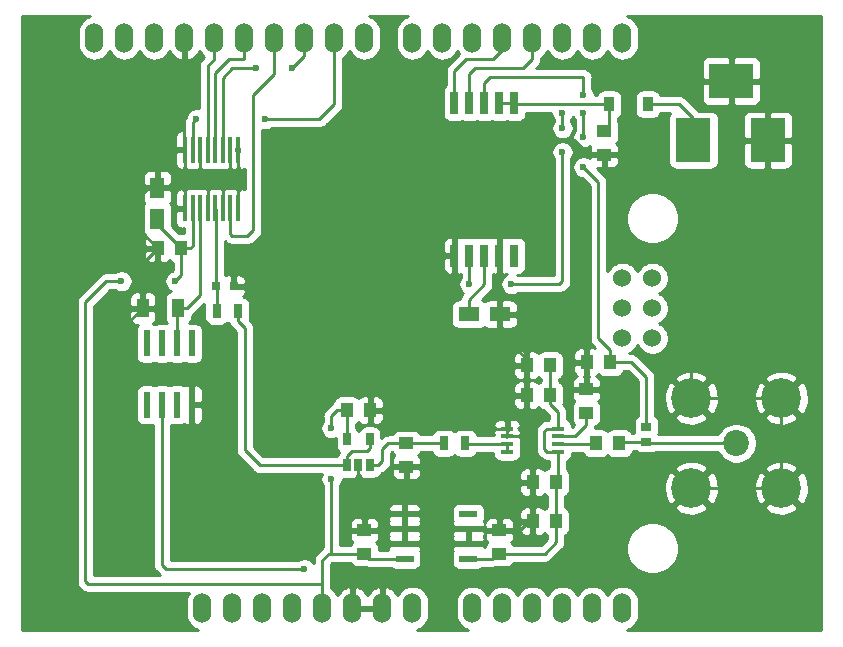
<source format=gbr>
G04 #@! TF.GenerationSoftware,KiCad,Pcbnew,5.1.4-5.1.4*
G04 #@! TF.CreationDate,2019-11-06T19:06:23+01:00*
G04 #@! TF.ProjectId,satscanner,73617473-6361-46e6-9e65-722e6b696361,rev?*
G04 #@! TF.SameCoordinates,Original*
G04 #@! TF.FileFunction,Copper,L1,Top*
G04 #@! TF.FilePolarity,Positive*
%FSLAX46Y46*%
G04 Gerber Fmt 4.6, Leading zero omitted, Abs format (unit mm)*
G04 Created by KiCad (PCBNEW 5.1.4-5.1.4) date 2019-11-06 19:06:23*
%MOMM*%
%LPD*%
G04 APERTURE LIST*
%ADD10O,1.524000X2.540000*%
%ADD11C,1.524000*%
%ADD12C,0.600000*%
%ADD13R,1.250000X1.000000*%
%ADD14R,0.419100X2.200000*%
%ADD15R,1.800000X1.230000*%
%ADD16R,1.000000X1.250000*%
%ADD17R,1.230000X1.800000*%
%ADD18R,3.000000X3.700000*%
%ADD19R,3.700000X3.000000*%
%ADD20R,0.910000X1.220000*%
%ADD21R,0.899160X0.698500*%
%ADD22C,3.360000*%
%ADD23C,2.190000*%
%ADD24R,0.797560X1.198880*%
%ADD25R,0.730000X1.950000*%
%ADD26R,11.000000X7.600000*%
%ADD27R,1.100000X0.400000*%
%ADD28R,0.599440X2.199640*%
%ADD29R,0.800000X0.750000*%
%ADD30R,1.000000X1.600000*%
%ADD31R,1.550000X0.600000*%
%ADD32R,0.650000X1.060000*%
%ADD33C,0.250000*%
%ADD34C,0.254000*%
G04 APERTURE END LIST*
D10*
X166370000Y-124206000D03*
X163830000Y-124206000D03*
X161290000Y-124206000D03*
X153670000Y-124206000D03*
X156210000Y-124206000D03*
X158750000Y-124206000D03*
X148590000Y-124206000D03*
X146050000Y-124206000D03*
X143510000Y-124206000D03*
X138430000Y-124206000D03*
X135890000Y-124206000D03*
X166370000Y-75946000D03*
X163830000Y-75946000D03*
X161290000Y-75946000D03*
X158750000Y-75946000D03*
X156210000Y-75946000D03*
X153670000Y-75946000D03*
X151130000Y-75946000D03*
X148590000Y-75946000D03*
X144526000Y-75946000D03*
X141986000Y-75946000D03*
X139446000Y-75946000D03*
X136906000Y-75946000D03*
X134366000Y-75946000D03*
X131826000Y-75946000D03*
X129286000Y-75946000D03*
X126746000Y-75946000D03*
X140970000Y-124206000D03*
X124206000Y-75946000D03*
X121666000Y-75946000D03*
X133350000Y-124206000D03*
X130810000Y-124206000D03*
D11*
X166370000Y-96266000D03*
X168910000Y-96266000D03*
X166370000Y-98806000D03*
X168910000Y-98806000D03*
X166370000Y-101346000D03*
X168910000Y-101346000D03*
D12*
X123698000Y-107442000D03*
X123190000Y-103632000D03*
X123190000Y-100584000D03*
X124460000Y-91694000D03*
X124460000Y-87884000D03*
X161798000Y-105664000D03*
X157226000Y-114554000D03*
X162306000Y-118364000D03*
X162814000Y-115062000D03*
X155194000Y-107442000D03*
X150876000Y-112014000D03*
X154686000Y-112014000D03*
X152908000Y-108458000D03*
X150114000Y-108458000D03*
X147066000Y-108458000D03*
X143256000Y-114046000D03*
X146304000Y-113538000D03*
X137922000Y-101092000D03*
X137668000Y-103886000D03*
X140208000Y-107950000D03*
X137414000Y-107950000D03*
X137160000Y-114046000D03*
X133858000Y-113538000D03*
X133350000Y-108204000D03*
X133096000Y-104648000D03*
X132842000Y-101346000D03*
X133858000Y-87884000D03*
X131826000Y-87884000D03*
X129540000Y-87884000D03*
X127762000Y-86360000D03*
X128016000Y-82296000D03*
X130048000Y-80010000D03*
X143256000Y-77978000D03*
X143256000Y-80264000D03*
X142494000Y-83312000D03*
X139700000Y-84074000D03*
X136652000Y-84074000D03*
X136398000Y-87122000D03*
X136398000Y-90170000D03*
X136398000Y-93218000D03*
X133096000Y-95250000D03*
X169926000Y-108966000D03*
X166116000Y-108458000D03*
X162814000Y-112014000D03*
X165608000Y-112268000D03*
X167386000Y-112014000D03*
X169418000Y-112014000D03*
D13*
X163322000Y-107680000D03*
X163322000Y-105680000D03*
D14*
X129349500Y-85407500D03*
X129349500Y-90360500D03*
X129984500Y-85407500D03*
X129984500Y-90360500D03*
X130619500Y-85407500D03*
X130619500Y-90360500D03*
X131254500Y-85407500D03*
X131254500Y-90360500D03*
X131889500Y-85407500D03*
X131889500Y-90360500D03*
X132524500Y-85407500D03*
X132524500Y-90360500D03*
X133159500Y-85407500D03*
X133159500Y-90360500D03*
X133794500Y-85407500D03*
X133794500Y-90360500D03*
D12*
X158496000Y-109982000D03*
X166878000Y-106426000D03*
X159460000Y-90982000D03*
X157860000Y-90982000D03*
X156260000Y-90982000D03*
X154660000Y-90982000D03*
X153060000Y-90982000D03*
X151460000Y-90982000D03*
X149860000Y-90982000D03*
X159460000Y-89382000D03*
X157860000Y-89382000D03*
X156260000Y-89382000D03*
X154660000Y-89382000D03*
X153060000Y-89382000D03*
X151460000Y-89382000D03*
X149860000Y-89382000D03*
X159460000Y-87782000D03*
X157860000Y-87782000D03*
X156260000Y-87782000D03*
X154660000Y-87782000D03*
X153060000Y-87782000D03*
X151460000Y-87782000D03*
X149860000Y-87782000D03*
X159460000Y-86182000D03*
X157860000Y-86182000D03*
X156260000Y-86182000D03*
X154660000Y-86182000D03*
X153060000Y-86182000D03*
X151460000Y-86182000D03*
X149860000Y-86182000D03*
X159460000Y-84582000D03*
X157860000Y-84582000D03*
X156260000Y-84582000D03*
X154660000Y-84582000D03*
X153060000Y-84582000D03*
X151460000Y-84582000D03*
D13*
X164846000Y-83836000D03*
X164846000Y-85836000D03*
D15*
X155996000Y-99314000D03*
X153376000Y-99314000D03*
D16*
X165338000Y-103378000D03*
X163338000Y-103378000D03*
X164100000Y-110236000D03*
X166100000Y-110236000D03*
X158258000Y-103632000D03*
X160258000Y-103632000D03*
X158258000Y-106172000D03*
X160258000Y-106172000D03*
X158766000Y-116840000D03*
X160766000Y-116840000D03*
X158766000Y-113538000D03*
X160766000Y-113538000D03*
X129016000Y-93726000D03*
X127016000Y-93726000D03*
D17*
X127000000Y-88606000D03*
X127000000Y-91226000D03*
D18*
X178682000Y-84582000D03*
D19*
X175582000Y-79582000D03*
D18*
X172382000Y-84582000D03*
D20*
X165243000Y-81534000D03*
X168513000Y-81534000D03*
D21*
X168402000Y-108826300D03*
X168402000Y-110121700D03*
D22*
X172212000Y-114046000D03*
X179832000Y-114046000D03*
X179832000Y-106426000D03*
X172212000Y-106426000D03*
D23*
X176022000Y-110236000D03*
D24*
X151246840Y-110236000D03*
X153045160Y-110236000D03*
X132000840Y-99050000D03*
X133799160Y-99050000D03*
D25*
X157226000Y-94359000D03*
X157226000Y-81409000D03*
X155956000Y-94359000D03*
X155956000Y-81409000D03*
X154686000Y-94359000D03*
X154686000Y-81409000D03*
X153416000Y-94359000D03*
X153416000Y-81409000D03*
X152146000Y-94359000D03*
X152146000Y-81409000D03*
D26*
X154686000Y-87884000D03*
D27*
X160900000Y-110957000D03*
X160900000Y-110307000D03*
X160900000Y-109657000D03*
X160900000Y-109007000D03*
X156600000Y-109007000D03*
X156600000Y-109657000D03*
X156600000Y-110307000D03*
X156600000Y-110957000D03*
D28*
X129921000Y-101795580D03*
X128651000Y-101795580D03*
X126111000Y-101795580D03*
X129921000Y-106992420D03*
X128651000Y-106992420D03*
X126111000Y-106992420D03*
X127381000Y-101795580D03*
X127381000Y-106992420D03*
D12*
X149860000Y-84582000D03*
D13*
X144526000Y-119618000D03*
X144526000Y-117618000D03*
X155956000Y-117618000D03*
X155956000Y-119618000D03*
X148082000Y-110252000D03*
X148082000Y-112252000D03*
D16*
X143018000Y-107442000D03*
X145018000Y-107442000D03*
D29*
X131950000Y-96950000D03*
X133450000Y-96950000D03*
D30*
X128754000Y-98806000D03*
X125754000Y-98806000D03*
D31*
X153322000Y-120015000D03*
X153322000Y-118745000D03*
X153322000Y-117475000D03*
X153322000Y-116205000D03*
X147922000Y-116205000D03*
X147922000Y-117475000D03*
X147922000Y-118745000D03*
X147922000Y-120015000D03*
D32*
X143068000Y-109898000D03*
X144968000Y-109898000D03*
X144968000Y-112098000D03*
X144018000Y-112098000D03*
X143068000Y-112098000D03*
D12*
X163068000Y-80772000D03*
X163068000Y-82296000D03*
X163068000Y-84328000D03*
X163068000Y-86868000D03*
X128524000Y-96520000D03*
X123952000Y-96520000D03*
X141732000Y-108966000D03*
X141732000Y-113284000D03*
X139446000Y-120904000D03*
X161290000Y-82296000D03*
X161290000Y-83566000D03*
X161290000Y-85598000D03*
X156972000Y-96774000D03*
X153416000Y-96774000D03*
X136144000Y-82804000D03*
X130302000Y-82804000D03*
X138430000Y-78486000D03*
X135382000Y-78486000D03*
D33*
X165243000Y-81534000D02*
X165243000Y-83439000D01*
X165243000Y-83439000D02*
X164846000Y-83836000D01*
X165243000Y-81534000D02*
X160782000Y-81534000D01*
X160782000Y-81534000D02*
X157351000Y-81534000D01*
X157351000Y-81534000D02*
X157226000Y-81409000D01*
X165227000Y-81550000D02*
X165243000Y-81534000D01*
X157367000Y-81550000D02*
X157226000Y-81409000D01*
X157226000Y-81409000D02*
X155956000Y-81409000D01*
X163338000Y-103378000D02*
X163338000Y-101108000D01*
X161544000Y-99314000D02*
X155996000Y-99314000D01*
X163338000Y-101108000D02*
X161544000Y-99314000D01*
X163338000Y-103378000D02*
X163338000Y-105664000D01*
X163338000Y-105664000D02*
X163322000Y-105680000D01*
X129921000Y-106992420D02*
X129921000Y-105537000D01*
X124206000Y-100354000D02*
X125754000Y-98806000D01*
X124206000Y-103632000D02*
X124206000Y-100354000D01*
X124714000Y-104140000D02*
X124206000Y-103632000D01*
X128524000Y-104140000D02*
X124714000Y-104140000D01*
X129921000Y-105537000D02*
X128524000Y-104140000D01*
X166878000Y-106204000D02*
X166878000Y-106426000D01*
X155996000Y-99314000D02*
X155996000Y-100878000D01*
X155996000Y-100878000D02*
X158258000Y-103140000D01*
X158258000Y-103140000D02*
X158258000Y-103632000D01*
X164846000Y-85836000D02*
X163560000Y-85836000D01*
X162306000Y-84582000D02*
X159460000Y-84582000D01*
X163560000Y-85836000D02*
X162306000Y-84582000D01*
X155956000Y-94359000D02*
X155956000Y-99274000D01*
X155956000Y-99274000D02*
X155996000Y-99314000D01*
X145018000Y-107442000D02*
X153416000Y-107442000D01*
X154981000Y-109007000D02*
X156600000Y-109007000D01*
X153416000Y-107442000D02*
X154981000Y-109007000D01*
X144018000Y-112098000D02*
X144018000Y-114046000D01*
X144526000Y-114554000D02*
X144526000Y-117618000D01*
X144018000Y-114046000D02*
X144526000Y-114554000D01*
X127000000Y-88606000D02*
X126278000Y-88606000D01*
X125730000Y-92440000D02*
X127016000Y-93726000D01*
X125730000Y-89154000D02*
X125730000Y-92440000D01*
X126278000Y-88606000D02*
X125730000Y-89154000D01*
X125754000Y-98806000D02*
X125754000Y-94988000D01*
X125754000Y-94988000D02*
X127016000Y-93726000D01*
X129794000Y-87630000D02*
X128778000Y-87630000D01*
X127802000Y-88606000D02*
X127000000Y-88606000D01*
X128778000Y-87630000D02*
X127802000Y-88606000D01*
X129349500Y-87630000D02*
X129794000Y-87630000D01*
X129794000Y-87630000D02*
X130810000Y-87630000D01*
X133350000Y-87630000D02*
X133794500Y-87630000D01*
X130810000Y-87630000D02*
X133350000Y-87630000D01*
X133794500Y-87630000D02*
X133858000Y-87630000D01*
X133858000Y-87630000D02*
X133794500Y-87630000D01*
X133794500Y-85407500D02*
X133794500Y-87630000D01*
X133794500Y-87630000D02*
X133794500Y-90360500D01*
X133159500Y-85407500D02*
X133159500Y-87820500D01*
X132524500Y-88455500D02*
X132524500Y-90360500D01*
X133159500Y-87820500D02*
X132524500Y-88455500D01*
X130619500Y-85407500D02*
X130619500Y-87693500D01*
X131254500Y-88328500D02*
X131254500Y-90360500D01*
X130619500Y-87693500D02*
X131254500Y-88328500D01*
X129349500Y-85407500D02*
X129349500Y-87630000D01*
X129349500Y-87630000D02*
X129349500Y-90360500D01*
X129286000Y-75946000D02*
X129286000Y-85344000D01*
X129286000Y-85344000D02*
X129349500Y-85407500D01*
X147922000Y-118745000D02*
X149479000Y-118745000D01*
X146050000Y-122428000D02*
X146050000Y-124206000D01*
X146304000Y-122174000D02*
X146050000Y-122428000D01*
X148844000Y-122174000D02*
X146304000Y-122174000D01*
X149860000Y-121158000D02*
X148844000Y-122174000D01*
X149860000Y-119126000D02*
X149860000Y-121158000D01*
X149479000Y-118745000D02*
X149860000Y-119126000D01*
X147922000Y-118745000D02*
X147922000Y-117475000D01*
X147922000Y-116205000D02*
X147922000Y-117475000D01*
X148082000Y-112252000D02*
X148082000Y-116045000D01*
X148082000Y-116045000D02*
X147922000Y-116205000D01*
X147922000Y-117475000D02*
X144669000Y-117475000D01*
X144669000Y-117475000D02*
X144526000Y-117618000D01*
X153322000Y-117475000D02*
X147922000Y-117475000D01*
X153322000Y-117475000D02*
X153322000Y-118745000D01*
X155956000Y-117618000D02*
X153465000Y-117618000D01*
X153465000Y-117618000D02*
X153322000Y-117475000D01*
X158766000Y-116840000D02*
X158496000Y-116840000D01*
X158496000Y-116840000D02*
X157718000Y-117618000D01*
X157718000Y-117618000D02*
X155956000Y-117618000D01*
X154686000Y-87884000D02*
X154660000Y-87782000D01*
X172074840Y-114183160D02*
X172212000Y-114046000D01*
X156600000Y-109007000D02*
X156600000Y-107814000D01*
X156600000Y-107814000D02*
X156718000Y-107696000D01*
X156718000Y-107696000D02*
X157734000Y-107696000D01*
X157734000Y-107696000D02*
X158258000Y-107172000D01*
X158258000Y-107172000D02*
X158258000Y-106172000D01*
X156529000Y-109728000D02*
X156600000Y-109657000D01*
X172212000Y-106426000D02*
X172212000Y-88138000D01*
X154686000Y-86868000D02*
X154686000Y-87884000D01*
X175582000Y-79582000D02*
X177974000Y-79582000D01*
X178562000Y-80170000D02*
X178562000Y-84462000D01*
X177974000Y-79582000D02*
X178562000Y-80170000D01*
X178562000Y-84462000D02*
X178682000Y-84582000D01*
X172212000Y-88138000D02*
X177292000Y-88138000D01*
X178682000Y-86748000D02*
X178682000Y-84582000D01*
X177292000Y-88138000D02*
X178682000Y-86748000D01*
X158766000Y-116840000D02*
X158766000Y-117332000D01*
X143550000Y-124166000D02*
X143510000Y-124206000D01*
X156600000Y-109657000D02*
X158425000Y-109657000D01*
X158425000Y-109657000D02*
X158766000Y-109998000D01*
X158766000Y-109998000D02*
X158766000Y-113538000D01*
X154686000Y-87884000D02*
X154686000Y-91186000D01*
X154686000Y-91186000D02*
X155956000Y-92456000D01*
X155956000Y-92456000D02*
X155956000Y-94359000D01*
X154686000Y-87884000D02*
X154686000Y-89662000D01*
X154686000Y-89662000D02*
X152146000Y-92202000D01*
X152146000Y-92202000D02*
X152146000Y-94359000D01*
X143510000Y-124206000D02*
X146050000Y-124206000D01*
X158766000Y-113538000D02*
X158766000Y-116840000D01*
X158258000Y-103632000D02*
X158258000Y-106172000D01*
X158258000Y-106172000D02*
X157988000Y-106172000D01*
X172212000Y-114046000D02*
X179832000Y-114046000D01*
X179832000Y-106426000D02*
X179832000Y-114046000D01*
X172212000Y-106426000D02*
X179832000Y-106426000D01*
X156600000Y-109007000D02*
X156600000Y-109657000D01*
X156464000Y-87122000D02*
X153924000Y-89662000D01*
X152654000Y-88392000D02*
X153924000Y-89662000D01*
X133450000Y-95604000D02*
X133096000Y-95250000D01*
X133450000Y-96950000D02*
X133450000Y-95604000D01*
X154686000Y-94359000D02*
X154686000Y-96774000D01*
X153376000Y-98084000D02*
X153376000Y-99314000D01*
X154686000Y-96774000D02*
X153376000Y-98084000D01*
X165338000Y-103378000D02*
X165338000Y-102346000D01*
X154686000Y-79756000D02*
X154686000Y-81409000D01*
X155194000Y-79248000D02*
X154686000Y-79756000D01*
X163068000Y-79248000D02*
X155194000Y-79248000D01*
X163068000Y-80772000D02*
X163068000Y-79248000D01*
X163068000Y-84328000D02*
X163068000Y-82296000D01*
X164338000Y-88138000D02*
X163068000Y-86868000D01*
X164338000Y-101346000D02*
X164338000Y-88138000D01*
X165338000Y-102346000D02*
X164338000Y-101346000D01*
X165338000Y-103378000D02*
X167132000Y-103378000D01*
X168402000Y-104648000D02*
X168402000Y-108826300D01*
X167132000Y-103378000D02*
X168402000Y-104648000D01*
X160900000Y-110307000D02*
X164029000Y-110307000D01*
X164029000Y-110307000D02*
X164100000Y-110236000D01*
X168402000Y-110121700D02*
X166214300Y-110121700D01*
X166214300Y-110121700D02*
X166100000Y-110236000D01*
X176022000Y-110236000D02*
X168516300Y-110236000D01*
X168516300Y-110236000D02*
X168402000Y-110121700D01*
X160900000Y-109657000D02*
X162377000Y-109657000D01*
X163322000Y-108712000D02*
X163322000Y-107680000D01*
X162377000Y-109657000D02*
X163322000Y-108712000D01*
X140970000Y-124206000D02*
X140970000Y-122174000D01*
X129032000Y-96012000D02*
X129032000Y-93742000D01*
X128524000Y-96520000D02*
X129032000Y-96012000D01*
X122682000Y-96520000D02*
X123952000Y-96520000D01*
X120904000Y-98298000D02*
X122682000Y-96520000D01*
X120904000Y-121920000D02*
X120904000Y-98298000D01*
X121158000Y-122174000D02*
X120904000Y-121920000D01*
X140970000Y-122174000D02*
X121158000Y-122174000D01*
X129032000Y-93742000D02*
X129016000Y-93726000D01*
X141732000Y-119618000D02*
X141732000Y-113284000D01*
X142240000Y-107442000D02*
X143018000Y-107442000D01*
X141732000Y-107950000D02*
X142240000Y-107442000D01*
X141732000Y-108966000D02*
X141732000Y-107950000D01*
X143018000Y-107442000D02*
X143018000Y-109848000D01*
X143018000Y-109848000D02*
X143068000Y-109898000D01*
X129016000Y-93726000D02*
X129794000Y-93726000D01*
X129984500Y-93535500D02*
X129984500Y-90360500D01*
X129794000Y-93726000D02*
X129984500Y-93535500D01*
X127000000Y-91226000D02*
X127000000Y-91710000D01*
X127000000Y-91710000D02*
X129016000Y-93726000D01*
X144526000Y-119618000D02*
X141732000Y-119618000D01*
X141732000Y-119618000D02*
X141494000Y-119618000D01*
X140970000Y-120142000D02*
X140970000Y-124206000D01*
X141494000Y-119618000D02*
X140970000Y-120142000D01*
X147922000Y-120015000D02*
X144923000Y-120015000D01*
X144923000Y-120015000D02*
X144526000Y-119618000D01*
X140930000Y-124166000D02*
X140970000Y-124206000D01*
X140930000Y-124166000D02*
X140970000Y-124206000D01*
X142868000Y-109998000D02*
X142918000Y-110048000D01*
X168513000Y-81534000D02*
X171196000Y-81534000D01*
X172382000Y-82720000D02*
X172382000Y-84582000D01*
X171196000Y-81534000D02*
X172382000Y-82720000D01*
X127381000Y-106992420D02*
X127381000Y-120523000D01*
X127762000Y-120904000D02*
X139446000Y-120904000D01*
X127381000Y-120523000D02*
X127762000Y-120904000D01*
X153416000Y-94359000D02*
X153416000Y-96774000D01*
X161290000Y-83566000D02*
X161290000Y-82296000D01*
X161290000Y-96520000D02*
X161290000Y-85598000D01*
X161036000Y-96774000D02*
X161290000Y-96520000D01*
X156972000Y-96774000D02*
X161036000Y-96774000D01*
X153416000Y-95250000D02*
X153416000Y-94359000D01*
X158750000Y-75946000D02*
X158750000Y-77724000D01*
X153416000Y-78994000D02*
X153416000Y-81409000D01*
X153924000Y-78486000D02*
X153416000Y-78994000D01*
X157988000Y-78486000D02*
X153924000Y-78486000D01*
X158750000Y-77724000D02*
X157988000Y-78486000D01*
X156210000Y-75946000D02*
X156210000Y-76962000D01*
X156210000Y-76962000D02*
X155448000Y-77724000D01*
X152146000Y-78740000D02*
X152146000Y-81409000D01*
X153162000Y-77724000D02*
X152146000Y-78740000D01*
X155448000Y-77724000D02*
X153162000Y-77724000D01*
X156210000Y-75946000D02*
X156210000Y-76454000D01*
X129984500Y-85407500D02*
X129984500Y-83121500D01*
X141986000Y-81534000D02*
X141986000Y-75946000D01*
X140716000Y-82804000D02*
X141986000Y-81534000D01*
X136144000Y-82804000D02*
X140716000Y-82804000D01*
X129984500Y-83121500D02*
X130302000Y-82804000D01*
X132524500Y-85407500D02*
X132524500Y-79311500D01*
X139446000Y-77470000D02*
X139446000Y-75946000D01*
X138430000Y-78486000D02*
X139446000Y-77470000D01*
X133350000Y-78486000D02*
X135382000Y-78486000D01*
X132524500Y-79311500D02*
X133350000Y-78486000D01*
X133159500Y-90360500D02*
X133159500Y-92519500D01*
X136906000Y-78994000D02*
X136906000Y-75946000D01*
X135128000Y-80772000D02*
X136906000Y-78994000D01*
X135128000Y-92202000D02*
X135128000Y-80772000D01*
X134620000Y-92710000D02*
X135128000Y-92202000D01*
X133350000Y-92710000D02*
X134620000Y-92710000D01*
X133159500Y-92519500D02*
X133350000Y-92710000D01*
X131889500Y-85407500D02*
X131889500Y-78930500D01*
X134366000Y-77724000D02*
X134366000Y-75946000D01*
X133096000Y-77724000D02*
X134366000Y-77724000D01*
X131889500Y-78930500D02*
X133096000Y-77724000D01*
X131254500Y-85407500D02*
X131254500Y-78295500D01*
X131826000Y-77724000D02*
X131826000Y-75946000D01*
X131254500Y-78295500D02*
X131826000Y-77724000D01*
X155956000Y-119618000D02*
X155718000Y-119618000D01*
X155718000Y-119618000D02*
X155321000Y-120015000D01*
X155321000Y-120015000D02*
X153322000Y-120015000D01*
X160766000Y-116840000D02*
X160766000Y-118634000D01*
X159782000Y-119618000D02*
X155956000Y-119618000D01*
X160766000Y-118634000D02*
X159782000Y-119618000D01*
X160782000Y-116856000D02*
X160766000Y-116840000D01*
X160900000Y-109007000D02*
X159979000Y-109007000D01*
X159979000Y-110957000D02*
X160900000Y-110957000D01*
X159766000Y-110744000D02*
X159979000Y-110957000D01*
X159766000Y-109220000D02*
X159766000Y-110744000D01*
X159979000Y-109007000D02*
X159766000Y-109220000D01*
X160258000Y-103632000D02*
X160258000Y-106172000D01*
X160258000Y-106172000D02*
X160258000Y-106918000D01*
X160900000Y-107560000D02*
X160900000Y-109007000D01*
X160258000Y-106918000D02*
X160900000Y-107560000D01*
X160900000Y-110957000D02*
X160900000Y-113404000D01*
X160900000Y-113404000D02*
X160766000Y-113538000D01*
X160766000Y-113538000D02*
X160766000Y-116840000D01*
X148082000Y-110252000D02*
X146542000Y-110252000D01*
X145712000Y-112098000D02*
X144968000Y-112098000D01*
X146050000Y-111760000D02*
X145712000Y-112098000D01*
X146050000Y-110744000D02*
X146050000Y-111760000D01*
X146542000Y-110252000D02*
X146050000Y-110744000D01*
X151246840Y-110236000D02*
X148098000Y-110236000D01*
X148098000Y-110236000D02*
X148082000Y-110252000D01*
X131950000Y-90421000D02*
X131889500Y-90360500D01*
X131950000Y-96950000D02*
X131950000Y-90421000D01*
X132000840Y-97000840D02*
X131950000Y-96950000D01*
X132000840Y-99050000D02*
X132000840Y-97000840D01*
X128651000Y-101795580D02*
X128651000Y-98909000D01*
X128651000Y-98909000D02*
X128754000Y-98806000D01*
X130619500Y-91710500D02*
X130619500Y-90360500D01*
X130619500Y-97690500D02*
X130619500Y-91710500D01*
X129504000Y-98806000D02*
X130619500Y-97690500D01*
X128754000Y-98806000D02*
X129504000Y-98806000D01*
X156600000Y-110307000D02*
X153116160Y-110307000D01*
X153116160Y-110307000D02*
X153045160Y-110236000D01*
X156600000Y-110307000D02*
X156600000Y-110957000D01*
X153670000Y-76454000D02*
X153670000Y-75946000D01*
X153670000Y-75946000D02*
X153670000Y-76200000D01*
X142968000Y-111998000D02*
X143068000Y-112098000D01*
X142968000Y-111998000D02*
X143068000Y-112098000D01*
X143068000Y-111318000D02*
X143068000Y-112098000D01*
X144746000Y-110900000D02*
X143486000Y-110900000D01*
X143486000Y-110900000D02*
X143068000Y-111318000D01*
X144968000Y-110678000D02*
X144746000Y-110900000D01*
X144968000Y-109898000D02*
X144968000Y-110678000D01*
X133799160Y-99899440D02*
X133799160Y-99050000D01*
X143068000Y-112098000D02*
X142493000Y-112098000D01*
X142493000Y-112098000D02*
X142491000Y-112100000D01*
X142491000Y-112100000D02*
X135650000Y-112100000D01*
X135650000Y-112100000D02*
X134400000Y-110850000D01*
X134400000Y-110850000D02*
X134400000Y-100500280D01*
X134400000Y-100500280D02*
X133799160Y-99899440D01*
D34*
G36*
X148052805Y-74141096D02*
G01*
X147810113Y-74270817D01*
X147597392Y-74445393D01*
X147422817Y-74658114D01*
X147293096Y-74900806D01*
X147213214Y-75164141D01*
X147193000Y-75369376D01*
X147193000Y-76522625D01*
X147213214Y-76727860D01*
X147293096Y-76991195D01*
X147422817Y-77233887D01*
X147597393Y-77446608D01*
X147810114Y-77621183D01*
X148052806Y-77750904D01*
X148316141Y-77830786D01*
X148590000Y-77857759D01*
X148863860Y-77830786D01*
X149127195Y-77750904D01*
X149369887Y-77621183D01*
X149582608Y-77446608D01*
X149757183Y-77233887D01*
X149860000Y-77041529D01*
X149962817Y-77233887D01*
X150137393Y-77446608D01*
X150350114Y-77621183D01*
X150592806Y-77750904D01*
X150856141Y-77830786D01*
X151130000Y-77857759D01*
X151403860Y-77830786D01*
X151667195Y-77750904D01*
X151909887Y-77621183D01*
X152122608Y-77446608D01*
X152297183Y-77233887D01*
X152400000Y-77041529D01*
X152502817Y-77233887D01*
X152536396Y-77274803D01*
X151635002Y-78176196D01*
X151605999Y-78199999D01*
X151558262Y-78258167D01*
X151511026Y-78315724D01*
X151449836Y-78430201D01*
X151440454Y-78447754D01*
X151396997Y-78591015D01*
X151386000Y-78702668D01*
X151386000Y-78702678D01*
X151382324Y-78740000D01*
X151386000Y-78777323D01*
X151386000Y-79936705D01*
X151329815Y-79982815D01*
X151250463Y-80079506D01*
X151191498Y-80189820D01*
X151155188Y-80309518D01*
X151142928Y-80434000D01*
X151142928Y-82384000D01*
X151155188Y-82508482D01*
X151191498Y-82628180D01*
X151250463Y-82738494D01*
X151329815Y-82835185D01*
X151426506Y-82914537D01*
X151536820Y-82973502D01*
X151656518Y-83009812D01*
X151781000Y-83022072D01*
X152511000Y-83022072D01*
X152635482Y-83009812D01*
X152755180Y-82973502D01*
X152781000Y-82959701D01*
X152806820Y-82973502D01*
X152926518Y-83009812D01*
X153051000Y-83022072D01*
X153781000Y-83022072D01*
X153905482Y-83009812D01*
X154025180Y-82973502D01*
X154051000Y-82959701D01*
X154076820Y-82973502D01*
X154196518Y-83009812D01*
X154321000Y-83022072D01*
X155051000Y-83022072D01*
X155175482Y-83009812D01*
X155295180Y-82973502D01*
X155321000Y-82959701D01*
X155346820Y-82973502D01*
X155466518Y-83009812D01*
X155591000Y-83022072D01*
X156321000Y-83022072D01*
X156445482Y-83009812D01*
X156565180Y-82973502D01*
X156591000Y-82959701D01*
X156616820Y-82973502D01*
X156736518Y-83009812D01*
X156861000Y-83022072D01*
X157591000Y-83022072D01*
X157715482Y-83009812D01*
X157835180Y-82973502D01*
X157945494Y-82914537D01*
X158042185Y-82835185D01*
X158121537Y-82738494D01*
X158180502Y-82628180D01*
X158216812Y-82508482D01*
X158229072Y-82384000D01*
X158229072Y-82294000D01*
X160355000Y-82294000D01*
X160355000Y-82388089D01*
X160390932Y-82568729D01*
X160461414Y-82738889D01*
X160530001Y-82841536D01*
X160530000Y-83020464D01*
X160461414Y-83123111D01*
X160390932Y-83293271D01*
X160355000Y-83473911D01*
X160355000Y-83658089D01*
X160390932Y-83838729D01*
X160461414Y-84008889D01*
X160563738Y-84162028D01*
X160693972Y-84292262D01*
X160847111Y-84394586D01*
X161017271Y-84465068D01*
X161197911Y-84501000D01*
X161382089Y-84501000D01*
X161562729Y-84465068D01*
X161732889Y-84394586D01*
X161886028Y-84292262D01*
X162016262Y-84162028D01*
X162118586Y-84008889D01*
X162189068Y-83838729D01*
X162225000Y-83658089D01*
X162225000Y-83473911D01*
X162189068Y-83293271D01*
X162118586Y-83123111D01*
X162050000Y-83020465D01*
X162050000Y-82841535D01*
X162118586Y-82738889D01*
X162179000Y-82593036D01*
X162239414Y-82738889D01*
X162308001Y-82841536D01*
X162308000Y-83782464D01*
X162239414Y-83885111D01*
X162168932Y-84055271D01*
X162133000Y-84235911D01*
X162133000Y-84420089D01*
X162168932Y-84600729D01*
X162239414Y-84770889D01*
X162341738Y-84924028D01*
X162471972Y-85054262D01*
X162625111Y-85156586D01*
X162795271Y-85227068D01*
X162975911Y-85263000D01*
X163160089Y-85263000D01*
X163340729Y-85227068D01*
X163510889Y-85156586D01*
X163644654Y-85067207D01*
X163631498Y-85091820D01*
X163595188Y-85211518D01*
X163582928Y-85336000D01*
X163586000Y-85550250D01*
X163744750Y-85709000D01*
X164719000Y-85709000D01*
X164719000Y-85689000D01*
X164973000Y-85689000D01*
X164973000Y-85709000D01*
X165947250Y-85709000D01*
X166106000Y-85550250D01*
X166109072Y-85336000D01*
X166096812Y-85211518D01*
X166060502Y-85091820D01*
X166001537Y-84981506D01*
X165922185Y-84884815D01*
X165862704Y-84836000D01*
X165922185Y-84787185D01*
X166001537Y-84690494D01*
X166060502Y-84580180D01*
X166096812Y-84460482D01*
X166109072Y-84336000D01*
X166109072Y-83336000D01*
X166096812Y-83211518D01*
X166060502Y-83091820D01*
X166003000Y-82984243D01*
X166003000Y-82700993D01*
X166052494Y-82674537D01*
X166149185Y-82595185D01*
X166228537Y-82498494D01*
X166287502Y-82388180D01*
X166323812Y-82268482D01*
X166336072Y-82144000D01*
X166336072Y-80924000D01*
X167419928Y-80924000D01*
X167419928Y-82144000D01*
X167432188Y-82268482D01*
X167468498Y-82388180D01*
X167527463Y-82498494D01*
X167606815Y-82595185D01*
X167703506Y-82674537D01*
X167813820Y-82733502D01*
X167933518Y-82769812D01*
X168058000Y-82782072D01*
X168968000Y-82782072D01*
X169092482Y-82769812D01*
X169212180Y-82733502D01*
X169322494Y-82674537D01*
X169419185Y-82595185D01*
X169498537Y-82498494D01*
X169557502Y-82388180D01*
X169586071Y-82294000D01*
X170419994Y-82294000D01*
X170351463Y-82377506D01*
X170292498Y-82487820D01*
X170256188Y-82607518D01*
X170243928Y-82732000D01*
X170243928Y-86432000D01*
X170256188Y-86556482D01*
X170292498Y-86676180D01*
X170351463Y-86786494D01*
X170430815Y-86883185D01*
X170527506Y-86962537D01*
X170637820Y-87021502D01*
X170757518Y-87057812D01*
X170882000Y-87070072D01*
X173882000Y-87070072D01*
X174006482Y-87057812D01*
X174126180Y-87021502D01*
X174236494Y-86962537D01*
X174333185Y-86883185D01*
X174412537Y-86786494D01*
X174471502Y-86676180D01*
X174507812Y-86556482D01*
X174520072Y-86432000D01*
X176543928Y-86432000D01*
X176556188Y-86556482D01*
X176592498Y-86676180D01*
X176651463Y-86786494D01*
X176730815Y-86883185D01*
X176827506Y-86962537D01*
X176937820Y-87021502D01*
X177057518Y-87057812D01*
X177182000Y-87070072D01*
X178396250Y-87067000D01*
X178555000Y-86908250D01*
X178555000Y-84709000D01*
X178809000Y-84709000D01*
X178809000Y-86908250D01*
X178967750Y-87067000D01*
X180182000Y-87070072D01*
X180306482Y-87057812D01*
X180426180Y-87021502D01*
X180536494Y-86962537D01*
X180633185Y-86883185D01*
X180712537Y-86786494D01*
X180771502Y-86676180D01*
X180807812Y-86556482D01*
X180820072Y-86432000D01*
X180817000Y-84867750D01*
X180658250Y-84709000D01*
X178809000Y-84709000D01*
X178555000Y-84709000D01*
X176705750Y-84709000D01*
X176547000Y-84867750D01*
X176543928Y-86432000D01*
X174520072Y-86432000D01*
X174520072Y-82732000D01*
X176543928Y-82732000D01*
X176547000Y-84296250D01*
X176705750Y-84455000D01*
X178555000Y-84455000D01*
X178555000Y-82255750D01*
X178809000Y-82255750D01*
X178809000Y-84455000D01*
X180658250Y-84455000D01*
X180817000Y-84296250D01*
X180820072Y-82732000D01*
X180807812Y-82607518D01*
X180771502Y-82487820D01*
X180712537Y-82377506D01*
X180633185Y-82280815D01*
X180536494Y-82201463D01*
X180426180Y-82142498D01*
X180306482Y-82106188D01*
X180182000Y-82093928D01*
X178967750Y-82097000D01*
X178809000Y-82255750D01*
X178555000Y-82255750D01*
X178396250Y-82097000D01*
X177182000Y-82093928D01*
X177057518Y-82106188D01*
X176937820Y-82142498D01*
X176827506Y-82201463D01*
X176730815Y-82280815D01*
X176651463Y-82377506D01*
X176592498Y-82487820D01*
X176556188Y-82607518D01*
X176543928Y-82732000D01*
X174520072Y-82732000D01*
X174507812Y-82607518D01*
X174471502Y-82487820D01*
X174412537Y-82377506D01*
X174333185Y-82280815D01*
X174236494Y-82201463D01*
X174126180Y-82142498D01*
X174006482Y-82106188D01*
X173882000Y-82093928D01*
X172830730Y-82093928D01*
X171818802Y-81082000D01*
X173093928Y-81082000D01*
X173106188Y-81206482D01*
X173142498Y-81326180D01*
X173201463Y-81436494D01*
X173280815Y-81533185D01*
X173377506Y-81612537D01*
X173487820Y-81671502D01*
X173607518Y-81707812D01*
X173732000Y-81720072D01*
X175296250Y-81717000D01*
X175455000Y-81558250D01*
X175455000Y-79709000D01*
X175709000Y-79709000D01*
X175709000Y-81558250D01*
X175867750Y-81717000D01*
X177432000Y-81720072D01*
X177556482Y-81707812D01*
X177676180Y-81671502D01*
X177786494Y-81612537D01*
X177883185Y-81533185D01*
X177962537Y-81436494D01*
X178021502Y-81326180D01*
X178057812Y-81206482D01*
X178070072Y-81082000D01*
X178067000Y-79867750D01*
X177908250Y-79709000D01*
X175709000Y-79709000D01*
X175455000Y-79709000D01*
X173255750Y-79709000D01*
X173097000Y-79867750D01*
X173093928Y-81082000D01*
X171818802Y-81082000D01*
X171759804Y-81023003D01*
X171736001Y-80993999D01*
X171620276Y-80899026D01*
X171488247Y-80828454D01*
X171344986Y-80784997D01*
X171233333Y-80774000D01*
X171233322Y-80774000D01*
X171196000Y-80770324D01*
X171158678Y-80774000D01*
X169586071Y-80774000D01*
X169557502Y-80679820D01*
X169498537Y-80569506D01*
X169419185Y-80472815D01*
X169322494Y-80393463D01*
X169212180Y-80334498D01*
X169092482Y-80298188D01*
X168968000Y-80285928D01*
X168058000Y-80285928D01*
X167933518Y-80298188D01*
X167813820Y-80334498D01*
X167703506Y-80393463D01*
X167606815Y-80472815D01*
X167527463Y-80569506D01*
X167468498Y-80679820D01*
X167432188Y-80799518D01*
X167419928Y-80924000D01*
X166336072Y-80924000D01*
X166323812Y-80799518D01*
X166287502Y-80679820D01*
X166228537Y-80569506D01*
X166149185Y-80472815D01*
X166052494Y-80393463D01*
X165942180Y-80334498D01*
X165822482Y-80298188D01*
X165698000Y-80285928D01*
X164788000Y-80285928D01*
X164663518Y-80298188D01*
X164543820Y-80334498D01*
X164433506Y-80393463D01*
X164336815Y-80472815D01*
X164257463Y-80569506D01*
X164198498Y-80679820D01*
X164169929Y-80774000D01*
X164003000Y-80774000D01*
X164003000Y-80679911D01*
X163967068Y-80499271D01*
X163896586Y-80329111D01*
X163828000Y-80226465D01*
X163828000Y-79285333D01*
X163831677Y-79248000D01*
X163817003Y-79099014D01*
X163773546Y-78955753D01*
X163702974Y-78823724D01*
X163608001Y-78707999D01*
X163492276Y-78613026D01*
X163360247Y-78542454D01*
X163216986Y-78498997D01*
X163105333Y-78488000D01*
X163068000Y-78484323D01*
X163030667Y-78488000D01*
X159060802Y-78488000D01*
X159261002Y-78287799D01*
X159290001Y-78264001D01*
X159384974Y-78148276D01*
X159420399Y-78082000D01*
X173093928Y-78082000D01*
X173097000Y-79296250D01*
X173255750Y-79455000D01*
X175455000Y-79455000D01*
X175455000Y-77605750D01*
X175709000Y-77605750D01*
X175709000Y-79455000D01*
X177908250Y-79455000D01*
X178067000Y-79296250D01*
X178070072Y-78082000D01*
X178057812Y-77957518D01*
X178021502Y-77837820D01*
X177962537Y-77727506D01*
X177883185Y-77630815D01*
X177786494Y-77551463D01*
X177676180Y-77492498D01*
X177556482Y-77456188D01*
X177432000Y-77443928D01*
X175867750Y-77447000D01*
X175709000Y-77605750D01*
X175455000Y-77605750D01*
X175296250Y-77447000D01*
X173732000Y-77443928D01*
X173607518Y-77456188D01*
X173487820Y-77492498D01*
X173377506Y-77551463D01*
X173280815Y-77630815D01*
X173201463Y-77727506D01*
X173142498Y-77837820D01*
X173106188Y-77957518D01*
X173093928Y-78082000D01*
X159420399Y-78082000D01*
X159455546Y-78016247D01*
X159499003Y-77872986D01*
X159510000Y-77761333D01*
X159510000Y-77761325D01*
X159513676Y-77724000D01*
X159510000Y-77686675D01*
X159510000Y-77631813D01*
X159529887Y-77621183D01*
X159742608Y-77446608D01*
X159917183Y-77233887D01*
X160020000Y-77041529D01*
X160122817Y-77233887D01*
X160297393Y-77446608D01*
X160510114Y-77621183D01*
X160752806Y-77750904D01*
X161016141Y-77830786D01*
X161290000Y-77857759D01*
X161563860Y-77830786D01*
X161827195Y-77750904D01*
X162069887Y-77621183D01*
X162282608Y-77446608D01*
X162457183Y-77233887D01*
X162560000Y-77041529D01*
X162662817Y-77233887D01*
X162837393Y-77446608D01*
X163050114Y-77621183D01*
X163292806Y-77750904D01*
X163556141Y-77830786D01*
X163830000Y-77857759D01*
X164103860Y-77830786D01*
X164367195Y-77750904D01*
X164609887Y-77621183D01*
X164822608Y-77446608D01*
X164997183Y-77233887D01*
X165100000Y-77041529D01*
X165202817Y-77233887D01*
X165377393Y-77446608D01*
X165590114Y-77621183D01*
X165832806Y-77750904D01*
X166096141Y-77830786D01*
X166370000Y-77857759D01*
X166643860Y-77830786D01*
X166907195Y-77750904D01*
X167149887Y-77621183D01*
X167362608Y-77446608D01*
X167537183Y-77233887D01*
X167666904Y-76991195D01*
X167746786Y-76727860D01*
X167767000Y-76522625D01*
X167767000Y-75369375D01*
X167746786Y-75164140D01*
X167666904Y-74900805D01*
X167537183Y-74658113D01*
X167362607Y-74445392D01*
X167149886Y-74270817D01*
X166907194Y-74141096D01*
X166742050Y-74091000D01*
X183211001Y-74091000D01*
X183211000Y-126061000D01*
X166742051Y-126061000D01*
X166907195Y-126010904D01*
X167149887Y-125881183D01*
X167362608Y-125706608D01*
X167537183Y-125493887D01*
X167666904Y-125251195D01*
X167746786Y-124987860D01*
X167767000Y-124782625D01*
X167767000Y-123629375D01*
X167746786Y-123424140D01*
X167666904Y-123160805D01*
X167537183Y-122918113D01*
X167362607Y-122705392D01*
X167149886Y-122530817D01*
X166907194Y-122401096D01*
X166643859Y-122321214D01*
X166370000Y-122294241D01*
X166096140Y-122321214D01*
X165832805Y-122401096D01*
X165590113Y-122530817D01*
X165377392Y-122705393D01*
X165202817Y-122918114D01*
X165100000Y-123110471D01*
X164997183Y-122918113D01*
X164822607Y-122705392D01*
X164609886Y-122530817D01*
X164367194Y-122401096D01*
X164103859Y-122321214D01*
X163830000Y-122294241D01*
X163556140Y-122321214D01*
X163292805Y-122401096D01*
X163050113Y-122530817D01*
X162837392Y-122705393D01*
X162662817Y-122918114D01*
X162560000Y-123110471D01*
X162457183Y-122918113D01*
X162282607Y-122705392D01*
X162069886Y-122530817D01*
X161827194Y-122401096D01*
X161563859Y-122321214D01*
X161290000Y-122294241D01*
X161016140Y-122321214D01*
X160752805Y-122401096D01*
X160510113Y-122530817D01*
X160297392Y-122705393D01*
X160122817Y-122918114D01*
X160020000Y-123110471D01*
X159917183Y-122918113D01*
X159742607Y-122705392D01*
X159529886Y-122530817D01*
X159287194Y-122401096D01*
X159023859Y-122321214D01*
X158750000Y-122294241D01*
X158476140Y-122321214D01*
X158212805Y-122401096D01*
X157970113Y-122530817D01*
X157757392Y-122705393D01*
X157582817Y-122918114D01*
X157480000Y-123110471D01*
X157377183Y-122918113D01*
X157202607Y-122705392D01*
X156989886Y-122530817D01*
X156747194Y-122401096D01*
X156483859Y-122321214D01*
X156210000Y-122294241D01*
X155936140Y-122321214D01*
X155672805Y-122401096D01*
X155430113Y-122530817D01*
X155217392Y-122705393D01*
X155042817Y-122918114D01*
X154940000Y-123110471D01*
X154837183Y-122918113D01*
X154662607Y-122705392D01*
X154449886Y-122530817D01*
X154207194Y-122401096D01*
X153943859Y-122321214D01*
X153670000Y-122294241D01*
X153396140Y-122321214D01*
X153132805Y-122401096D01*
X152890113Y-122530817D01*
X152677392Y-122705393D01*
X152502817Y-122918114D01*
X152373096Y-123160806D01*
X152293214Y-123424141D01*
X152273000Y-123629376D01*
X152273000Y-124782625D01*
X152293214Y-124987860D01*
X152373096Y-125251195D01*
X152502817Y-125493887D01*
X152677393Y-125706608D01*
X152890114Y-125881183D01*
X153132806Y-126010904D01*
X153297950Y-126061000D01*
X148962051Y-126061000D01*
X149127195Y-126010904D01*
X149369887Y-125881183D01*
X149582608Y-125706608D01*
X149757183Y-125493887D01*
X149886904Y-125251195D01*
X149966786Y-124987860D01*
X149987000Y-124782625D01*
X149987000Y-123629375D01*
X149966786Y-123424140D01*
X149886904Y-123160805D01*
X149757183Y-122918113D01*
X149582607Y-122705392D01*
X149369886Y-122530817D01*
X149127194Y-122401096D01*
X148863859Y-122321214D01*
X148590000Y-122294241D01*
X148316140Y-122321214D01*
X148052805Y-122401096D01*
X147810113Y-122530817D01*
X147597392Y-122705393D01*
X147422817Y-122918114D01*
X147318962Y-123112414D01*
X147292059Y-123046058D01*
X147141006Y-122816271D01*
X146948026Y-122620368D01*
X146720535Y-122465878D01*
X146467276Y-122358738D01*
X146393070Y-122343780D01*
X146177000Y-122466280D01*
X146177000Y-124079000D01*
X146197000Y-124079000D01*
X146197000Y-124333000D01*
X146177000Y-124333000D01*
X146177000Y-124353000D01*
X145923000Y-124353000D01*
X145923000Y-124333000D01*
X143637000Y-124333000D01*
X143637000Y-124353000D01*
X143383000Y-124353000D01*
X143383000Y-124333000D01*
X143363000Y-124333000D01*
X143363000Y-124079000D01*
X143383000Y-124079000D01*
X143383000Y-122466280D01*
X143637000Y-122466280D01*
X143637000Y-124079000D01*
X145923000Y-124079000D01*
X145923000Y-122466280D01*
X145706930Y-122343780D01*
X145632724Y-122358738D01*
X145379465Y-122465878D01*
X145151974Y-122620368D01*
X144958994Y-122816271D01*
X144807941Y-123046058D01*
X144780000Y-123114974D01*
X144752059Y-123046058D01*
X144601006Y-122816271D01*
X144408026Y-122620368D01*
X144180535Y-122465878D01*
X143927276Y-122358738D01*
X143853070Y-122343780D01*
X143637000Y-122466280D01*
X143383000Y-122466280D01*
X143166930Y-122343780D01*
X143092724Y-122358738D01*
X142839465Y-122465878D01*
X142611974Y-122620368D01*
X142418994Y-122816271D01*
X142267941Y-123046058D01*
X142241038Y-123112413D01*
X142137183Y-122918113D01*
X141962607Y-122705392D01*
X141749886Y-122530817D01*
X141730000Y-122520188D01*
X141730000Y-122211333D01*
X141733677Y-122174000D01*
X141730000Y-122136667D01*
X141730000Y-120456801D01*
X141808802Y-120378000D01*
X143319954Y-120378000D01*
X143370463Y-120472494D01*
X143449815Y-120569185D01*
X143546506Y-120648537D01*
X143656820Y-120707502D01*
X143776518Y-120743812D01*
X143901000Y-120756072D01*
X144747869Y-120756072D01*
X144774014Y-120764003D01*
X144885667Y-120775000D01*
X144885675Y-120775000D01*
X144923000Y-120778676D01*
X144960325Y-120775000D01*
X146706556Y-120775000D01*
X146792506Y-120845537D01*
X146902820Y-120904502D01*
X147022518Y-120940812D01*
X147147000Y-120953072D01*
X148697000Y-120953072D01*
X148821482Y-120940812D01*
X148941180Y-120904502D01*
X149051494Y-120845537D01*
X149148185Y-120766185D01*
X149227537Y-120669494D01*
X149286502Y-120559180D01*
X149322812Y-120439482D01*
X149335072Y-120315000D01*
X149335072Y-119715000D01*
X149322812Y-119590518D01*
X149286502Y-119470820D01*
X149237957Y-119380000D01*
X149286502Y-119289180D01*
X149322812Y-119169482D01*
X149335072Y-119045000D01*
X151908928Y-119045000D01*
X151921188Y-119169482D01*
X151957498Y-119289180D01*
X152006043Y-119380000D01*
X151957498Y-119470820D01*
X151921188Y-119590518D01*
X151908928Y-119715000D01*
X151908928Y-120315000D01*
X151921188Y-120439482D01*
X151957498Y-120559180D01*
X152016463Y-120669494D01*
X152095815Y-120766185D01*
X152192506Y-120845537D01*
X152302820Y-120904502D01*
X152422518Y-120940812D01*
X152547000Y-120953072D01*
X154097000Y-120953072D01*
X154221482Y-120940812D01*
X154341180Y-120904502D01*
X154451494Y-120845537D01*
X154537444Y-120775000D01*
X155283678Y-120775000D01*
X155321000Y-120778676D01*
X155358322Y-120775000D01*
X155358333Y-120775000D01*
X155469986Y-120764003D01*
X155496131Y-120756072D01*
X156581000Y-120756072D01*
X156705482Y-120743812D01*
X156825180Y-120707502D01*
X156935494Y-120648537D01*
X157032185Y-120569185D01*
X157111537Y-120472494D01*
X157162046Y-120378000D01*
X159744678Y-120378000D01*
X159782000Y-120381676D01*
X159819322Y-120378000D01*
X159819333Y-120378000D01*
X159930986Y-120367003D01*
X160074247Y-120323546D01*
X160206276Y-120252974D01*
X160322001Y-120158001D01*
X160345804Y-120128998D01*
X161277003Y-119197799D01*
X161306001Y-119174001D01*
X161332332Y-119141917D01*
X161400974Y-119058277D01*
X161471546Y-118926247D01*
X161477353Y-118907103D01*
X166687500Y-118907103D01*
X166687500Y-119344897D01*
X166772909Y-119774279D01*
X166940446Y-120178749D01*
X167183671Y-120542761D01*
X167493239Y-120852329D01*
X167857251Y-121095554D01*
X168261721Y-121263091D01*
X168691103Y-121348500D01*
X169128897Y-121348500D01*
X169558279Y-121263091D01*
X169962749Y-121095554D01*
X170326761Y-120852329D01*
X170636329Y-120542761D01*
X170879554Y-120178749D01*
X171047091Y-119774279D01*
X171132500Y-119344897D01*
X171132500Y-118907103D01*
X171047091Y-118477721D01*
X170879554Y-118073251D01*
X170636329Y-117709239D01*
X170326761Y-117399671D01*
X169962749Y-117156446D01*
X169558279Y-116988909D01*
X169128897Y-116903500D01*
X168691103Y-116903500D01*
X168261721Y-116988909D01*
X167857251Y-117156446D01*
X167493239Y-117399671D01*
X167183671Y-117709239D01*
X166940446Y-118073251D01*
X166772909Y-118477721D01*
X166687500Y-118907103D01*
X161477353Y-118907103D01*
X161493363Y-118854324D01*
X161515003Y-118782986D01*
X161526000Y-118671333D01*
X161526000Y-118671324D01*
X161529676Y-118634001D01*
X161526000Y-118596678D01*
X161526000Y-118046046D01*
X161620494Y-117995537D01*
X161717185Y-117916185D01*
X161796537Y-117819494D01*
X161855502Y-117709180D01*
X161891812Y-117589482D01*
X161904072Y-117465000D01*
X161904072Y-116215000D01*
X161891812Y-116090518D01*
X161855502Y-115970820D01*
X161796537Y-115860506D01*
X161717185Y-115763815D01*
X161620494Y-115684463D01*
X161585559Y-115665789D01*
X170771817Y-115665789D01*
X170949478Y-115999778D01*
X171354900Y-116208543D01*
X171793261Y-116334202D01*
X172247713Y-116371927D01*
X172700793Y-116320268D01*
X173135088Y-116181211D01*
X173474522Y-115999778D01*
X173652183Y-115665789D01*
X178391817Y-115665789D01*
X178569478Y-115999778D01*
X178974900Y-116208543D01*
X179413261Y-116334202D01*
X179867713Y-116371927D01*
X180320793Y-116320268D01*
X180755088Y-116181211D01*
X181094522Y-115999778D01*
X181272183Y-115665789D01*
X179832000Y-114225605D01*
X178391817Y-115665789D01*
X173652183Y-115665789D01*
X172212000Y-114225605D01*
X170771817Y-115665789D01*
X161585559Y-115665789D01*
X161526000Y-115633954D01*
X161526000Y-114744046D01*
X161620494Y-114693537D01*
X161717185Y-114614185D01*
X161796537Y-114517494D01*
X161855502Y-114407180D01*
X161891812Y-114287482D01*
X161904072Y-114163000D01*
X161904072Y-114081713D01*
X169886073Y-114081713D01*
X169937732Y-114534793D01*
X170076789Y-114969088D01*
X170258222Y-115308522D01*
X170592211Y-115486183D01*
X172032395Y-114046000D01*
X172391605Y-114046000D01*
X173831789Y-115486183D01*
X174165778Y-115308522D01*
X174374543Y-114903100D01*
X174500202Y-114464739D01*
X174531997Y-114081713D01*
X177506073Y-114081713D01*
X177557732Y-114534793D01*
X177696789Y-114969088D01*
X177878222Y-115308522D01*
X178212211Y-115486183D01*
X179652395Y-114046000D01*
X180011605Y-114046000D01*
X181451789Y-115486183D01*
X181785778Y-115308522D01*
X181994543Y-114903100D01*
X182120202Y-114464739D01*
X182157927Y-114010287D01*
X182106268Y-113557207D01*
X181967211Y-113122912D01*
X181785778Y-112783478D01*
X181451789Y-112605817D01*
X180011605Y-114046000D01*
X179652395Y-114046000D01*
X178212211Y-112605817D01*
X177878222Y-112783478D01*
X177669457Y-113188900D01*
X177543798Y-113627261D01*
X177506073Y-114081713D01*
X174531997Y-114081713D01*
X174537927Y-114010287D01*
X174486268Y-113557207D01*
X174347211Y-113122912D01*
X174165778Y-112783478D01*
X173831789Y-112605817D01*
X172391605Y-114046000D01*
X172032395Y-114046000D01*
X170592211Y-112605817D01*
X170258222Y-112783478D01*
X170049457Y-113188900D01*
X169923798Y-113627261D01*
X169886073Y-114081713D01*
X161904072Y-114081713D01*
X161904072Y-112913000D01*
X161891812Y-112788518D01*
X161855502Y-112668820D01*
X161796537Y-112558506D01*
X161717185Y-112461815D01*
X161673801Y-112426211D01*
X170771817Y-112426211D01*
X172212000Y-113866395D01*
X173652183Y-112426211D01*
X178391817Y-112426211D01*
X179832000Y-113866395D01*
X181272183Y-112426211D01*
X181094522Y-112092222D01*
X180689100Y-111883457D01*
X180250739Y-111757798D01*
X179796287Y-111720073D01*
X179343207Y-111771732D01*
X178908912Y-111910789D01*
X178569478Y-112092222D01*
X178391817Y-112426211D01*
X173652183Y-112426211D01*
X173474522Y-112092222D01*
X173069100Y-111883457D01*
X172630739Y-111757798D01*
X172176287Y-111720073D01*
X171723207Y-111771732D01*
X171288912Y-111910789D01*
X170949478Y-112092222D01*
X170771817Y-112426211D01*
X161673801Y-112426211D01*
X161660000Y-112414885D01*
X161660000Y-111756870D01*
X161694180Y-111746502D01*
X161804494Y-111687537D01*
X161901185Y-111608185D01*
X161980537Y-111511494D01*
X162039502Y-111401180D01*
X162075812Y-111281482D01*
X162088072Y-111157000D01*
X162088072Y-111067000D01*
X162998916Y-111067000D01*
X163010498Y-111105180D01*
X163069463Y-111215494D01*
X163148815Y-111312185D01*
X163245506Y-111391537D01*
X163355820Y-111450502D01*
X163475518Y-111486812D01*
X163600000Y-111499072D01*
X164600000Y-111499072D01*
X164724482Y-111486812D01*
X164844180Y-111450502D01*
X164954494Y-111391537D01*
X165051185Y-111312185D01*
X165100000Y-111252704D01*
X165148815Y-111312185D01*
X165245506Y-111391537D01*
X165355820Y-111450502D01*
X165475518Y-111486812D01*
X165600000Y-111499072D01*
X166600000Y-111499072D01*
X166724482Y-111486812D01*
X166844180Y-111450502D01*
X166954494Y-111391537D01*
X167051185Y-111312185D01*
X167130537Y-111215494D01*
X167189502Y-111105180D01*
X167225812Y-110985482D01*
X167236033Y-110881700D01*
X167468051Y-110881700D01*
X167501235Y-110922135D01*
X167597926Y-111001487D01*
X167708240Y-111060452D01*
X167827938Y-111096762D01*
X167952420Y-111109022D01*
X168851580Y-111109022D01*
X168976062Y-111096762D01*
X169095760Y-111060452D01*
X169206074Y-111001487D01*
X169212760Y-110996000D01*
X174464264Y-110996000D01*
X174488894Y-111055462D01*
X174678221Y-111338811D01*
X174919189Y-111579779D01*
X175202538Y-111769106D01*
X175517378Y-111899517D01*
X175851610Y-111966000D01*
X176192390Y-111966000D01*
X176526622Y-111899517D01*
X176841462Y-111769106D01*
X177124811Y-111579779D01*
X177365779Y-111338811D01*
X177555106Y-111055462D01*
X177685517Y-110740622D01*
X177752000Y-110406390D01*
X177752000Y-110065610D01*
X177685517Y-109731378D01*
X177555106Y-109416538D01*
X177365779Y-109133189D01*
X177124811Y-108892221D01*
X176841462Y-108702894D01*
X176526622Y-108572483D01*
X176192390Y-108506000D01*
X175851610Y-108506000D01*
X175517378Y-108572483D01*
X175202538Y-108702894D01*
X174919189Y-108892221D01*
X174678221Y-109133189D01*
X174488894Y-109416538D01*
X174464264Y-109476000D01*
X169413143Y-109476000D01*
X169412074Y-109474000D01*
X169441082Y-109419730D01*
X169477392Y-109300032D01*
X169489652Y-109175550D01*
X169489652Y-108477050D01*
X169477392Y-108352568D01*
X169441082Y-108232870D01*
X169382117Y-108122556D01*
X169319117Y-108045789D01*
X170771817Y-108045789D01*
X170949478Y-108379778D01*
X171354900Y-108588543D01*
X171793261Y-108714202D01*
X172247713Y-108751927D01*
X172700793Y-108700268D01*
X173135088Y-108561211D01*
X173474522Y-108379778D01*
X173652183Y-108045789D01*
X178391817Y-108045789D01*
X178569478Y-108379778D01*
X178974900Y-108588543D01*
X179413261Y-108714202D01*
X179867713Y-108751927D01*
X180320793Y-108700268D01*
X180755088Y-108561211D01*
X181094522Y-108379778D01*
X181272183Y-108045789D01*
X179832000Y-106605605D01*
X178391817Y-108045789D01*
X173652183Y-108045789D01*
X172212000Y-106605605D01*
X170771817Y-108045789D01*
X169319117Y-108045789D01*
X169302765Y-108025865D01*
X169206074Y-107946513D01*
X169162000Y-107922955D01*
X169162000Y-106461713D01*
X169886073Y-106461713D01*
X169937732Y-106914793D01*
X170076789Y-107349088D01*
X170258222Y-107688522D01*
X170592211Y-107866183D01*
X172032395Y-106426000D01*
X172391605Y-106426000D01*
X173831789Y-107866183D01*
X174165778Y-107688522D01*
X174374543Y-107283100D01*
X174500202Y-106844739D01*
X174531997Y-106461713D01*
X177506073Y-106461713D01*
X177557732Y-106914793D01*
X177696789Y-107349088D01*
X177878222Y-107688522D01*
X178212211Y-107866183D01*
X179652395Y-106426000D01*
X180011605Y-106426000D01*
X181451789Y-107866183D01*
X181785778Y-107688522D01*
X181994543Y-107283100D01*
X182120202Y-106844739D01*
X182157927Y-106390287D01*
X182106268Y-105937207D01*
X181967211Y-105502912D01*
X181785778Y-105163478D01*
X181451789Y-104985817D01*
X180011605Y-106426000D01*
X179652395Y-106426000D01*
X178212211Y-104985817D01*
X177878222Y-105163478D01*
X177669457Y-105568900D01*
X177543798Y-106007261D01*
X177506073Y-106461713D01*
X174531997Y-106461713D01*
X174537927Y-106390287D01*
X174486268Y-105937207D01*
X174347211Y-105502912D01*
X174165778Y-105163478D01*
X173831789Y-104985817D01*
X172391605Y-106426000D01*
X172032395Y-106426000D01*
X170592211Y-104985817D01*
X170258222Y-105163478D01*
X170049457Y-105568900D01*
X169923798Y-106007261D01*
X169886073Y-106461713D01*
X169162000Y-106461713D01*
X169162000Y-104806211D01*
X170771817Y-104806211D01*
X172212000Y-106246395D01*
X173652183Y-104806211D01*
X178391817Y-104806211D01*
X179832000Y-106246395D01*
X181272183Y-104806211D01*
X181094522Y-104472222D01*
X180689100Y-104263457D01*
X180250739Y-104137798D01*
X179796287Y-104100073D01*
X179343207Y-104151732D01*
X178908912Y-104290789D01*
X178569478Y-104472222D01*
X178391817Y-104806211D01*
X173652183Y-104806211D01*
X173474522Y-104472222D01*
X173069100Y-104263457D01*
X172630739Y-104137798D01*
X172176287Y-104100073D01*
X171723207Y-104151732D01*
X171288912Y-104290789D01*
X170949478Y-104472222D01*
X170771817Y-104806211D01*
X169162000Y-104806211D01*
X169162000Y-104685322D01*
X169165676Y-104647999D01*
X169162000Y-104610676D01*
X169162000Y-104610667D01*
X169151003Y-104499014D01*
X169107546Y-104355753D01*
X169036974Y-104223724D01*
X168942001Y-104107999D01*
X168913004Y-104084202D01*
X167695804Y-102867003D01*
X167672001Y-102837999D01*
X167556276Y-102743026D01*
X167424247Y-102672454D01*
X167280986Y-102628997D01*
X167169333Y-102618000D01*
X167169322Y-102618000D01*
X167132000Y-102614324D01*
X167094678Y-102618000D01*
X166949656Y-102618000D01*
X167031727Y-102584005D01*
X167260535Y-102431120D01*
X167455120Y-102236535D01*
X167608005Y-102007727D01*
X167640000Y-101930485D01*
X167671995Y-102007727D01*
X167824880Y-102236535D01*
X168019465Y-102431120D01*
X168248273Y-102584005D01*
X168502510Y-102689314D01*
X168772408Y-102743000D01*
X169047592Y-102743000D01*
X169317490Y-102689314D01*
X169571727Y-102584005D01*
X169800535Y-102431120D01*
X169995120Y-102236535D01*
X170148005Y-102007727D01*
X170253314Y-101753490D01*
X170307000Y-101483592D01*
X170307000Y-101208408D01*
X170253314Y-100938510D01*
X170148005Y-100684273D01*
X169995120Y-100455465D01*
X169800535Y-100260880D01*
X169571727Y-100107995D01*
X169494485Y-100076000D01*
X169571727Y-100044005D01*
X169800535Y-99891120D01*
X169995120Y-99696535D01*
X170148005Y-99467727D01*
X170253314Y-99213490D01*
X170307000Y-98943592D01*
X170307000Y-98668408D01*
X170253314Y-98398510D01*
X170148005Y-98144273D01*
X169995120Y-97915465D01*
X169800535Y-97720880D01*
X169571727Y-97567995D01*
X169494485Y-97536000D01*
X169571727Y-97504005D01*
X169800535Y-97351120D01*
X169995120Y-97156535D01*
X170148005Y-96927727D01*
X170253314Y-96673490D01*
X170307000Y-96403592D01*
X170307000Y-96128408D01*
X170253314Y-95858510D01*
X170148005Y-95604273D01*
X169995120Y-95375465D01*
X169800535Y-95180880D01*
X169571727Y-95027995D01*
X169317490Y-94922686D01*
X169047592Y-94869000D01*
X168772408Y-94869000D01*
X168502510Y-94922686D01*
X168248273Y-95027995D01*
X168019465Y-95180880D01*
X167824880Y-95375465D01*
X167671995Y-95604273D01*
X167640000Y-95681515D01*
X167608005Y-95604273D01*
X167455120Y-95375465D01*
X167260535Y-95180880D01*
X167031727Y-95027995D01*
X166777490Y-94922686D01*
X166507592Y-94869000D01*
X166232408Y-94869000D01*
X165962510Y-94922686D01*
X165708273Y-95027995D01*
X165479465Y-95180880D01*
X165284880Y-95375465D01*
X165131995Y-95604273D01*
X165098000Y-95686344D01*
X165098000Y-90967103D01*
X166687500Y-90967103D01*
X166687500Y-91404897D01*
X166772909Y-91834279D01*
X166940446Y-92238749D01*
X167183671Y-92602761D01*
X167493239Y-92912329D01*
X167857251Y-93155554D01*
X168261721Y-93323091D01*
X168691103Y-93408500D01*
X169128897Y-93408500D01*
X169558279Y-93323091D01*
X169962749Y-93155554D01*
X170326761Y-92912329D01*
X170636329Y-92602761D01*
X170879554Y-92238749D01*
X171047091Y-91834279D01*
X171132500Y-91404897D01*
X171132500Y-90967103D01*
X171047091Y-90537721D01*
X170879554Y-90133251D01*
X170636329Y-89769239D01*
X170326761Y-89459671D01*
X169962749Y-89216446D01*
X169558279Y-89048909D01*
X169128897Y-88963500D01*
X168691103Y-88963500D01*
X168261721Y-89048909D01*
X167857251Y-89216446D01*
X167493239Y-89459671D01*
X167183671Y-89769239D01*
X166940446Y-90133251D01*
X166772909Y-90537721D01*
X166687500Y-90967103D01*
X165098000Y-90967103D01*
X165098000Y-88175322D01*
X165101676Y-88137999D01*
X165098000Y-88100676D01*
X165098000Y-88100667D01*
X165087003Y-87989014D01*
X165043546Y-87845753D01*
X164972974Y-87713724D01*
X164878001Y-87597999D01*
X164849003Y-87574201D01*
X164248623Y-86973822D01*
X164560250Y-86971000D01*
X164719000Y-86812250D01*
X164719000Y-85963000D01*
X164973000Y-85963000D01*
X164973000Y-86812250D01*
X165131750Y-86971000D01*
X165471000Y-86974072D01*
X165595482Y-86961812D01*
X165715180Y-86925502D01*
X165825494Y-86866537D01*
X165922185Y-86787185D01*
X166001537Y-86690494D01*
X166060502Y-86580180D01*
X166096812Y-86460482D01*
X166109072Y-86336000D01*
X166106000Y-86121750D01*
X165947250Y-85963000D01*
X164973000Y-85963000D01*
X164719000Y-85963000D01*
X163744750Y-85963000D01*
X163605272Y-86102478D01*
X163510889Y-86039414D01*
X163340729Y-85968932D01*
X163160089Y-85933000D01*
X162975911Y-85933000D01*
X162795271Y-85968932D01*
X162625111Y-86039414D01*
X162471972Y-86141738D01*
X162341738Y-86271972D01*
X162239414Y-86425111D01*
X162168932Y-86595271D01*
X162133000Y-86775911D01*
X162133000Y-86960089D01*
X162168932Y-87140729D01*
X162239414Y-87310889D01*
X162341738Y-87464028D01*
X162471972Y-87594262D01*
X162625111Y-87696586D01*
X162795271Y-87767068D01*
X162916351Y-87791153D01*
X163578001Y-88452803D01*
X163578000Y-101308678D01*
X163574324Y-101346000D01*
X163578000Y-101383322D01*
X163578000Y-101383332D01*
X163588997Y-101494985D01*
X163632454Y-101638246D01*
X163703026Y-101770276D01*
X163742871Y-101818826D01*
X163797999Y-101886001D01*
X163827002Y-101909804D01*
X164080051Y-102162852D01*
X163962482Y-102127188D01*
X163838000Y-102114928D01*
X163623750Y-102118000D01*
X163465000Y-102276750D01*
X163465000Y-103251000D01*
X163485000Y-103251000D01*
X163485000Y-103505000D01*
X163465000Y-103505000D01*
X163465000Y-104479250D01*
X163569250Y-104583500D01*
X163449000Y-104703750D01*
X163449000Y-105553000D01*
X164423250Y-105553000D01*
X164582000Y-105394250D01*
X164585072Y-105180000D01*
X164572812Y-105055518D01*
X164536502Y-104935820D01*
X164477537Y-104825506D01*
X164398185Y-104728815D01*
X164301494Y-104649463D01*
X164191180Y-104590498D01*
X164124035Y-104570130D01*
X164192494Y-104533537D01*
X164289185Y-104454185D01*
X164338000Y-104394704D01*
X164386815Y-104454185D01*
X164483506Y-104533537D01*
X164593820Y-104592502D01*
X164713518Y-104628812D01*
X164838000Y-104641072D01*
X165838000Y-104641072D01*
X165962482Y-104628812D01*
X166082180Y-104592502D01*
X166192494Y-104533537D01*
X166289185Y-104454185D01*
X166368537Y-104357494D01*
X166427502Y-104247180D01*
X166460621Y-104138000D01*
X166817199Y-104138000D01*
X167642000Y-104962802D01*
X167642001Y-107922954D01*
X167597926Y-107946513D01*
X167501235Y-108025865D01*
X167421883Y-108122556D01*
X167362918Y-108232870D01*
X167326608Y-108352568D01*
X167314348Y-108477050D01*
X167314348Y-109175550D01*
X167326608Y-109300032D01*
X167345315Y-109361700D01*
X167186765Y-109361700D01*
X167130537Y-109256506D01*
X167051185Y-109159815D01*
X166954494Y-109080463D01*
X166844180Y-109021498D01*
X166724482Y-108985188D01*
X166600000Y-108972928D01*
X165600000Y-108972928D01*
X165475518Y-108985188D01*
X165355820Y-109021498D01*
X165245506Y-109080463D01*
X165148815Y-109159815D01*
X165100000Y-109219296D01*
X165051185Y-109159815D01*
X164954494Y-109080463D01*
X164844180Y-109021498D01*
X164724482Y-108985188D01*
X164600000Y-108972928D01*
X164037046Y-108972928D01*
X164071003Y-108860986D01*
X164076590Y-108804263D01*
X164191180Y-108769502D01*
X164301494Y-108710537D01*
X164398185Y-108631185D01*
X164477537Y-108534494D01*
X164536502Y-108424180D01*
X164572812Y-108304482D01*
X164585072Y-108180000D01*
X164585072Y-107180000D01*
X164572812Y-107055518D01*
X164536502Y-106935820D01*
X164477537Y-106825506D01*
X164398185Y-106728815D01*
X164338704Y-106680000D01*
X164398185Y-106631185D01*
X164477537Y-106534494D01*
X164536502Y-106424180D01*
X164572812Y-106304482D01*
X164585072Y-106180000D01*
X164582000Y-105965750D01*
X164423250Y-105807000D01*
X163449000Y-105807000D01*
X163449000Y-105827000D01*
X163195000Y-105827000D01*
X163195000Y-105807000D01*
X162220750Y-105807000D01*
X162062000Y-105965750D01*
X162058928Y-106180000D01*
X162071188Y-106304482D01*
X162107498Y-106424180D01*
X162166463Y-106534494D01*
X162245815Y-106631185D01*
X162305296Y-106680000D01*
X162245815Y-106728815D01*
X162166463Y-106825506D01*
X162107498Y-106935820D01*
X162071188Y-107055518D01*
X162058928Y-107180000D01*
X162058928Y-108180000D01*
X162071188Y-108304482D01*
X162107498Y-108424180D01*
X162166463Y-108534494D01*
X162245815Y-108631185D01*
X162290962Y-108668236D01*
X162088072Y-108871127D01*
X162088072Y-108807000D01*
X162075812Y-108682518D01*
X162039502Y-108562820D01*
X161980537Y-108452506D01*
X161901185Y-108355815D01*
X161804494Y-108276463D01*
X161694180Y-108217498D01*
X161660000Y-108207130D01*
X161660000Y-107597322D01*
X161663676Y-107559999D01*
X161660000Y-107522676D01*
X161660000Y-107522667D01*
X161649003Y-107411014D01*
X161605546Y-107267753D01*
X161574808Y-107210247D01*
X161534974Y-107135723D01*
X161463799Y-107048997D01*
X161440001Y-107019999D01*
X161411004Y-106996202D01*
X161372750Y-106957948D01*
X161383812Y-106921482D01*
X161396072Y-106797000D01*
X161396072Y-105547000D01*
X161383812Y-105422518D01*
X161347502Y-105302820D01*
X161288537Y-105192506D01*
X161278274Y-105180000D01*
X162058928Y-105180000D01*
X162062000Y-105394250D01*
X162220750Y-105553000D01*
X163195000Y-105553000D01*
X163195000Y-104703750D01*
X163090750Y-104599500D01*
X163211000Y-104479250D01*
X163211000Y-103505000D01*
X162361750Y-103505000D01*
X162203000Y-103663750D01*
X162199928Y-104003000D01*
X162212188Y-104127482D01*
X162248498Y-104247180D01*
X162307463Y-104357494D01*
X162386815Y-104454185D01*
X162483506Y-104533537D01*
X162540380Y-104563937D01*
X162452820Y-104590498D01*
X162342506Y-104649463D01*
X162245815Y-104728815D01*
X162166463Y-104825506D01*
X162107498Y-104935820D01*
X162071188Y-105055518D01*
X162058928Y-105180000D01*
X161278274Y-105180000D01*
X161209185Y-105095815D01*
X161112494Y-105016463D01*
X161018000Y-104965954D01*
X161018000Y-104838046D01*
X161112494Y-104787537D01*
X161209185Y-104708185D01*
X161288537Y-104611494D01*
X161347502Y-104501180D01*
X161383812Y-104381482D01*
X161396072Y-104257000D01*
X161396072Y-103007000D01*
X161383812Y-102882518D01*
X161347502Y-102762820D01*
X161342254Y-102753000D01*
X162199928Y-102753000D01*
X162203000Y-103092250D01*
X162361750Y-103251000D01*
X163211000Y-103251000D01*
X163211000Y-102276750D01*
X163052250Y-102118000D01*
X162838000Y-102114928D01*
X162713518Y-102127188D01*
X162593820Y-102163498D01*
X162483506Y-102222463D01*
X162386815Y-102301815D01*
X162307463Y-102398506D01*
X162248498Y-102508820D01*
X162212188Y-102628518D01*
X162199928Y-102753000D01*
X161342254Y-102753000D01*
X161288537Y-102652506D01*
X161209185Y-102555815D01*
X161112494Y-102476463D01*
X161002180Y-102417498D01*
X160882482Y-102381188D01*
X160758000Y-102368928D01*
X159758000Y-102368928D01*
X159633518Y-102381188D01*
X159513820Y-102417498D01*
X159403506Y-102476463D01*
X159306815Y-102555815D01*
X159258000Y-102615296D01*
X159209185Y-102555815D01*
X159112494Y-102476463D01*
X159002180Y-102417498D01*
X158882482Y-102381188D01*
X158758000Y-102368928D01*
X158543750Y-102372000D01*
X158385000Y-102530750D01*
X158385000Y-103505000D01*
X158405000Y-103505000D01*
X158405000Y-103759000D01*
X158385000Y-103759000D01*
X158385000Y-104733250D01*
X158543750Y-104892000D01*
X158758000Y-104895072D01*
X158882482Y-104882812D01*
X159002180Y-104846502D01*
X159112494Y-104787537D01*
X159209185Y-104708185D01*
X159258000Y-104648704D01*
X159306815Y-104708185D01*
X159403506Y-104787537D01*
X159498000Y-104838046D01*
X159498001Y-104965954D01*
X159403506Y-105016463D01*
X159306815Y-105095815D01*
X159258000Y-105155296D01*
X159209185Y-105095815D01*
X159112494Y-105016463D01*
X159002180Y-104957498D01*
X158882482Y-104921188D01*
X158758000Y-104908928D01*
X158543750Y-104912000D01*
X158385000Y-105070750D01*
X158385000Y-106045000D01*
X158405000Y-106045000D01*
X158405000Y-106299000D01*
X158385000Y-106299000D01*
X158385000Y-107273250D01*
X158543750Y-107432000D01*
X158758000Y-107435072D01*
X158882482Y-107422812D01*
X159002180Y-107386502D01*
X159112494Y-107327537D01*
X159209185Y-107248185D01*
X159258000Y-107188704D01*
X159306815Y-107248185D01*
X159403506Y-107327537D01*
X159513820Y-107386502D01*
X159633518Y-107422812D01*
X159694011Y-107428770D01*
X159718000Y-107458001D01*
X159746998Y-107481799D01*
X160140000Y-107874802D01*
X160140000Y-108207129D01*
X160105820Y-108217498D01*
X160050627Y-108247000D01*
X160016322Y-108247000D01*
X159978999Y-108243324D01*
X159941676Y-108247000D01*
X159941667Y-108247000D01*
X159830014Y-108257997D01*
X159686753Y-108301454D01*
X159554724Y-108372026D01*
X159438999Y-108466999D01*
X159415200Y-108495998D01*
X159255002Y-108656197D01*
X159225999Y-108679999D01*
X159197477Y-108714754D01*
X159131026Y-108795724D01*
X159071014Y-108907997D01*
X159060454Y-108927754D01*
X159016997Y-109071015D01*
X159006000Y-109182668D01*
X159006000Y-109182678D01*
X159002324Y-109220000D01*
X159006000Y-109257323D01*
X159006001Y-110706667D01*
X159002324Y-110744000D01*
X159006001Y-110781333D01*
X159016998Y-110892986D01*
X159025092Y-110919668D01*
X159060454Y-111036246D01*
X159131026Y-111168276D01*
X159174676Y-111221463D01*
X159226000Y-111284001D01*
X159254997Y-111307798D01*
X159415200Y-111468002D01*
X159438999Y-111497001D01*
X159554724Y-111591974D01*
X159686753Y-111662546D01*
X159830014Y-111706003D01*
X159941667Y-111717000D01*
X159941676Y-111717000D01*
X159978999Y-111720676D01*
X160016322Y-111717000D01*
X160050627Y-111717000D01*
X160105820Y-111746502D01*
X160140000Y-111756870D01*
X160140001Y-112287648D01*
X160021820Y-112323498D01*
X159911506Y-112382463D01*
X159814815Y-112461815D01*
X159766000Y-112521296D01*
X159717185Y-112461815D01*
X159620494Y-112382463D01*
X159510180Y-112323498D01*
X159390482Y-112287188D01*
X159266000Y-112274928D01*
X159051750Y-112278000D01*
X158893000Y-112436750D01*
X158893000Y-113411000D01*
X158913000Y-113411000D01*
X158913000Y-113665000D01*
X158893000Y-113665000D01*
X158893000Y-114639250D01*
X159051750Y-114798000D01*
X159266000Y-114801072D01*
X159390482Y-114788812D01*
X159510180Y-114752502D01*
X159620494Y-114693537D01*
X159717185Y-114614185D01*
X159766000Y-114554704D01*
X159814815Y-114614185D01*
X159911506Y-114693537D01*
X160006000Y-114744046D01*
X160006001Y-115633954D01*
X159911506Y-115684463D01*
X159814815Y-115763815D01*
X159766000Y-115823296D01*
X159717185Y-115763815D01*
X159620494Y-115684463D01*
X159510180Y-115625498D01*
X159390482Y-115589188D01*
X159266000Y-115576928D01*
X159051750Y-115580000D01*
X158893000Y-115738750D01*
X158893000Y-116713000D01*
X158913000Y-116713000D01*
X158913000Y-116967000D01*
X158893000Y-116967000D01*
X158893000Y-117941250D01*
X159051750Y-118100000D01*
X159266000Y-118103072D01*
X159390482Y-118090812D01*
X159510180Y-118054502D01*
X159620494Y-117995537D01*
X159717185Y-117916185D01*
X159766000Y-117856704D01*
X159814815Y-117916185D01*
X159911506Y-117995537D01*
X160006001Y-118046046D01*
X160006001Y-118319197D01*
X159467199Y-118858000D01*
X157162046Y-118858000D01*
X157111537Y-118763506D01*
X157032185Y-118666815D01*
X156972704Y-118618000D01*
X157032185Y-118569185D01*
X157111537Y-118472494D01*
X157170502Y-118362180D01*
X157206812Y-118242482D01*
X157219072Y-118118000D01*
X157216000Y-117903750D01*
X157057250Y-117745000D01*
X156083000Y-117745000D01*
X156083000Y-117765000D01*
X155829000Y-117765000D01*
X155829000Y-117745000D01*
X154854750Y-117745000D01*
X154725275Y-117874475D01*
X154735072Y-117775000D01*
X154732000Y-117760750D01*
X154573250Y-117602000D01*
X153449000Y-117602000D01*
X153449000Y-118618000D01*
X154573250Y-118618000D01*
X154732000Y-118459250D01*
X154735072Y-118445000D01*
X154722812Y-118320518D01*
X154686502Y-118200820D01*
X154637957Y-118110000D01*
X154686502Y-118019180D01*
X154694734Y-117992043D01*
X154692928Y-118118000D01*
X154705188Y-118242482D01*
X154741498Y-118362180D01*
X154800463Y-118472494D01*
X154879815Y-118569185D01*
X154939296Y-118618000D01*
X154879815Y-118666815D01*
X154800463Y-118763506D01*
X154741498Y-118873820D01*
X154705188Y-118993518D01*
X154704254Y-119003004D01*
X154573250Y-118872000D01*
X153449000Y-118872000D01*
X153449000Y-118892000D01*
X153195000Y-118892000D01*
X153195000Y-118872000D01*
X152070750Y-118872000D01*
X151912000Y-119030750D01*
X151908928Y-119045000D01*
X149335072Y-119045000D01*
X149332000Y-119030750D01*
X149173250Y-118872000D01*
X148049000Y-118872000D01*
X148049000Y-118892000D01*
X147795000Y-118892000D01*
X147795000Y-118872000D01*
X146670750Y-118872000D01*
X146512000Y-119030750D01*
X146508928Y-119045000D01*
X146521188Y-119169482D01*
X146547130Y-119255000D01*
X145789072Y-119255000D01*
X145789072Y-119118000D01*
X145776812Y-118993518D01*
X145740502Y-118873820D01*
X145681537Y-118763506D01*
X145602185Y-118666815D01*
X145542704Y-118618000D01*
X145602185Y-118569185D01*
X145681537Y-118472494D01*
X145740502Y-118362180D01*
X145776812Y-118242482D01*
X145789072Y-118118000D01*
X145786000Y-117903750D01*
X145657250Y-117775000D01*
X146508928Y-117775000D01*
X146521188Y-117899482D01*
X146557498Y-118019180D01*
X146606043Y-118110000D01*
X146557498Y-118200820D01*
X146521188Y-118320518D01*
X146508928Y-118445000D01*
X146512000Y-118459250D01*
X146670750Y-118618000D01*
X147795000Y-118618000D01*
X147795000Y-117602000D01*
X148049000Y-117602000D01*
X148049000Y-118618000D01*
X149173250Y-118618000D01*
X149332000Y-118459250D01*
X149335072Y-118445000D01*
X149322812Y-118320518D01*
X149286502Y-118200820D01*
X149237957Y-118110000D01*
X149286502Y-118019180D01*
X149322812Y-117899482D01*
X149335072Y-117775000D01*
X151908928Y-117775000D01*
X151921188Y-117899482D01*
X151957498Y-118019180D01*
X152006043Y-118110000D01*
X151957498Y-118200820D01*
X151921188Y-118320518D01*
X151908928Y-118445000D01*
X151912000Y-118459250D01*
X152070750Y-118618000D01*
X153195000Y-118618000D01*
X153195000Y-117602000D01*
X152070750Y-117602000D01*
X151912000Y-117760750D01*
X151908928Y-117775000D01*
X149335072Y-117775000D01*
X149332000Y-117760750D01*
X149173250Y-117602000D01*
X148049000Y-117602000D01*
X147795000Y-117602000D01*
X146670750Y-117602000D01*
X146512000Y-117760750D01*
X146508928Y-117775000D01*
X145657250Y-117775000D01*
X145627250Y-117745000D01*
X144653000Y-117745000D01*
X144653000Y-117765000D01*
X144399000Y-117765000D01*
X144399000Y-117745000D01*
X143424750Y-117745000D01*
X143266000Y-117903750D01*
X143262928Y-118118000D01*
X143275188Y-118242482D01*
X143311498Y-118362180D01*
X143370463Y-118472494D01*
X143449815Y-118569185D01*
X143509296Y-118618000D01*
X143449815Y-118666815D01*
X143370463Y-118763506D01*
X143319954Y-118858000D01*
X142492000Y-118858000D01*
X142492000Y-117118000D01*
X143262928Y-117118000D01*
X143266000Y-117332250D01*
X143424750Y-117491000D01*
X144399000Y-117491000D01*
X144399000Y-116641750D01*
X144653000Y-116641750D01*
X144653000Y-117491000D01*
X145627250Y-117491000D01*
X145786000Y-117332250D01*
X145789072Y-117118000D01*
X145776812Y-116993518D01*
X145740502Y-116873820D01*
X145681537Y-116763506D01*
X145602185Y-116666815D01*
X145505494Y-116587463D01*
X145395180Y-116528498D01*
X145317718Y-116505000D01*
X146508928Y-116505000D01*
X146521188Y-116629482D01*
X146557498Y-116749180D01*
X146606043Y-116840000D01*
X146557498Y-116930820D01*
X146521188Y-117050518D01*
X146508928Y-117175000D01*
X146512000Y-117189250D01*
X146670750Y-117348000D01*
X147795000Y-117348000D01*
X147795000Y-116332000D01*
X148049000Y-116332000D01*
X148049000Y-117348000D01*
X149173250Y-117348000D01*
X149332000Y-117189250D01*
X149335072Y-117175000D01*
X149322812Y-117050518D01*
X149286502Y-116930820D01*
X149237957Y-116840000D01*
X149286502Y-116749180D01*
X149322812Y-116629482D01*
X149335072Y-116505000D01*
X149332000Y-116490750D01*
X149173250Y-116332000D01*
X148049000Y-116332000D01*
X147795000Y-116332000D01*
X146670750Y-116332000D01*
X146512000Y-116490750D01*
X146508928Y-116505000D01*
X145317718Y-116505000D01*
X145275482Y-116492188D01*
X145151000Y-116479928D01*
X144811750Y-116483000D01*
X144653000Y-116641750D01*
X144399000Y-116641750D01*
X144240250Y-116483000D01*
X143901000Y-116479928D01*
X143776518Y-116492188D01*
X143656820Y-116528498D01*
X143546506Y-116587463D01*
X143449815Y-116666815D01*
X143370463Y-116763506D01*
X143311498Y-116873820D01*
X143275188Y-116993518D01*
X143262928Y-117118000D01*
X142492000Y-117118000D01*
X142492000Y-115905000D01*
X146508928Y-115905000D01*
X146512000Y-115919250D01*
X146670750Y-116078000D01*
X147795000Y-116078000D01*
X147795000Y-115428750D01*
X148049000Y-115428750D01*
X148049000Y-116078000D01*
X149173250Y-116078000D01*
X149332000Y-115919250D01*
X149335072Y-115905000D01*
X151908928Y-115905000D01*
X151908928Y-116505000D01*
X151921188Y-116629482D01*
X151957498Y-116749180D01*
X152006043Y-116840000D01*
X151957498Y-116930820D01*
X151921188Y-117050518D01*
X151908928Y-117175000D01*
X151912000Y-117189250D01*
X152070750Y-117348000D01*
X153195000Y-117348000D01*
X153195000Y-117328000D01*
X153449000Y-117328000D01*
X153449000Y-117348000D01*
X154573250Y-117348000D01*
X154694487Y-117226763D01*
X154696000Y-117332250D01*
X154854750Y-117491000D01*
X155829000Y-117491000D01*
X155829000Y-116641750D01*
X156083000Y-116641750D01*
X156083000Y-117491000D01*
X157057250Y-117491000D01*
X157083250Y-117465000D01*
X157627928Y-117465000D01*
X157640188Y-117589482D01*
X157676498Y-117709180D01*
X157735463Y-117819494D01*
X157814815Y-117916185D01*
X157911506Y-117995537D01*
X158021820Y-118054502D01*
X158141518Y-118090812D01*
X158266000Y-118103072D01*
X158480250Y-118100000D01*
X158639000Y-117941250D01*
X158639000Y-116967000D01*
X157789750Y-116967000D01*
X157631000Y-117125750D01*
X157627928Y-117465000D01*
X157083250Y-117465000D01*
X157216000Y-117332250D01*
X157219072Y-117118000D01*
X157206812Y-116993518D01*
X157170502Y-116873820D01*
X157111537Y-116763506D01*
X157032185Y-116666815D01*
X156935494Y-116587463D01*
X156825180Y-116528498D01*
X156705482Y-116492188D01*
X156581000Y-116479928D01*
X156241750Y-116483000D01*
X156083000Y-116641750D01*
X155829000Y-116641750D01*
X155670250Y-116483000D01*
X155331000Y-116479928D01*
X155206518Y-116492188D01*
X155086820Y-116528498D01*
X154976506Y-116587463D01*
X154879815Y-116666815D01*
X154800463Y-116763506D01*
X154741498Y-116873820D01*
X154705355Y-116992969D01*
X154686502Y-116930820D01*
X154637957Y-116840000D01*
X154686502Y-116749180D01*
X154722812Y-116629482D01*
X154735072Y-116505000D01*
X154735072Y-116215000D01*
X157627928Y-116215000D01*
X157631000Y-116554250D01*
X157789750Y-116713000D01*
X158639000Y-116713000D01*
X158639000Y-115738750D01*
X158480250Y-115580000D01*
X158266000Y-115576928D01*
X158141518Y-115589188D01*
X158021820Y-115625498D01*
X157911506Y-115684463D01*
X157814815Y-115763815D01*
X157735463Y-115860506D01*
X157676498Y-115970820D01*
X157640188Y-116090518D01*
X157627928Y-116215000D01*
X154735072Y-116215000D01*
X154735072Y-115905000D01*
X154722812Y-115780518D01*
X154686502Y-115660820D01*
X154627537Y-115550506D01*
X154548185Y-115453815D01*
X154451494Y-115374463D01*
X154341180Y-115315498D01*
X154221482Y-115279188D01*
X154097000Y-115266928D01*
X152547000Y-115266928D01*
X152422518Y-115279188D01*
X152302820Y-115315498D01*
X152192506Y-115374463D01*
X152095815Y-115453815D01*
X152016463Y-115550506D01*
X151957498Y-115660820D01*
X151921188Y-115780518D01*
X151908928Y-115905000D01*
X149335072Y-115905000D01*
X149322812Y-115780518D01*
X149286502Y-115660820D01*
X149227537Y-115550506D01*
X149148185Y-115453815D01*
X149051494Y-115374463D01*
X148941180Y-115315498D01*
X148821482Y-115279188D01*
X148697000Y-115266928D01*
X148207750Y-115270000D01*
X148049000Y-115428750D01*
X147795000Y-115428750D01*
X147636250Y-115270000D01*
X147147000Y-115266928D01*
X147022518Y-115279188D01*
X146902820Y-115315498D01*
X146792506Y-115374463D01*
X146695815Y-115453815D01*
X146616463Y-115550506D01*
X146557498Y-115660820D01*
X146521188Y-115780518D01*
X146508928Y-115905000D01*
X142492000Y-115905000D01*
X142492000Y-114163000D01*
X157627928Y-114163000D01*
X157640188Y-114287482D01*
X157676498Y-114407180D01*
X157735463Y-114517494D01*
X157814815Y-114614185D01*
X157911506Y-114693537D01*
X158021820Y-114752502D01*
X158141518Y-114788812D01*
X158266000Y-114801072D01*
X158480250Y-114798000D01*
X158639000Y-114639250D01*
X158639000Y-113665000D01*
X157789750Y-113665000D01*
X157631000Y-113823750D01*
X157627928Y-114163000D01*
X142492000Y-114163000D01*
X142492000Y-113829535D01*
X142560586Y-113726889D01*
X142631068Y-113556729D01*
X142667000Y-113376089D01*
X142667000Y-113258587D01*
X142743000Y-113266072D01*
X143393000Y-113266072D01*
X143517482Y-113253812D01*
X143543000Y-113246071D01*
X143568518Y-113253812D01*
X143693000Y-113266072D01*
X143732250Y-113263000D01*
X143891000Y-113104250D01*
X143891000Y-113022141D01*
X143923537Y-112982494D01*
X143982502Y-112872180D01*
X144018000Y-112755159D01*
X144053498Y-112872180D01*
X144112463Y-112982494D01*
X144145000Y-113022141D01*
X144145000Y-113104250D01*
X144303750Y-113263000D01*
X144343000Y-113266072D01*
X144467482Y-113253812D01*
X144493000Y-113246071D01*
X144518518Y-113253812D01*
X144643000Y-113266072D01*
X145293000Y-113266072D01*
X145417482Y-113253812D01*
X145537180Y-113217502D01*
X145647494Y-113158537D01*
X145744185Y-113079185D01*
X145823537Y-112982494D01*
X145882502Y-112872180D01*
X145893094Y-112837263D01*
X146004247Y-112803546D01*
X146100681Y-112752000D01*
X146818928Y-112752000D01*
X146831188Y-112876482D01*
X146867498Y-112996180D01*
X146926463Y-113106494D01*
X147005815Y-113203185D01*
X147102506Y-113282537D01*
X147212820Y-113341502D01*
X147332518Y-113377812D01*
X147457000Y-113390072D01*
X147796250Y-113387000D01*
X147955000Y-113228250D01*
X147955000Y-112379000D01*
X148209000Y-112379000D01*
X148209000Y-113228250D01*
X148367750Y-113387000D01*
X148707000Y-113390072D01*
X148831482Y-113377812D01*
X148951180Y-113341502D01*
X149061494Y-113282537D01*
X149158185Y-113203185D01*
X149237537Y-113106494D01*
X149296502Y-112996180D01*
X149321734Y-112913000D01*
X157627928Y-112913000D01*
X157631000Y-113252250D01*
X157789750Y-113411000D01*
X158639000Y-113411000D01*
X158639000Y-112436750D01*
X158480250Y-112278000D01*
X158266000Y-112274928D01*
X158141518Y-112287188D01*
X158021820Y-112323498D01*
X157911506Y-112382463D01*
X157814815Y-112461815D01*
X157735463Y-112558506D01*
X157676498Y-112668820D01*
X157640188Y-112788518D01*
X157627928Y-112913000D01*
X149321734Y-112913000D01*
X149332812Y-112876482D01*
X149345072Y-112752000D01*
X149342000Y-112537750D01*
X149183250Y-112379000D01*
X148209000Y-112379000D01*
X147955000Y-112379000D01*
X146980750Y-112379000D01*
X146822000Y-112537750D01*
X146818928Y-112752000D01*
X146100681Y-112752000D01*
X146136276Y-112732974D01*
X146252001Y-112638001D01*
X146275804Y-112608997D01*
X146560997Y-112323804D01*
X146590001Y-112300001D01*
X146684974Y-112184276D01*
X146755546Y-112052247D01*
X146799003Y-111908986D01*
X146810000Y-111797333D01*
X146810000Y-111797324D01*
X146813676Y-111760001D01*
X146810000Y-111722678D01*
X146810000Y-111058801D01*
X146856801Y-111012000D01*
X146875954Y-111012000D01*
X146926463Y-111106494D01*
X147005815Y-111203185D01*
X147065296Y-111252000D01*
X147005815Y-111300815D01*
X146926463Y-111397506D01*
X146867498Y-111507820D01*
X146831188Y-111627518D01*
X146818928Y-111752000D01*
X146822000Y-111966250D01*
X146980750Y-112125000D01*
X147955000Y-112125000D01*
X147955000Y-112105000D01*
X148209000Y-112105000D01*
X148209000Y-112125000D01*
X149183250Y-112125000D01*
X149342000Y-111966250D01*
X149345072Y-111752000D01*
X149332812Y-111627518D01*
X149296502Y-111507820D01*
X149237537Y-111397506D01*
X149158185Y-111300815D01*
X149098704Y-111252000D01*
X149158185Y-111203185D01*
X149237537Y-111106494D01*
X149296502Y-110996180D01*
X149296557Y-110996000D01*
X150233192Y-110996000D01*
X150258558Y-111079620D01*
X150317523Y-111189934D01*
X150396875Y-111286625D01*
X150493566Y-111365977D01*
X150603880Y-111424942D01*
X150723578Y-111461252D01*
X150848060Y-111473512D01*
X151645620Y-111473512D01*
X151770102Y-111461252D01*
X151889800Y-111424942D01*
X152000114Y-111365977D01*
X152096805Y-111286625D01*
X152146000Y-111226681D01*
X152195195Y-111286625D01*
X152291886Y-111365977D01*
X152402200Y-111424942D01*
X152521898Y-111461252D01*
X152646380Y-111473512D01*
X153443940Y-111473512D01*
X153568422Y-111461252D01*
X153688120Y-111424942D01*
X153798434Y-111365977D01*
X153895125Y-111286625D01*
X153974477Y-111189934D01*
X154033442Y-111079620D01*
X154037270Y-111067000D01*
X155411928Y-111067000D01*
X155411928Y-111157000D01*
X155424188Y-111281482D01*
X155460498Y-111401180D01*
X155519463Y-111511494D01*
X155598815Y-111608185D01*
X155695506Y-111687537D01*
X155805820Y-111746502D01*
X155925518Y-111782812D01*
X156050000Y-111795072D01*
X157150000Y-111795072D01*
X157274482Y-111782812D01*
X157394180Y-111746502D01*
X157504494Y-111687537D01*
X157601185Y-111608185D01*
X157680537Y-111511494D01*
X157739502Y-111401180D01*
X157775812Y-111281482D01*
X157788072Y-111157000D01*
X157788072Y-110757000D01*
X157775812Y-110632518D01*
X157775655Y-110632000D01*
X157775812Y-110631482D01*
X157788072Y-110507000D01*
X157788072Y-110107000D01*
X157775812Y-109982518D01*
X157774913Y-109979554D01*
X157785000Y-109888750D01*
X157717032Y-109820782D01*
X157680537Y-109752506D01*
X157601507Y-109656207D01*
X157673963Y-109571142D01*
X157718013Y-109492237D01*
X157785000Y-109425250D01*
X157774641Y-109332000D01*
X157785000Y-109238750D01*
X157718013Y-109171763D01*
X157673963Y-109092858D01*
X157592854Y-108997635D01*
X157512355Y-108934000D01*
X157626250Y-108934000D01*
X157785000Y-108775250D01*
X157773429Y-108671089D01*
X157734935Y-108552075D01*
X157673963Y-108442858D01*
X157592854Y-108347635D01*
X157494727Y-108270065D01*
X157383353Y-108213129D01*
X157263011Y-108179016D01*
X157138325Y-108169035D01*
X156885750Y-108172000D01*
X156727000Y-108330750D01*
X156727000Y-108934000D01*
X156773750Y-108934000D01*
X156727000Y-108980750D01*
X156727000Y-109154000D01*
X156473000Y-109154000D01*
X156473000Y-108980750D01*
X156426250Y-108934000D01*
X156473000Y-108934000D01*
X156473000Y-108330750D01*
X156314250Y-108172000D01*
X156061675Y-108169035D01*
X155936989Y-108179016D01*
X155816647Y-108213129D01*
X155705273Y-108270065D01*
X155607146Y-108347635D01*
X155526037Y-108442858D01*
X155465065Y-108552075D01*
X155426571Y-108671089D01*
X155415000Y-108775250D01*
X155573750Y-108934000D01*
X155687645Y-108934000D01*
X155607146Y-108997635D01*
X155526037Y-109092858D01*
X155481987Y-109171763D01*
X155415000Y-109238750D01*
X155425359Y-109332000D01*
X155415000Y-109425250D01*
X155481987Y-109492237D01*
X155503067Y-109529998D01*
X155415000Y-109529998D01*
X155415000Y-109547000D01*
X154073191Y-109547000D01*
X154069752Y-109512078D01*
X154033442Y-109392380D01*
X153974477Y-109282066D01*
X153895125Y-109185375D01*
X153798434Y-109106023D01*
X153688120Y-109047058D01*
X153568422Y-109010748D01*
X153443940Y-108998488D01*
X152646380Y-108998488D01*
X152521898Y-109010748D01*
X152402200Y-109047058D01*
X152291886Y-109106023D01*
X152195195Y-109185375D01*
X152146000Y-109245319D01*
X152096805Y-109185375D01*
X152000114Y-109106023D01*
X151889800Y-109047058D01*
X151770102Y-109010748D01*
X151645620Y-108998488D01*
X150848060Y-108998488D01*
X150723578Y-109010748D01*
X150603880Y-109047058D01*
X150493566Y-109106023D01*
X150396875Y-109185375D01*
X150317523Y-109282066D01*
X150258558Y-109392380D01*
X150233192Y-109476000D01*
X149279494Y-109476000D01*
X149237537Y-109397506D01*
X149158185Y-109300815D01*
X149061494Y-109221463D01*
X148951180Y-109162498D01*
X148831482Y-109126188D01*
X148707000Y-109113928D01*
X147457000Y-109113928D01*
X147332518Y-109126188D01*
X147212820Y-109162498D01*
X147102506Y-109221463D01*
X147005815Y-109300815D01*
X146926463Y-109397506D01*
X146875954Y-109492000D01*
X146579322Y-109492000D01*
X146541999Y-109488324D01*
X146504676Y-109492000D01*
X146504667Y-109492000D01*
X146393014Y-109502997D01*
X146280926Y-109536998D01*
X146249753Y-109546454D01*
X146117723Y-109617026D01*
X146084520Y-109644276D01*
X146001999Y-109711999D01*
X145978196Y-109741003D01*
X145931072Y-109788127D01*
X145931072Y-109368000D01*
X145918812Y-109243518D01*
X145882502Y-109123820D01*
X145823537Y-109013506D01*
X145744185Y-108916815D01*
X145647494Y-108837463D01*
X145537180Y-108778498D01*
X145417482Y-108742188D01*
X145293000Y-108729928D01*
X144643000Y-108729928D01*
X144518518Y-108742188D01*
X144398820Y-108778498D01*
X144288506Y-108837463D01*
X144191815Y-108916815D01*
X144112463Y-109013506D01*
X144053498Y-109123820D01*
X144018000Y-109240841D01*
X143982502Y-109123820D01*
X143923537Y-109013506D01*
X143844185Y-108916815D01*
X143778000Y-108862499D01*
X143778000Y-108648046D01*
X143872494Y-108597537D01*
X143969185Y-108518185D01*
X144018000Y-108458704D01*
X144066815Y-108518185D01*
X144163506Y-108597537D01*
X144273820Y-108656502D01*
X144393518Y-108692812D01*
X144518000Y-108705072D01*
X144732250Y-108702000D01*
X144891000Y-108543250D01*
X144891000Y-107569000D01*
X145145000Y-107569000D01*
X145145000Y-108543250D01*
X145303750Y-108702000D01*
X145518000Y-108705072D01*
X145642482Y-108692812D01*
X145762180Y-108656502D01*
X145872494Y-108597537D01*
X145969185Y-108518185D01*
X146048537Y-108421494D01*
X146107502Y-108311180D01*
X146143812Y-108191482D01*
X146156072Y-108067000D01*
X146153000Y-107727750D01*
X145994250Y-107569000D01*
X145145000Y-107569000D01*
X144891000Y-107569000D01*
X144871000Y-107569000D01*
X144871000Y-107315000D01*
X144891000Y-107315000D01*
X144891000Y-106340750D01*
X145145000Y-106340750D01*
X145145000Y-107315000D01*
X145994250Y-107315000D01*
X146153000Y-107156250D01*
X146156072Y-106817000D01*
X146154103Y-106797000D01*
X157119928Y-106797000D01*
X157132188Y-106921482D01*
X157168498Y-107041180D01*
X157227463Y-107151494D01*
X157306815Y-107248185D01*
X157403506Y-107327537D01*
X157513820Y-107386502D01*
X157633518Y-107422812D01*
X157758000Y-107435072D01*
X157972250Y-107432000D01*
X158131000Y-107273250D01*
X158131000Y-106299000D01*
X157281750Y-106299000D01*
X157123000Y-106457750D01*
X157119928Y-106797000D01*
X146154103Y-106797000D01*
X146143812Y-106692518D01*
X146107502Y-106572820D01*
X146048537Y-106462506D01*
X145969185Y-106365815D01*
X145872494Y-106286463D01*
X145762180Y-106227498D01*
X145642482Y-106191188D01*
X145518000Y-106178928D01*
X145303750Y-106182000D01*
X145145000Y-106340750D01*
X144891000Y-106340750D01*
X144732250Y-106182000D01*
X144518000Y-106178928D01*
X144393518Y-106191188D01*
X144273820Y-106227498D01*
X144163506Y-106286463D01*
X144066815Y-106365815D01*
X144018000Y-106425296D01*
X143969185Y-106365815D01*
X143872494Y-106286463D01*
X143762180Y-106227498D01*
X143642482Y-106191188D01*
X143518000Y-106178928D01*
X142518000Y-106178928D01*
X142393518Y-106191188D01*
X142273820Y-106227498D01*
X142163506Y-106286463D01*
X142066815Y-106365815D01*
X141987463Y-106462506D01*
X141928498Y-106572820D01*
X141892188Y-106692518D01*
X141884533Y-106770246D01*
X141815724Y-106807026D01*
X141699999Y-106901999D01*
X141676201Y-106930997D01*
X141220998Y-107386201D01*
X141192000Y-107409999D01*
X141168202Y-107438997D01*
X141168201Y-107438998D01*
X141097026Y-107525724D01*
X141026454Y-107657754D01*
X140982998Y-107801015D01*
X140968324Y-107950000D01*
X140972001Y-107987332D01*
X140972001Y-108420464D01*
X140903414Y-108523111D01*
X140832932Y-108693271D01*
X140797000Y-108873911D01*
X140797000Y-109058089D01*
X140832932Y-109238729D01*
X140903414Y-109408889D01*
X141005738Y-109562028D01*
X141135972Y-109692262D01*
X141289111Y-109794586D01*
X141459271Y-109865068D01*
X141639911Y-109901000D01*
X141824089Y-109901000D01*
X142004729Y-109865068D01*
X142104928Y-109823565D01*
X142104928Y-109991868D01*
X142104324Y-109998000D01*
X142104928Y-110004132D01*
X142104928Y-110428000D01*
X142117188Y-110552482D01*
X142153498Y-110672180D01*
X142212463Y-110782494D01*
X142291815Y-110879185D01*
X142388506Y-110958537D01*
X142396188Y-110962643D01*
X142376762Y-110998986D01*
X142362454Y-111025754D01*
X142349090Y-111069811D01*
X142291815Y-111116815D01*
X142212463Y-111213506D01*
X142153498Y-111323820D01*
X142148590Y-111340000D01*
X135964802Y-111340000D01*
X135160000Y-110535199D01*
X135160000Y-105547000D01*
X157119928Y-105547000D01*
X157123000Y-105886250D01*
X157281750Y-106045000D01*
X158131000Y-106045000D01*
X158131000Y-105070750D01*
X157972250Y-104912000D01*
X157758000Y-104908928D01*
X157633518Y-104921188D01*
X157513820Y-104957498D01*
X157403506Y-105016463D01*
X157306815Y-105095815D01*
X157227463Y-105192506D01*
X157168498Y-105302820D01*
X157132188Y-105422518D01*
X157119928Y-105547000D01*
X135160000Y-105547000D01*
X135160000Y-104257000D01*
X157119928Y-104257000D01*
X157132188Y-104381482D01*
X157168498Y-104501180D01*
X157227463Y-104611494D01*
X157306815Y-104708185D01*
X157403506Y-104787537D01*
X157513820Y-104846502D01*
X157633518Y-104882812D01*
X157758000Y-104895072D01*
X157972250Y-104892000D01*
X158131000Y-104733250D01*
X158131000Y-103759000D01*
X157281750Y-103759000D01*
X157123000Y-103917750D01*
X157119928Y-104257000D01*
X135160000Y-104257000D01*
X135160000Y-103007000D01*
X157119928Y-103007000D01*
X157123000Y-103346250D01*
X157281750Y-103505000D01*
X158131000Y-103505000D01*
X158131000Y-102530750D01*
X157972250Y-102372000D01*
X157758000Y-102368928D01*
X157633518Y-102381188D01*
X157513820Y-102417498D01*
X157403506Y-102476463D01*
X157306815Y-102555815D01*
X157227463Y-102652506D01*
X157168498Y-102762820D01*
X157132188Y-102882518D01*
X157119928Y-103007000D01*
X135160000Y-103007000D01*
X135160000Y-100537602D01*
X135163676Y-100500279D01*
X135160000Y-100462956D01*
X135160000Y-100462947D01*
X135149003Y-100351294D01*
X135105546Y-100208033D01*
X135090550Y-100179977D01*
X135034974Y-100076003D01*
X134963799Y-99989277D01*
X134940001Y-99960279D01*
X134911002Y-99936480D01*
X134806224Y-99831703D01*
X134823752Y-99773922D01*
X134836012Y-99649440D01*
X134836012Y-98699000D01*
X151837928Y-98699000D01*
X151837928Y-99929000D01*
X151850188Y-100053482D01*
X151886498Y-100173180D01*
X151945463Y-100283494D01*
X152024815Y-100380185D01*
X152121506Y-100459537D01*
X152231820Y-100518502D01*
X152351518Y-100554812D01*
X152476000Y-100567072D01*
X154276000Y-100567072D01*
X154400482Y-100554812D01*
X154520180Y-100518502D01*
X154630494Y-100459537D01*
X154686000Y-100413985D01*
X154741506Y-100459537D01*
X154851820Y-100518502D01*
X154971518Y-100554812D01*
X155096000Y-100567072D01*
X155710250Y-100564000D01*
X155869000Y-100405250D01*
X155869000Y-99441000D01*
X156123000Y-99441000D01*
X156123000Y-100405250D01*
X156281750Y-100564000D01*
X156896000Y-100567072D01*
X157020482Y-100554812D01*
X157140180Y-100518502D01*
X157250494Y-100459537D01*
X157347185Y-100380185D01*
X157426537Y-100283494D01*
X157485502Y-100173180D01*
X157521812Y-100053482D01*
X157534072Y-99929000D01*
X157531000Y-99599750D01*
X157372250Y-99441000D01*
X156123000Y-99441000D01*
X155869000Y-99441000D01*
X155849000Y-99441000D01*
X155849000Y-99187000D01*
X155869000Y-99187000D01*
X155869000Y-98222750D01*
X156123000Y-98222750D01*
X156123000Y-99187000D01*
X157372250Y-99187000D01*
X157531000Y-99028250D01*
X157534072Y-98699000D01*
X157521812Y-98574518D01*
X157485502Y-98454820D01*
X157426537Y-98344506D01*
X157347185Y-98247815D01*
X157250494Y-98168463D01*
X157140180Y-98109498D01*
X157020482Y-98073188D01*
X156896000Y-98060928D01*
X156281750Y-98064000D01*
X156123000Y-98222750D01*
X155869000Y-98222750D01*
X155710250Y-98064000D01*
X155096000Y-98060928D01*
X154971518Y-98073188D01*
X154851820Y-98109498D01*
X154741506Y-98168463D01*
X154686000Y-98214015D01*
X154630494Y-98168463D01*
X154520180Y-98109498D01*
X154447385Y-98087416D01*
X155197003Y-97337799D01*
X155226001Y-97314001D01*
X155320974Y-97198276D01*
X155391546Y-97066247D01*
X155435003Y-96922986D01*
X155446000Y-96811333D01*
X155446000Y-96811325D01*
X155449676Y-96774000D01*
X155446000Y-96736675D01*
X155446000Y-96681911D01*
X156037000Y-96681911D01*
X156037000Y-96866089D01*
X156072932Y-97046729D01*
X156143414Y-97216889D01*
X156245738Y-97370028D01*
X156375972Y-97500262D01*
X156529111Y-97602586D01*
X156699271Y-97673068D01*
X156879911Y-97709000D01*
X157064089Y-97709000D01*
X157244729Y-97673068D01*
X157414889Y-97602586D01*
X157517535Y-97534000D01*
X160998678Y-97534000D01*
X161036000Y-97537676D01*
X161073322Y-97534000D01*
X161073333Y-97534000D01*
X161184986Y-97523003D01*
X161328247Y-97479546D01*
X161460276Y-97408974D01*
X161576001Y-97314001D01*
X161599804Y-97284997D01*
X161800998Y-97083803D01*
X161830001Y-97060001D01*
X161924974Y-96944276D01*
X161995546Y-96812247D01*
X162039003Y-96668986D01*
X162050000Y-96557333D01*
X162050000Y-96557324D01*
X162053676Y-96520001D01*
X162050000Y-96482678D01*
X162050000Y-86143535D01*
X162118586Y-86040889D01*
X162189068Y-85870729D01*
X162225000Y-85690089D01*
X162225000Y-85505911D01*
X162189068Y-85325271D01*
X162118586Y-85155111D01*
X162016262Y-85001972D01*
X161886028Y-84871738D01*
X161732889Y-84769414D01*
X161562729Y-84698932D01*
X161382089Y-84663000D01*
X161197911Y-84663000D01*
X161017271Y-84698932D01*
X160847111Y-84769414D01*
X160693972Y-84871738D01*
X160563738Y-85001972D01*
X160461414Y-85155111D01*
X160390932Y-85325271D01*
X160355000Y-85505911D01*
X160355000Y-85690089D01*
X160390932Y-85870729D01*
X160461414Y-86040889D01*
X160530001Y-86143537D01*
X160530000Y-96014000D01*
X157517535Y-96014000D01*
X157454786Y-95972072D01*
X157591000Y-95972072D01*
X157715482Y-95959812D01*
X157835180Y-95923502D01*
X157945494Y-95864537D01*
X158042185Y-95785185D01*
X158121537Y-95688494D01*
X158180502Y-95578180D01*
X158216812Y-95458482D01*
X158229072Y-95334000D01*
X158229072Y-93384000D01*
X158216812Y-93259518D01*
X158180502Y-93139820D01*
X158121537Y-93029506D01*
X158042185Y-92932815D01*
X157945494Y-92853463D01*
X157835180Y-92794498D01*
X157715482Y-92758188D01*
X157591000Y-92745928D01*
X156861000Y-92745928D01*
X156736518Y-92758188D01*
X156616820Y-92794498D01*
X156591000Y-92808299D01*
X156565180Y-92794498D01*
X156445482Y-92758188D01*
X156321000Y-92745928D01*
X156241750Y-92749000D01*
X156083000Y-92907750D01*
X156083000Y-94232000D01*
X156103000Y-94232000D01*
X156103000Y-94486000D01*
X156083000Y-94486000D01*
X156083000Y-95810250D01*
X156241750Y-95969000D01*
X156321000Y-95972072D01*
X156445482Y-95959812D01*
X156565180Y-95923502D01*
X156591000Y-95909701D01*
X156601623Y-95915379D01*
X156529111Y-95945414D01*
X156375972Y-96047738D01*
X156245738Y-96177972D01*
X156143414Y-96331111D01*
X156072932Y-96501271D01*
X156037000Y-96681911D01*
X155446000Y-96681911D01*
X155446000Y-95953588D01*
X155466518Y-95959812D01*
X155591000Y-95972072D01*
X155670250Y-95969000D01*
X155829000Y-95810250D01*
X155829000Y-94486000D01*
X155809000Y-94486000D01*
X155809000Y-94232000D01*
X155829000Y-94232000D01*
X155829000Y-92907750D01*
X155670250Y-92749000D01*
X155591000Y-92745928D01*
X155466518Y-92758188D01*
X155346820Y-92794498D01*
X155321000Y-92808299D01*
X155295180Y-92794498D01*
X155175482Y-92758188D01*
X155051000Y-92745928D01*
X154321000Y-92745928D01*
X154196518Y-92758188D01*
X154076820Y-92794498D01*
X154051000Y-92808299D01*
X154025180Y-92794498D01*
X153905482Y-92758188D01*
X153781000Y-92745928D01*
X153051000Y-92745928D01*
X152926518Y-92758188D01*
X152806820Y-92794498D01*
X152781000Y-92808299D01*
X152755180Y-92794498D01*
X152635482Y-92758188D01*
X152511000Y-92745928D01*
X152431750Y-92749000D01*
X152273000Y-92907750D01*
X152273000Y-94232000D01*
X152293000Y-94232000D01*
X152293000Y-94486000D01*
X152273000Y-94486000D01*
X152273000Y-95810250D01*
X152431750Y-95969000D01*
X152511000Y-95972072D01*
X152635482Y-95959812D01*
X152656001Y-95953588D01*
X152656001Y-96228463D01*
X152587414Y-96331111D01*
X152516932Y-96501271D01*
X152481000Y-96681911D01*
X152481000Y-96866089D01*
X152516932Y-97046729D01*
X152587414Y-97216889D01*
X152689738Y-97370028D01*
X152819972Y-97500262D01*
X152858183Y-97525793D01*
X152835999Y-97543999D01*
X152787918Y-97602586D01*
X152741026Y-97659724D01*
X152704621Y-97727833D01*
X152670454Y-97791754D01*
X152626997Y-97935015D01*
X152616000Y-98046668D01*
X152616000Y-98046678D01*
X152614596Y-98060928D01*
X152476000Y-98060928D01*
X152351518Y-98073188D01*
X152231820Y-98109498D01*
X152121506Y-98168463D01*
X152024815Y-98247815D01*
X151945463Y-98344506D01*
X151886498Y-98454820D01*
X151850188Y-98574518D01*
X151837928Y-98699000D01*
X134836012Y-98699000D01*
X134836012Y-98450560D01*
X134823752Y-98326078D01*
X134787442Y-98206380D01*
X134728477Y-98096066D01*
X134649125Y-97999375D01*
X134552434Y-97920023D01*
X134442120Y-97861058D01*
X134322422Y-97824748D01*
X134250627Y-97817677D01*
X134301185Y-97776185D01*
X134380537Y-97679494D01*
X134439502Y-97569180D01*
X134475812Y-97449482D01*
X134488072Y-97325000D01*
X134485000Y-97235750D01*
X134326250Y-97077000D01*
X133577000Y-97077000D01*
X133577000Y-97097000D01*
X133323000Y-97097000D01*
X133323000Y-97077000D01*
X133303000Y-97077000D01*
X133303000Y-96823000D01*
X133323000Y-96823000D01*
X133323000Y-96098750D01*
X133577000Y-96098750D01*
X133577000Y-96823000D01*
X134326250Y-96823000D01*
X134485000Y-96664250D01*
X134488072Y-96575000D01*
X134475812Y-96450518D01*
X134439502Y-96330820D01*
X134380537Y-96220506D01*
X134301185Y-96123815D01*
X134204494Y-96044463D01*
X134094180Y-95985498D01*
X133974482Y-95949188D01*
X133850000Y-95936928D01*
X133735750Y-95940000D01*
X133577000Y-96098750D01*
X133323000Y-96098750D01*
X133164250Y-95940000D01*
X133050000Y-95936928D01*
X132925518Y-95949188D01*
X132805820Y-95985498D01*
X132710000Y-96036716D01*
X132710000Y-95334000D01*
X151142928Y-95334000D01*
X151155188Y-95458482D01*
X151191498Y-95578180D01*
X151250463Y-95688494D01*
X151329815Y-95785185D01*
X151426506Y-95864537D01*
X151536820Y-95923502D01*
X151656518Y-95959812D01*
X151781000Y-95972072D01*
X151860250Y-95969000D01*
X152019000Y-95810250D01*
X152019000Y-94486000D01*
X151304750Y-94486000D01*
X151146000Y-94644750D01*
X151142928Y-95334000D01*
X132710000Y-95334000D01*
X132710000Y-93144801D01*
X132786196Y-93220997D01*
X132809999Y-93250001D01*
X132925724Y-93344974D01*
X133057753Y-93415546D01*
X133201014Y-93459003D01*
X133312667Y-93470000D01*
X133312675Y-93470000D01*
X133350000Y-93473676D01*
X133387325Y-93470000D01*
X134582678Y-93470000D01*
X134620000Y-93473676D01*
X134657322Y-93470000D01*
X134657333Y-93470000D01*
X134768986Y-93459003D01*
X134912247Y-93415546D01*
X134971264Y-93384000D01*
X151142928Y-93384000D01*
X151146000Y-94073250D01*
X151304750Y-94232000D01*
X152019000Y-94232000D01*
X152019000Y-92907750D01*
X151860250Y-92749000D01*
X151781000Y-92745928D01*
X151656518Y-92758188D01*
X151536820Y-92794498D01*
X151426506Y-92853463D01*
X151329815Y-92932815D01*
X151250463Y-93029506D01*
X151191498Y-93139820D01*
X151155188Y-93259518D01*
X151142928Y-93384000D01*
X134971264Y-93384000D01*
X135044276Y-93344974D01*
X135160001Y-93250001D01*
X135183803Y-93220998D01*
X135639003Y-92765798D01*
X135668001Y-92742001D01*
X135762974Y-92626276D01*
X135833546Y-92494247D01*
X135877003Y-92350986D01*
X135888000Y-92239333D01*
X135888000Y-92239324D01*
X135891676Y-92202001D01*
X135888000Y-92164678D01*
X135888000Y-83706396D01*
X136051911Y-83739000D01*
X136236089Y-83739000D01*
X136416729Y-83703068D01*
X136586889Y-83632586D01*
X136689535Y-83564000D01*
X140678678Y-83564000D01*
X140716000Y-83567676D01*
X140753322Y-83564000D01*
X140753333Y-83564000D01*
X140864986Y-83553003D01*
X141008247Y-83509546D01*
X141140276Y-83438974D01*
X141256001Y-83344001D01*
X141279804Y-83314997D01*
X142497004Y-82097798D01*
X142526001Y-82074001D01*
X142620974Y-81958276D01*
X142691546Y-81826247D01*
X142735003Y-81682986D01*
X142746000Y-81571333D01*
X142746000Y-81571324D01*
X142749676Y-81534001D01*
X142746000Y-81496678D01*
X142746000Y-77631813D01*
X142765887Y-77621183D01*
X142978608Y-77446608D01*
X143153183Y-77233887D01*
X143256000Y-77041529D01*
X143358817Y-77233887D01*
X143533393Y-77446608D01*
X143746114Y-77621183D01*
X143988806Y-77750904D01*
X144252141Y-77830786D01*
X144526000Y-77857759D01*
X144799860Y-77830786D01*
X145063195Y-77750904D01*
X145305887Y-77621183D01*
X145518608Y-77446608D01*
X145693183Y-77233887D01*
X145822904Y-76991195D01*
X145902786Y-76727860D01*
X145923000Y-76522625D01*
X145923000Y-75369375D01*
X145902786Y-75164140D01*
X145822904Y-74900805D01*
X145693183Y-74658113D01*
X145518607Y-74445392D01*
X145305886Y-74270817D01*
X145063194Y-74141096D01*
X144898050Y-74091000D01*
X148217949Y-74091000D01*
X148052805Y-74141096D01*
X148052805Y-74141096D01*
G37*
X148052805Y-74141096D02*
X147810113Y-74270817D01*
X147597392Y-74445393D01*
X147422817Y-74658114D01*
X147293096Y-74900806D01*
X147213214Y-75164141D01*
X147193000Y-75369376D01*
X147193000Y-76522625D01*
X147213214Y-76727860D01*
X147293096Y-76991195D01*
X147422817Y-77233887D01*
X147597393Y-77446608D01*
X147810114Y-77621183D01*
X148052806Y-77750904D01*
X148316141Y-77830786D01*
X148590000Y-77857759D01*
X148863860Y-77830786D01*
X149127195Y-77750904D01*
X149369887Y-77621183D01*
X149582608Y-77446608D01*
X149757183Y-77233887D01*
X149860000Y-77041529D01*
X149962817Y-77233887D01*
X150137393Y-77446608D01*
X150350114Y-77621183D01*
X150592806Y-77750904D01*
X150856141Y-77830786D01*
X151130000Y-77857759D01*
X151403860Y-77830786D01*
X151667195Y-77750904D01*
X151909887Y-77621183D01*
X152122608Y-77446608D01*
X152297183Y-77233887D01*
X152400000Y-77041529D01*
X152502817Y-77233887D01*
X152536396Y-77274803D01*
X151635002Y-78176196D01*
X151605999Y-78199999D01*
X151558262Y-78258167D01*
X151511026Y-78315724D01*
X151449836Y-78430201D01*
X151440454Y-78447754D01*
X151396997Y-78591015D01*
X151386000Y-78702668D01*
X151386000Y-78702678D01*
X151382324Y-78740000D01*
X151386000Y-78777323D01*
X151386000Y-79936705D01*
X151329815Y-79982815D01*
X151250463Y-80079506D01*
X151191498Y-80189820D01*
X151155188Y-80309518D01*
X151142928Y-80434000D01*
X151142928Y-82384000D01*
X151155188Y-82508482D01*
X151191498Y-82628180D01*
X151250463Y-82738494D01*
X151329815Y-82835185D01*
X151426506Y-82914537D01*
X151536820Y-82973502D01*
X151656518Y-83009812D01*
X151781000Y-83022072D01*
X152511000Y-83022072D01*
X152635482Y-83009812D01*
X152755180Y-82973502D01*
X152781000Y-82959701D01*
X152806820Y-82973502D01*
X152926518Y-83009812D01*
X153051000Y-83022072D01*
X153781000Y-83022072D01*
X153905482Y-83009812D01*
X154025180Y-82973502D01*
X154051000Y-82959701D01*
X154076820Y-82973502D01*
X154196518Y-83009812D01*
X154321000Y-83022072D01*
X155051000Y-83022072D01*
X155175482Y-83009812D01*
X155295180Y-82973502D01*
X155321000Y-82959701D01*
X155346820Y-82973502D01*
X155466518Y-83009812D01*
X155591000Y-83022072D01*
X156321000Y-83022072D01*
X156445482Y-83009812D01*
X156565180Y-82973502D01*
X156591000Y-82959701D01*
X156616820Y-82973502D01*
X156736518Y-83009812D01*
X156861000Y-83022072D01*
X157591000Y-83022072D01*
X157715482Y-83009812D01*
X157835180Y-82973502D01*
X157945494Y-82914537D01*
X158042185Y-82835185D01*
X158121537Y-82738494D01*
X158180502Y-82628180D01*
X158216812Y-82508482D01*
X158229072Y-82384000D01*
X158229072Y-82294000D01*
X160355000Y-82294000D01*
X160355000Y-82388089D01*
X160390932Y-82568729D01*
X160461414Y-82738889D01*
X160530001Y-82841536D01*
X160530000Y-83020464D01*
X160461414Y-83123111D01*
X160390932Y-83293271D01*
X160355000Y-83473911D01*
X160355000Y-83658089D01*
X160390932Y-83838729D01*
X160461414Y-84008889D01*
X160563738Y-84162028D01*
X160693972Y-84292262D01*
X160847111Y-84394586D01*
X161017271Y-84465068D01*
X161197911Y-84501000D01*
X161382089Y-84501000D01*
X161562729Y-84465068D01*
X161732889Y-84394586D01*
X161886028Y-84292262D01*
X162016262Y-84162028D01*
X162118586Y-84008889D01*
X162189068Y-83838729D01*
X162225000Y-83658089D01*
X162225000Y-83473911D01*
X162189068Y-83293271D01*
X162118586Y-83123111D01*
X162050000Y-83020465D01*
X162050000Y-82841535D01*
X162118586Y-82738889D01*
X162179000Y-82593036D01*
X162239414Y-82738889D01*
X162308001Y-82841536D01*
X162308000Y-83782464D01*
X162239414Y-83885111D01*
X162168932Y-84055271D01*
X162133000Y-84235911D01*
X162133000Y-84420089D01*
X162168932Y-84600729D01*
X162239414Y-84770889D01*
X162341738Y-84924028D01*
X162471972Y-85054262D01*
X162625111Y-85156586D01*
X162795271Y-85227068D01*
X162975911Y-85263000D01*
X163160089Y-85263000D01*
X163340729Y-85227068D01*
X163510889Y-85156586D01*
X163644654Y-85067207D01*
X163631498Y-85091820D01*
X163595188Y-85211518D01*
X163582928Y-85336000D01*
X163586000Y-85550250D01*
X163744750Y-85709000D01*
X164719000Y-85709000D01*
X164719000Y-85689000D01*
X164973000Y-85689000D01*
X164973000Y-85709000D01*
X165947250Y-85709000D01*
X166106000Y-85550250D01*
X166109072Y-85336000D01*
X166096812Y-85211518D01*
X166060502Y-85091820D01*
X166001537Y-84981506D01*
X165922185Y-84884815D01*
X165862704Y-84836000D01*
X165922185Y-84787185D01*
X166001537Y-84690494D01*
X166060502Y-84580180D01*
X166096812Y-84460482D01*
X166109072Y-84336000D01*
X166109072Y-83336000D01*
X166096812Y-83211518D01*
X166060502Y-83091820D01*
X166003000Y-82984243D01*
X166003000Y-82700993D01*
X166052494Y-82674537D01*
X166149185Y-82595185D01*
X166228537Y-82498494D01*
X166287502Y-82388180D01*
X166323812Y-82268482D01*
X166336072Y-82144000D01*
X166336072Y-80924000D01*
X167419928Y-80924000D01*
X167419928Y-82144000D01*
X167432188Y-82268482D01*
X167468498Y-82388180D01*
X167527463Y-82498494D01*
X167606815Y-82595185D01*
X167703506Y-82674537D01*
X167813820Y-82733502D01*
X167933518Y-82769812D01*
X168058000Y-82782072D01*
X168968000Y-82782072D01*
X169092482Y-82769812D01*
X169212180Y-82733502D01*
X169322494Y-82674537D01*
X169419185Y-82595185D01*
X169498537Y-82498494D01*
X169557502Y-82388180D01*
X169586071Y-82294000D01*
X170419994Y-82294000D01*
X170351463Y-82377506D01*
X170292498Y-82487820D01*
X170256188Y-82607518D01*
X170243928Y-82732000D01*
X170243928Y-86432000D01*
X170256188Y-86556482D01*
X170292498Y-86676180D01*
X170351463Y-86786494D01*
X170430815Y-86883185D01*
X170527506Y-86962537D01*
X170637820Y-87021502D01*
X170757518Y-87057812D01*
X170882000Y-87070072D01*
X173882000Y-87070072D01*
X174006482Y-87057812D01*
X174126180Y-87021502D01*
X174236494Y-86962537D01*
X174333185Y-86883185D01*
X174412537Y-86786494D01*
X174471502Y-86676180D01*
X174507812Y-86556482D01*
X174520072Y-86432000D01*
X176543928Y-86432000D01*
X176556188Y-86556482D01*
X176592498Y-86676180D01*
X176651463Y-86786494D01*
X176730815Y-86883185D01*
X176827506Y-86962537D01*
X176937820Y-87021502D01*
X177057518Y-87057812D01*
X177182000Y-87070072D01*
X178396250Y-87067000D01*
X178555000Y-86908250D01*
X178555000Y-84709000D01*
X178809000Y-84709000D01*
X178809000Y-86908250D01*
X178967750Y-87067000D01*
X180182000Y-87070072D01*
X180306482Y-87057812D01*
X180426180Y-87021502D01*
X180536494Y-86962537D01*
X180633185Y-86883185D01*
X180712537Y-86786494D01*
X180771502Y-86676180D01*
X180807812Y-86556482D01*
X180820072Y-86432000D01*
X180817000Y-84867750D01*
X180658250Y-84709000D01*
X178809000Y-84709000D01*
X178555000Y-84709000D01*
X176705750Y-84709000D01*
X176547000Y-84867750D01*
X176543928Y-86432000D01*
X174520072Y-86432000D01*
X174520072Y-82732000D01*
X176543928Y-82732000D01*
X176547000Y-84296250D01*
X176705750Y-84455000D01*
X178555000Y-84455000D01*
X178555000Y-82255750D01*
X178809000Y-82255750D01*
X178809000Y-84455000D01*
X180658250Y-84455000D01*
X180817000Y-84296250D01*
X180820072Y-82732000D01*
X180807812Y-82607518D01*
X180771502Y-82487820D01*
X180712537Y-82377506D01*
X180633185Y-82280815D01*
X180536494Y-82201463D01*
X180426180Y-82142498D01*
X180306482Y-82106188D01*
X180182000Y-82093928D01*
X178967750Y-82097000D01*
X178809000Y-82255750D01*
X178555000Y-82255750D01*
X178396250Y-82097000D01*
X177182000Y-82093928D01*
X177057518Y-82106188D01*
X176937820Y-82142498D01*
X176827506Y-82201463D01*
X176730815Y-82280815D01*
X176651463Y-82377506D01*
X176592498Y-82487820D01*
X176556188Y-82607518D01*
X176543928Y-82732000D01*
X174520072Y-82732000D01*
X174507812Y-82607518D01*
X174471502Y-82487820D01*
X174412537Y-82377506D01*
X174333185Y-82280815D01*
X174236494Y-82201463D01*
X174126180Y-82142498D01*
X174006482Y-82106188D01*
X173882000Y-82093928D01*
X172830730Y-82093928D01*
X171818802Y-81082000D01*
X173093928Y-81082000D01*
X173106188Y-81206482D01*
X173142498Y-81326180D01*
X173201463Y-81436494D01*
X173280815Y-81533185D01*
X173377506Y-81612537D01*
X173487820Y-81671502D01*
X173607518Y-81707812D01*
X173732000Y-81720072D01*
X175296250Y-81717000D01*
X175455000Y-81558250D01*
X175455000Y-79709000D01*
X175709000Y-79709000D01*
X175709000Y-81558250D01*
X175867750Y-81717000D01*
X177432000Y-81720072D01*
X177556482Y-81707812D01*
X177676180Y-81671502D01*
X177786494Y-81612537D01*
X177883185Y-81533185D01*
X177962537Y-81436494D01*
X178021502Y-81326180D01*
X178057812Y-81206482D01*
X178070072Y-81082000D01*
X178067000Y-79867750D01*
X177908250Y-79709000D01*
X175709000Y-79709000D01*
X175455000Y-79709000D01*
X173255750Y-79709000D01*
X173097000Y-79867750D01*
X173093928Y-81082000D01*
X171818802Y-81082000D01*
X171759804Y-81023003D01*
X171736001Y-80993999D01*
X171620276Y-80899026D01*
X171488247Y-80828454D01*
X171344986Y-80784997D01*
X171233333Y-80774000D01*
X171233322Y-80774000D01*
X171196000Y-80770324D01*
X171158678Y-80774000D01*
X169586071Y-80774000D01*
X169557502Y-80679820D01*
X169498537Y-80569506D01*
X169419185Y-80472815D01*
X169322494Y-80393463D01*
X169212180Y-80334498D01*
X169092482Y-80298188D01*
X168968000Y-80285928D01*
X168058000Y-80285928D01*
X167933518Y-80298188D01*
X167813820Y-80334498D01*
X167703506Y-80393463D01*
X167606815Y-80472815D01*
X167527463Y-80569506D01*
X167468498Y-80679820D01*
X167432188Y-80799518D01*
X167419928Y-80924000D01*
X166336072Y-80924000D01*
X166323812Y-80799518D01*
X166287502Y-80679820D01*
X166228537Y-80569506D01*
X166149185Y-80472815D01*
X166052494Y-80393463D01*
X165942180Y-80334498D01*
X165822482Y-80298188D01*
X165698000Y-80285928D01*
X164788000Y-80285928D01*
X164663518Y-80298188D01*
X164543820Y-80334498D01*
X164433506Y-80393463D01*
X164336815Y-80472815D01*
X164257463Y-80569506D01*
X164198498Y-80679820D01*
X164169929Y-80774000D01*
X164003000Y-80774000D01*
X164003000Y-80679911D01*
X163967068Y-80499271D01*
X163896586Y-80329111D01*
X163828000Y-80226465D01*
X163828000Y-79285333D01*
X163831677Y-79248000D01*
X163817003Y-79099014D01*
X163773546Y-78955753D01*
X163702974Y-78823724D01*
X163608001Y-78707999D01*
X163492276Y-78613026D01*
X163360247Y-78542454D01*
X163216986Y-78498997D01*
X163105333Y-78488000D01*
X163068000Y-78484323D01*
X163030667Y-78488000D01*
X159060802Y-78488000D01*
X159261002Y-78287799D01*
X159290001Y-78264001D01*
X159384974Y-78148276D01*
X159420399Y-78082000D01*
X173093928Y-78082000D01*
X173097000Y-79296250D01*
X173255750Y-79455000D01*
X175455000Y-79455000D01*
X175455000Y-77605750D01*
X175709000Y-77605750D01*
X175709000Y-79455000D01*
X177908250Y-79455000D01*
X178067000Y-79296250D01*
X178070072Y-78082000D01*
X178057812Y-77957518D01*
X178021502Y-77837820D01*
X177962537Y-77727506D01*
X177883185Y-77630815D01*
X177786494Y-77551463D01*
X177676180Y-77492498D01*
X177556482Y-77456188D01*
X177432000Y-77443928D01*
X175867750Y-77447000D01*
X175709000Y-77605750D01*
X175455000Y-77605750D01*
X175296250Y-77447000D01*
X173732000Y-77443928D01*
X173607518Y-77456188D01*
X173487820Y-77492498D01*
X173377506Y-77551463D01*
X173280815Y-77630815D01*
X173201463Y-77727506D01*
X173142498Y-77837820D01*
X173106188Y-77957518D01*
X173093928Y-78082000D01*
X159420399Y-78082000D01*
X159455546Y-78016247D01*
X159499003Y-77872986D01*
X159510000Y-77761333D01*
X159510000Y-77761325D01*
X159513676Y-77724000D01*
X159510000Y-77686675D01*
X159510000Y-77631813D01*
X159529887Y-77621183D01*
X159742608Y-77446608D01*
X159917183Y-77233887D01*
X160020000Y-77041529D01*
X160122817Y-77233887D01*
X160297393Y-77446608D01*
X160510114Y-77621183D01*
X160752806Y-77750904D01*
X161016141Y-77830786D01*
X161290000Y-77857759D01*
X161563860Y-77830786D01*
X161827195Y-77750904D01*
X162069887Y-77621183D01*
X162282608Y-77446608D01*
X162457183Y-77233887D01*
X162560000Y-77041529D01*
X162662817Y-77233887D01*
X162837393Y-77446608D01*
X163050114Y-77621183D01*
X163292806Y-77750904D01*
X163556141Y-77830786D01*
X163830000Y-77857759D01*
X164103860Y-77830786D01*
X164367195Y-77750904D01*
X164609887Y-77621183D01*
X164822608Y-77446608D01*
X164997183Y-77233887D01*
X165100000Y-77041529D01*
X165202817Y-77233887D01*
X165377393Y-77446608D01*
X165590114Y-77621183D01*
X165832806Y-77750904D01*
X166096141Y-77830786D01*
X166370000Y-77857759D01*
X166643860Y-77830786D01*
X166907195Y-77750904D01*
X167149887Y-77621183D01*
X167362608Y-77446608D01*
X167537183Y-77233887D01*
X167666904Y-76991195D01*
X167746786Y-76727860D01*
X167767000Y-76522625D01*
X167767000Y-75369375D01*
X167746786Y-75164140D01*
X167666904Y-74900805D01*
X167537183Y-74658113D01*
X167362607Y-74445392D01*
X167149886Y-74270817D01*
X166907194Y-74141096D01*
X166742050Y-74091000D01*
X183211001Y-74091000D01*
X183211000Y-126061000D01*
X166742051Y-126061000D01*
X166907195Y-126010904D01*
X167149887Y-125881183D01*
X167362608Y-125706608D01*
X167537183Y-125493887D01*
X167666904Y-125251195D01*
X167746786Y-124987860D01*
X167767000Y-124782625D01*
X167767000Y-123629375D01*
X167746786Y-123424140D01*
X167666904Y-123160805D01*
X167537183Y-122918113D01*
X167362607Y-122705392D01*
X167149886Y-122530817D01*
X166907194Y-122401096D01*
X166643859Y-122321214D01*
X166370000Y-122294241D01*
X166096140Y-122321214D01*
X165832805Y-122401096D01*
X165590113Y-122530817D01*
X165377392Y-122705393D01*
X165202817Y-122918114D01*
X165100000Y-123110471D01*
X164997183Y-122918113D01*
X164822607Y-122705392D01*
X164609886Y-122530817D01*
X164367194Y-122401096D01*
X164103859Y-122321214D01*
X163830000Y-122294241D01*
X163556140Y-122321214D01*
X163292805Y-122401096D01*
X163050113Y-122530817D01*
X162837392Y-122705393D01*
X162662817Y-122918114D01*
X162560000Y-123110471D01*
X162457183Y-122918113D01*
X162282607Y-122705392D01*
X162069886Y-122530817D01*
X161827194Y-122401096D01*
X161563859Y-122321214D01*
X161290000Y-122294241D01*
X161016140Y-122321214D01*
X160752805Y-122401096D01*
X160510113Y-122530817D01*
X160297392Y-122705393D01*
X160122817Y-122918114D01*
X160020000Y-123110471D01*
X159917183Y-122918113D01*
X159742607Y-122705392D01*
X159529886Y-122530817D01*
X159287194Y-122401096D01*
X159023859Y-122321214D01*
X158750000Y-122294241D01*
X158476140Y-122321214D01*
X158212805Y-122401096D01*
X157970113Y-122530817D01*
X157757392Y-122705393D01*
X157582817Y-122918114D01*
X157480000Y-123110471D01*
X157377183Y-122918113D01*
X157202607Y-122705392D01*
X156989886Y-122530817D01*
X156747194Y-122401096D01*
X156483859Y-122321214D01*
X156210000Y-122294241D01*
X155936140Y-122321214D01*
X155672805Y-122401096D01*
X155430113Y-122530817D01*
X155217392Y-122705393D01*
X155042817Y-122918114D01*
X154940000Y-123110471D01*
X154837183Y-122918113D01*
X154662607Y-122705392D01*
X154449886Y-122530817D01*
X154207194Y-122401096D01*
X153943859Y-122321214D01*
X153670000Y-122294241D01*
X153396140Y-122321214D01*
X153132805Y-122401096D01*
X152890113Y-122530817D01*
X152677392Y-122705393D01*
X152502817Y-122918114D01*
X152373096Y-123160806D01*
X152293214Y-123424141D01*
X152273000Y-123629376D01*
X152273000Y-124782625D01*
X152293214Y-124987860D01*
X152373096Y-125251195D01*
X152502817Y-125493887D01*
X152677393Y-125706608D01*
X152890114Y-125881183D01*
X153132806Y-126010904D01*
X153297950Y-126061000D01*
X148962051Y-126061000D01*
X149127195Y-126010904D01*
X149369887Y-125881183D01*
X149582608Y-125706608D01*
X149757183Y-125493887D01*
X149886904Y-125251195D01*
X149966786Y-124987860D01*
X149987000Y-124782625D01*
X149987000Y-123629375D01*
X149966786Y-123424140D01*
X149886904Y-123160805D01*
X149757183Y-122918113D01*
X149582607Y-122705392D01*
X149369886Y-122530817D01*
X149127194Y-122401096D01*
X148863859Y-122321214D01*
X148590000Y-122294241D01*
X148316140Y-122321214D01*
X148052805Y-122401096D01*
X147810113Y-122530817D01*
X147597392Y-122705393D01*
X147422817Y-122918114D01*
X147318962Y-123112414D01*
X147292059Y-123046058D01*
X147141006Y-122816271D01*
X146948026Y-122620368D01*
X146720535Y-122465878D01*
X146467276Y-122358738D01*
X146393070Y-122343780D01*
X146177000Y-122466280D01*
X146177000Y-124079000D01*
X146197000Y-124079000D01*
X146197000Y-124333000D01*
X146177000Y-124333000D01*
X146177000Y-124353000D01*
X145923000Y-124353000D01*
X145923000Y-124333000D01*
X143637000Y-124333000D01*
X143637000Y-124353000D01*
X143383000Y-124353000D01*
X143383000Y-124333000D01*
X143363000Y-124333000D01*
X143363000Y-124079000D01*
X143383000Y-124079000D01*
X143383000Y-122466280D01*
X143637000Y-122466280D01*
X143637000Y-124079000D01*
X145923000Y-124079000D01*
X145923000Y-122466280D01*
X145706930Y-122343780D01*
X145632724Y-122358738D01*
X145379465Y-122465878D01*
X145151974Y-122620368D01*
X144958994Y-122816271D01*
X144807941Y-123046058D01*
X144780000Y-123114974D01*
X144752059Y-123046058D01*
X144601006Y-122816271D01*
X144408026Y-122620368D01*
X144180535Y-122465878D01*
X143927276Y-122358738D01*
X143853070Y-122343780D01*
X143637000Y-122466280D01*
X143383000Y-122466280D01*
X143166930Y-122343780D01*
X143092724Y-122358738D01*
X142839465Y-122465878D01*
X142611974Y-122620368D01*
X142418994Y-122816271D01*
X142267941Y-123046058D01*
X142241038Y-123112413D01*
X142137183Y-122918113D01*
X141962607Y-122705392D01*
X141749886Y-122530817D01*
X141730000Y-122520188D01*
X141730000Y-122211333D01*
X141733677Y-122174000D01*
X141730000Y-122136667D01*
X141730000Y-120456801D01*
X141808802Y-120378000D01*
X143319954Y-120378000D01*
X143370463Y-120472494D01*
X143449815Y-120569185D01*
X143546506Y-120648537D01*
X143656820Y-120707502D01*
X143776518Y-120743812D01*
X143901000Y-120756072D01*
X144747869Y-120756072D01*
X144774014Y-120764003D01*
X144885667Y-120775000D01*
X144885675Y-120775000D01*
X144923000Y-120778676D01*
X144960325Y-120775000D01*
X146706556Y-120775000D01*
X146792506Y-120845537D01*
X146902820Y-120904502D01*
X147022518Y-120940812D01*
X147147000Y-120953072D01*
X148697000Y-120953072D01*
X148821482Y-120940812D01*
X148941180Y-120904502D01*
X149051494Y-120845537D01*
X149148185Y-120766185D01*
X149227537Y-120669494D01*
X149286502Y-120559180D01*
X149322812Y-120439482D01*
X149335072Y-120315000D01*
X149335072Y-119715000D01*
X149322812Y-119590518D01*
X149286502Y-119470820D01*
X149237957Y-119380000D01*
X149286502Y-119289180D01*
X149322812Y-119169482D01*
X149335072Y-119045000D01*
X151908928Y-119045000D01*
X151921188Y-119169482D01*
X151957498Y-119289180D01*
X152006043Y-119380000D01*
X151957498Y-119470820D01*
X151921188Y-119590518D01*
X151908928Y-119715000D01*
X151908928Y-120315000D01*
X151921188Y-120439482D01*
X151957498Y-120559180D01*
X152016463Y-120669494D01*
X152095815Y-120766185D01*
X152192506Y-120845537D01*
X152302820Y-120904502D01*
X152422518Y-120940812D01*
X152547000Y-120953072D01*
X154097000Y-120953072D01*
X154221482Y-120940812D01*
X154341180Y-120904502D01*
X154451494Y-120845537D01*
X154537444Y-120775000D01*
X155283678Y-120775000D01*
X155321000Y-120778676D01*
X155358322Y-120775000D01*
X155358333Y-120775000D01*
X155469986Y-120764003D01*
X155496131Y-120756072D01*
X156581000Y-120756072D01*
X156705482Y-120743812D01*
X156825180Y-120707502D01*
X156935494Y-120648537D01*
X157032185Y-120569185D01*
X157111537Y-120472494D01*
X157162046Y-120378000D01*
X159744678Y-120378000D01*
X159782000Y-120381676D01*
X159819322Y-120378000D01*
X159819333Y-120378000D01*
X159930986Y-120367003D01*
X160074247Y-120323546D01*
X160206276Y-120252974D01*
X160322001Y-120158001D01*
X160345804Y-120128998D01*
X161277003Y-119197799D01*
X161306001Y-119174001D01*
X161332332Y-119141917D01*
X161400974Y-119058277D01*
X161471546Y-118926247D01*
X161477353Y-118907103D01*
X166687500Y-118907103D01*
X166687500Y-119344897D01*
X166772909Y-119774279D01*
X166940446Y-120178749D01*
X167183671Y-120542761D01*
X167493239Y-120852329D01*
X167857251Y-121095554D01*
X168261721Y-121263091D01*
X168691103Y-121348500D01*
X169128897Y-121348500D01*
X169558279Y-121263091D01*
X169962749Y-121095554D01*
X170326761Y-120852329D01*
X170636329Y-120542761D01*
X170879554Y-120178749D01*
X171047091Y-119774279D01*
X171132500Y-119344897D01*
X171132500Y-118907103D01*
X171047091Y-118477721D01*
X170879554Y-118073251D01*
X170636329Y-117709239D01*
X170326761Y-117399671D01*
X169962749Y-117156446D01*
X169558279Y-116988909D01*
X169128897Y-116903500D01*
X168691103Y-116903500D01*
X168261721Y-116988909D01*
X167857251Y-117156446D01*
X167493239Y-117399671D01*
X167183671Y-117709239D01*
X166940446Y-118073251D01*
X166772909Y-118477721D01*
X166687500Y-118907103D01*
X161477353Y-118907103D01*
X161493363Y-118854324D01*
X161515003Y-118782986D01*
X161526000Y-118671333D01*
X161526000Y-118671324D01*
X161529676Y-118634001D01*
X161526000Y-118596678D01*
X161526000Y-118046046D01*
X161620494Y-117995537D01*
X161717185Y-117916185D01*
X161796537Y-117819494D01*
X161855502Y-117709180D01*
X161891812Y-117589482D01*
X161904072Y-117465000D01*
X161904072Y-116215000D01*
X161891812Y-116090518D01*
X161855502Y-115970820D01*
X161796537Y-115860506D01*
X161717185Y-115763815D01*
X161620494Y-115684463D01*
X161585559Y-115665789D01*
X170771817Y-115665789D01*
X170949478Y-115999778D01*
X171354900Y-116208543D01*
X171793261Y-116334202D01*
X172247713Y-116371927D01*
X172700793Y-116320268D01*
X173135088Y-116181211D01*
X173474522Y-115999778D01*
X173652183Y-115665789D01*
X178391817Y-115665789D01*
X178569478Y-115999778D01*
X178974900Y-116208543D01*
X179413261Y-116334202D01*
X179867713Y-116371927D01*
X180320793Y-116320268D01*
X180755088Y-116181211D01*
X181094522Y-115999778D01*
X181272183Y-115665789D01*
X179832000Y-114225605D01*
X178391817Y-115665789D01*
X173652183Y-115665789D01*
X172212000Y-114225605D01*
X170771817Y-115665789D01*
X161585559Y-115665789D01*
X161526000Y-115633954D01*
X161526000Y-114744046D01*
X161620494Y-114693537D01*
X161717185Y-114614185D01*
X161796537Y-114517494D01*
X161855502Y-114407180D01*
X161891812Y-114287482D01*
X161904072Y-114163000D01*
X161904072Y-114081713D01*
X169886073Y-114081713D01*
X169937732Y-114534793D01*
X170076789Y-114969088D01*
X170258222Y-115308522D01*
X170592211Y-115486183D01*
X172032395Y-114046000D01*
X172391605Y-114046000D01*
X173831789Y-115486183D01*
X174165778Y-115308522D01*
X174374543Y-114903100D01*
X174500202Y-114464739D01*
X174531997Y-114081713D01*
X177506073Y-114081713D01*
X177557732Y-114534793D01*
X177696789Y-114969088D01*
X177878222Y-115308522D01*
X178212211Y-115486183D01*
X179652395Y-114046000D01*
X180011605Y-114046000D01*
X181451789Y-115486183D01*
X181785778Y-115308522D01*
X181994543Y-114903100D01*
X182120202Y-114464739D01*
X182157927Y-114010287D01*
X182106268Y-113557207D01*
X181967211Y-113122912D01*
X181785778Y-112783478D01*
X181451789Y-112605817D01*
X180011605Y-114046000D01*
X179652395Y-114046000D01*
X178212211Y-112605817D01*
X177878222Y-112783478D01*
X177669457Y-113188900D01*
X177543798Y-113627261D01*
X177506073Y-114081713D01*
X174531997Y-114081713D01*
X174537927Y-114010287D01*
X174486268Y-113557207D01*
X174347211Y-113122912D01*
X174165778Y-112783478D01*
X173831789Y-112605817D01*
X172391605Y-114046000D01*
X172032395Y-114046000D01*
X170592211Y-112605817D01*
X170258222Y-112783478D01*
X170049457Y-113188900D01*
X169923798Y-113627261D01*
X169886073Y-114081713D01*
X161904072Y-114081713D01*
X161904072Y-112913000D01*
X161891812Y-112788518D01*
X161855502Y-112668820D01*
X161796537Y-112558506D01*
X161717185Y-112461815D01*
X161673801Y-112426211D01*
X170771817Y-112426211D01*
X172212000Y-113866395D01*
X173652183Y-112426211D01*
X178391817Y-112426211D01*
X179832000Y-113866395D01*
X181272183Y-112426211D01*
X181094522Y-112092222D01*
X180689100Y-111883457D01*
X180250739Y-111757798D01*
X179796287Y-111720073D01*
X179343207Y-111771732D01*
X178908912Y-111910789D01*
X178569478Y-112092222D01*
X178391817Y-112426211D01*
X173652183Y-112426211D01*
X173474522Y-112092222D01*
X173069100Y-111883457D01*
X172630739Y-111757798D01*
X172176287Y-111720073D01*
X171723207Y-111771732D01*
X171288912Y-111910789D01*
X170949478Y-112092222D01*
X170771817Y-112426211D01*
X161673801Y-112426211D01*
X161660000Y-112414885D01*
X161660000Y-111756870D01*
X161694180Y-111746502D01*
X161804494Y-111687537D01*
X161901185Y-111608185D01*
X161980537Y-111511494D01*
X162039502Y-111401180D01*
X162075812Y-111281482D01*
X162088072Y-111157000D01*
X162088072Y-111067000D01*
X162998916Y-111067000D01*
X163010498Y-111105180D01*
X163069463Y-111215494D01*
X163148815Y-111312185D01*
X163245506Y-111391537D01*
X163355820Y-111450502D01*
X163475518Y-111486812D01*
X163600000Y-111499072D01*
X164600000Y-111499072D01*
X164724482Y-111486812D01*
X164844180Y-111450502D01*
X164954494Y-111391537D01*
X165051185Y-111312185D01*
X165100000Y-111252704D01*
X165148815Y-111312185D01*
X165245506Y-111391537D01*
X165355820Y-111450502D01*
X165475518Y-111486812D01*
X165600000Y-111499072D01*
X166600000Y-111499072D01*
X166724482Y-111486812D01*
X166844180Y-111450502D01*
X166954494Y-111391537D01*
X167051185Y-111312185D01*
X167130537Y-111215494D01*
X167189502Y-111105180D01*
X167225812Y-110985482D01*
X167236033Y-110881700D01*
X167468051Y-110881700D01*
X167501235Y-110922135D01*
X167597926Y-111001487D01*
X167708240Y-111060452D01*
X167827938Y-111096762D01*
X167952420Y-111109022D01*
X168851580Y-111109022D01*
X168976062Y-111096762D01*
X169095760Y-111060452D01*
X169206074Y-111001487D01*
X169212760Y-110996000D01*
X174464264Y-110996000D01*
X174488894Y-111055462D01*
X174678221Y-111338811D01*
X174919189Y-111579779D01*
X175202538Y-111769106D01*
X175517378Y-111899517D01*
X175851610Y-111966000D01*
X176192390Y-111966000D01*
X176526622Y-111899517D01*
X176841462Y-111769106D01*
X177124811Y-111579779D01*
X177365779Y-111338811D01*
X177555106Y-111055462D01*
X177685517Y-110740622D01*
X177752000Y-110406390D01*
X177752000Y-110065610D01*
X177685517Y-109731378D01*
X177555106Y-109416538D01*
X177365779Y-109133189D01*
X177124811Y-108892221D01*
X176841462Y-108702894D01*
X176526622Y-108572483D01*
X176192390Y-108506000D01*
X175851610Y-108506000D01*
X175517378Y-108572483D01*
X175202538Y-108702894D01*
X174919189Y-108892221D01*
X174678221Y-109133189D01*
X174488894Y-109416538D01*
X174464264Y-109476000D01*
X169413143Y-109476000D01*
X169412074Y-109474000D01*
X169441082Y-109419730D01*
X169477392Y-109300032D01*
X169489652Y-109175550D01*
X169489652Y-108477050D01*
X169477392Y-108352568D01*
X169441082Y-108232870D01*
X169382117Y-108122556D01*
X169319117Y-108045789D01*
X170771817Y-108045789D01*
X170949478Y-108379778D01*
X171354900Y-108588543D01*
X171793261Y-108714202D01*
X172247713Y-108751927D01*
X172700793Y-108700268D01*
X173135088Y-108561211D01*
X173474522Y-108379778D01*
X173652183Y-108045789D01*
X178391817Y-108045789D01*
X178569478Y-108379778D01*
X178974900Y-108588543D01*
X179413261Y-108714202D01*
X179867713Y-108751927D01*
X180320793Y-108700268D01*
X180755088Y-108561211D01*
X181094522Y-108379778D01*
X181272183Y-108045789D01*
X179832000Y-106605605D01*
X178391817Y-108045789D01*
X173652183Y-108045789D01*
X172212000Y-106605605D01*
X170771817Y-108045789D01*
X169319117Y-108045789D01*
X169302765Y-108025865D01*
X169206074Y-107946513D01*
X169162000Y-107922955D01*
X169162000Y-106461713D01*
X169886073Y-106461713D01*
X169937732Y-106914793D01*
X170076789Y-107349088D01*
X170258222Y-107688522D01*
X170592211Y-107866183D01*
X172032395Y-106426000D01*
X172391605Y-106426000D01*
X173831789Y-107866183D01*
X174165778Y-107688522D01*
X174374543Y-107283100D01*
X174500202Y-106844739D01*
X174531997Y-106461713D01*
X177506073Y-106461713D01*
X177557732Y-106914793D01*
X177696789Y-107349088D01*
X177878222Y-107688522D01*
X178212211Y-107866183D01*
X179652395Y-106426000D01*
X180011605Y-106426000D01*
X181451789Y-107866183D01*
X181785778Y-107688522D01*
X181994543Y-107283100D01*
X182120202Y-106844739D01*
X182157927Y-106390287D01*
X182106268Y-105937207D01*
X181967211Y-105502912D01*
X181785778Y-105163478D01*
X181451789Y-104985817D01*
X180011605Y-106426000D01*
X179652395Y-106426000D01*
X178212211Y-104985817D01*
X177878222Y-105163478D01*
X177669457Y-105568900D01*
X177543798Y-106007261D01*
X177506073Y-106461713D01*
X174531997Y-106461713D01*
X174537927Y-106390287D01*
X174486268Y-105937207D01*
X174347211Y-105502912D01*
X174165778Y-105163478D01*
X173831789Y-104985817D01*
X172391605Y-106426000D01*
X172032395Y-106426000D01*
X170592211Y-104985817D01*
X170258222Y-105163478D01*
X170049457Y-105568900D01*
X169923798Y-106007261D01*
X169886073Y-106461713D01*
X169162000Y-106461713D01*
X169162000Y-104806211D01*
X170771817Y-104806211D01*
X172212000Y-106246395D01*
X173652183Y-104806211D01*
X178391817Y-104806211D01*
X179832000Y-106246395D01*
X181272183Y-104806211D01*
X181094522Y-104472222D01*
X180689100Y-104263457D01*
X180250739Y-104137798D01*
X179796287Y-104100073D01*
X179343207Y-104151732D01*
X178908912Y-104290789D01*
X178569478Y-104472222D01*
X178391817Y-104806211D01*
X173652183Y-104806211D01*
X173474522Y-104472222D01*
X173069100Y-104263457D01*
X172630739Y-104137798D01*
X172176287Y-104100073D01*
X171723207Y-104151732D01*
X171288912Y-104290789D01*
X170949478Y-104472222D01*
X170771817Y-104806211D01*
X169162000Y-104806211D01*
X169162000Y-104685322D01*
X169165676Y-104647999D01*
X169162000Y-104610676D01*
X169162000Y-104610667D01*
X169151003Y-104499014D01*
X169107546Y-104355753D01*
X169036974Y-104223724D01*
X168942001Y-104107999D01*
X168913004Y-104084202D01*
X167695804Y-102867003D01*
X167672001Y-102837999D01*
X167556276Y-102743026D01*
X167424247Y-102672454D01*
X167280986Y-102628997D01*
X167169333Y-102618000D01*
X167169322Y-102618000D01*
X167132000Y-102614324D01*
X167094678Y-102618000D01*
X166949656Y-102618000D01*
X167031727Y-102584005D01*
X167260535Y-102431120D01*
X167455120Y-102236535D01*
X167608005Y-102007727D01*
X167640000Y-101930485D01*
X167671995Y-102007727D01*
X167824880Y-102236535D01*
X168019465Y-102431120D01*
X168248273Y-102584005D01*
X168502510Y-102689314D01*
X168772408Y-102743000D01*
X169047592Y-102743000D01*
X169317490Y-102689314D01*
X169571727Y-102584005D01*
X169800535Y-102431120D01*
X169995120Y-102236535D01*
X170148005Y-102007727D01*
X170253314Y-101753490D01*
X170307000Y-101483592D01*
X170307000Y-101208408D01*
X170253314Y-100938510D01*
X170148005Y-100684273D01*
X169995120Y-100455465D01*
X169800535Y-100260880D01*
X169571727Y-100107995D01*
X169494485Y-100076000D01*
X169571727Y-100044005D01*
X169800535Y-99891120D01*
X169995120Y-99696535D01*
X170148005Y-99467727D01*
X170253314Y-99213490D01*
X170307000Y-98943592D01*
X170307000Y-98668408D01*
X170253314Y-98398510D01*
X170148005Y-98144273D01*
X169995120Y-97915465D01*
X169800535Y-97720880D01*
X169571727Y-97567995D01*
X169494485Y-97536000D01*
X169571727Y-97504005D01*
X169800535Y-97351120D01*
X169995120Y-97156535D01*
X170148005Y-96927727D01*
X170253314Y-96673490D01*
X170307000Y-96403592D01*
X170307000Y-96128408D01*
X170253314Y-95858510D01*
X170148005Y-95604273D01*
X169995120Y-95375465D01*
X169800535Y-95180880D01*
X169571727Y-95027995D01*
X169317490Y-94922686D01*
X169047592Y-94869000D01*
X168772408Y-94869000D01*
X168502510Y-94922686D01*
X168248273Y-95027995D01*
X168019465Y-95180880D01*
X167824880Y-95375465D01*
X167671995Y-95604273D01*
X167640000Y-95681515D01*
X167608005Y-95604273D01*
X167455120Y-95375465D01*
X167260535Y-95180880D01*
X167031727Y-95027995D01*
X166777490Y-94922686D01*
X166507592Y-94869000D01*
X166232408Y-94869000D01*
X165962510Y-94922686D01*
X165708273Y-95027995D01*
X165479465Y-95180880D01*
X165284880Y-95375465D01*
X165131995Y-95604273D01*
X165098000Y-95686344D01*
X165098000Y-90967103D01*
X166687500Y-90967103D01*
X166687500Y-91404897D01*
X166772909Y-91834279D01*
X166940446Y-92238749D01*
X167183671Y-92602761D01*
X167493239Y-92912329D01*
X167857251Y-93155554D01*
X168261721Y-93323091D01*
X168691103Y-93408500D01*
X169128897Y-93408500D01*
X169558279Y-93323091D01*
X169962749Y-93155554D01*
X170326761Y-92912329D01*
X170636329Y-92602761D01*
X170879554Y-92238749D01*
X171047091Y-91834279D01*
X171132500Y-91404897D01*
X171132500Y-90967103D01*
X171047091Y-90537721D01*
X170879554Y-90133251D01*
X170636329Y-89769239D01*
X170326761Y-89459671D01*
X169962749Y-89216446D01*
X169558279Y-89048909D01*
X169128897Y-88963500D01*
X168691103Y-88963500D01*
X168261721Y-89048909D01*
X167857251Y-89216446D01*
X167493239Y-89459671D01*
X167183671Y-89769239D01*
X166940446Y-90133251D01*
X166772909Y-90537721D01*
X166687500Y-90967103D01*
X165098000Y-90967103D01*
X165098000Y-88175322D01*
X165101676Y-88137999D01*
X165098000Y-88100676D01*
X165098000Y-88100667D01*
X165087003Y-87989014D01*
X165043546Y-87845753D01*
X164972974Y-87713724D01*
X164878001Y-87597999D01*
X164849003Y-87574201D01*
X164248623Y-86973822D01*
X164560250Y-86971000D01*
X164719000Y-86812250D01*
X164719000Y-85963000D01*
X164973000Y-85963000D01*
X164973000Y-86812250D01*
X165131750Y-86971000D01*
X165471000Y-86974072D01*
X165595482Y-86961812D01*
X165715180Y-86925502D01*
X165825494Y-86866537D01*
X165922185Y-86787185D01*
X166001537Y-86690494D01*
X166060502Y-86580180D01*
X166096812Y-86460482D01*
X166109072Y-86336000D01*
X166106000Y-86121750D01*
X165947250Y-85963000D01*
X164973000Y-85963000D01*
X164719000Y-85963000D01*
X163744750Y-85963000D01*
X163605272Y-86102478D01*
X163510889Y-86039414D01*
X163340729Y-85968932D01*
X163160089Y-85933000D01*
X162975911Y-85933000D01*
X162795271Y-85968932D01*
X162625111Y-86039414D01*
X162471972Y-86141738D01*
X162341738Y-86271972D01*
X162239414Y-86425111D01*
X162168932Y-86595271D01*
X162133000Y-86775911D01*
X162133000Y-86960089D01*
X162168932Y-87140729D01*
X162239414Y-87310889D01*
X162341738Y-87464028D01*
X162471972Y-87594262D01*
X162625111Y-87696586D01*
X162795271Y-87767068D01*
X162916351Y-87791153D01*
X163578001Y-88452803D01*
X163578000Y-101308678D01*
X163574324Y-101346000D01*
X163578000Y-101383322D01*
X163578000Y-101383332D01*
X163588997Y-101494985D01*
X163632454Y-101638246D01*
X163703026Y-101770276D01*
X163742871Y-101818826D01*
X163797999Y-101886001D01*
X163827002Y-101909804D01*
X164080051Y-102162852D01*
X163962482Y-102127188D01*
X163838000Y-102114928D01*
X163623750Y-102118000D01*
X163465000Y-102276750D01*
X163465000Y-103251000D01*
X163485000Y-103251000D01*
X163485000Y-103505000D01*
X163465000Y-103505000D01*
X163465000Y-104479250D01*
X163569250Y-104583500D01*
X163449000Y-104703750D01*
X163449000Y-105553000D01*
X164423250Y-105553000D01*
X164582000Y-105394250D01*
X164585072Y-105180000D01*
X164572812Y-105055518D01*
X164536502Y-104935820D01*
X164477537Y-104825506D01*
X164398185Y-104728815D01*
X164301494Y-104649463D01*
X164191180Y-104590498D01*
X164124035Y-104570130D01*
X164192494Y-104533537D01*
X164289185Y-104454185D01*
X164338000Y-104394704D01*
X164386815Y-104454185D01*
X164483506Y-104533537D01*
X164593820Y-104592502D01*
X164713518Y-104628812D01*
X164838000Y-104641072D01*
X165838000Y-104641072D01*
X165962482Y-104628812D01*
X166082180Y-104592502D01*
X166192494Y-104533537D01*
X166289185Y-104454185D01*
X166368537Y-104357494D01*
X166427502Y-104247180D01*
X166460621Y-104138000D01*
X166817199Y-104138000D01*
X167642000Y-104962802D01*
X167642001Y-107922954D01*
X167597926Y-107946513D01*
X167501235Y-108025865D01*
X167421883Y-108122556D01*
X167362918Y-108232870D01*
X167326608Y-108352568D01*
X167314348Y-108477050D01*
X167314348Y-109175550D01*
X167326608Y-109300032D01*
X167345315Y-109361700D01*
X167186765Y-109361700D01*
X167130537Y-109256506D01*
X167051185Y-109159815D01*
X166954494Y-109080463D01*
X166844180Y-109021498D01*
X166724482Y-108985188D01*
X166600000Y-108972928D01*
X165600000Y-108972928D01*
X165475518Y-108985188D01*
X165355820Y-109021498D01*
X165245506Y-109080463D01*
X165148815Y-109159815D01*
X165100000Y-109219296D01*
X165051185Y-109159815D01*
X164954494Y-109080463D01*
X164844180Y-109021498D01*
X164724482Y-108985188D01*
X164600000Y-108972928D01*
X164037046Y-108972928D01*
X164071003Y-108860986D01*
X164076590Y-108804263D01*
X164191180Y-108769502D01*
X164301494Y-108710537D01*
X164398185Y-108631185D01*
X164477537Y-108534494D01*
X164536502Y-108424180D01*
X164572812Y-108304482D01*
X164585072Y-108180000D01*
X164585072Y-107180000D01*
X164572812Y-107055518D01*
X164536502Y-106935820D01*
X164477537Y-106825506D01*
X164398185Y-106728815D01*
X164338704Y-106680000D01*
X164398185Y-106631185D01*
X164477537Y-106534494D01*
X164536502Y-106424180D01*
X164572812Y-106304482D01*
X164585072Y-106180000D01*
X164582000Y-105965750D01*
X164423250Y-105807000D01*
X163449000Y-105807000D01*
X163449000Y-105827000D01*
X163195000Y-105827000D01*
X163195000Y-105807000D01*
X162220750Y-105807000D01*
X162062000Y-105965750D01*
X162058928Y-106180000D01*
X162071188Y-106304482D01*
X162107498Y-106424180D01*
X162166463Y-106534494D01*
X162245815Y-106631185D01*
X162305296Y-106680000D01*
X162245815Y-106728815D01*
X162166463Y-106825506D01*
X162107498Y-106935820D01*
X162071188Y-107055518D01*
X162058928Y-107180000D01*
X162058928Y-108180000D01*
X162071188Y-108304482D01*
X162107498Y-108424180D01*
X162166463Y-108534494D01*
X162245815Y-108631185D01*
X162290962Y-108668236D01*
X162088072Y-108871127D01*
X162088072Y-108807000D01*
X162075812Y-108682518D01*
X162039502Y-108562820D01*
X161980537Y-108452506D01*
X161901185Y-108355815D01*
X161804494Y-108276463D01*
X161694180Y-108217498D01*
X161660000Y-108207130D01*
X161660000Y-107597322D01*
X161663676Y-107559999D01*
X161660000Y-107522676D01*
X161660000Y-107522667D01*
X161649003Y-107411014D01*
X161605546Y-107267753D01*
X161574808Y-107210247D01*
X161534974Y-107135723D01*
X161463799Y-107048997D01*
X161440001Y-107019999D01*
X161411004Y-106996202D01*
X161372750Y-106957948D01*
X161383812Y-106921482D01*
X161396072Y-106797000D01*
X161396072Y-105547000D01*
X161383812Y-105422518D01*
X161347502Y-105302820D01*
X161288537Y-105192506D01*
X161278274Y-105180000D01*
X162058928Y-105180000D01*
X162062000Y-105394250D01*
X162220750Y-105553000D01*
X163195000Y-105553000D01*
X163195000Y-104703750D01*
X163090750Y-104599500D01*
X163211000Y-104479250D01*
X163211000Y-103505000D01*
X162361750Y-103505000D01*
X162203000Y-103663750D01*
X162199928Y-104003000D01*
X162212188Y-104127482D01*
X162248498Y-104247180D01*
X162307463Y-104357494D01*
X162386815Y-104454185D01*
X162483506Y-104533537D01*
X162540380Y-104563937D01*
X162452820Y-104590498D01*
X162342506Y-104649463D01*
X162245815Y-104728815D01*
X162166463Y-104825506D01*
X162107498Y-104935820D01*
X162071188Y-105055518D01*
X162058928Y-105180000D01*
X161278274Y-105180000D01*
X161209185Y-105095815D01*
X161112494Y-105016463D01*
X161018000Y-104965954D01*
X161018000Y-104838046D01*
X161112494Y-104787537D01*
X161209185Y-104708185D01*
X161288537Y-104611494D01*
X161347502Y-104501180D01*
X161383812Y-104381482D01*
X161396072Y-104257000D01*
X161396072Y-103007000D01*
X161383812Y-102882518D01*
X161347502Y-102762820D01*
X161342254Y-102753000D01*
X162199928Y-102753000D01*
X162203000Y-103092250D01*
X162361750Y-103251000D01*
X163211000Y-103251000D01*
X163211000Y-102276750D01*
X163052250Y-102118000D01*
X162838000Y-102114928D01*
X162713518Y-102127188D01*
X162593820Y-102163498D01*
X162483506Y-102222463D01*
X162386815Y-102301815D01*
X162307463Y-102398506D01*
X162248498Y-102508820D01*
X162212188Y-102628518D01*
X162199928Y-102753000D01*
X161342254Y-102753000D01*
X161288537Y-102652506D01*
X161209185Y-102555815D01*
X161112494Y-102476463D01*
X161002180Y-102417498D01*
X160882482Y-102381188D01*
X160758000Y-102368928D01*
X159758000Y-102368928D01*
X159633518Y-102381188D01*
X159513820Y-102417498D01*
X159403506Y-102476463D01*
X159306815Y-102555815D01*
X159258000Y-102615296D01*
X159209185Y-102555815D01*
X159112494Y-102476463D01*
X159002180Y-102417498D01*
X158882482Y-102381188D01*
X158758000Y-102368928D01*
X158543750Y-102372000D01*
X158385000Y-102530750D01*
X158385000Y-103505000D01*
X158405000Y-103505000D01*
X158405000Y-103759000D01*
X158385000Y-103759000D01*
X158385000Y-104733250D01*
X158543750Y-104892000D01*
X158758000Y-104895072D01*
X158882482Y-104882812D01*
X159002180Y-104846502D01*
X159112494Y-104787537D01*
X159209185Y-104708185D01*
X159258000Y-104648704D01*
X159306815Y-104708185D01*
X159403506Y-104787537D01*
X159498000Y-104838046D01*
X159498001Y-104965954D01*
X159403506Y-105016463D01*
X159306815Y-105095815D01*
X159258000Y-105155296D01*
X159209185Y-105095815D01*
X159112494Y-105016463D01*
X159002180Y-104957498D01*
X158882482Y-104921188D01*
X158758000Y-104908928D01*
X158543750Y-104912000D01*
X158385000Y-105070750D01*
X158385000Y-106045000D01*
X158405000Y-106045000D01*
X158405000Y-106299000D01*
X158385000Y-106299000D01*
X158385000Y-107273250D01*
X158543750Y-107432000D01*
X158758000Y-107435072D01*
X158882482Y-107422812D01*
X159002180Y-107386502D01*
X159112494Y-107327537D01*
X159209185Y-107248185D01*
X159258000Y-107188704D01*
X159306815Y-107248185D01*
X159403506Y-107327537D01*
X159513820Y-107386502D01*
X159633518Y-107422812D01*
X159694011Y-107428770D01*
X159718000Y-107458001D01*
X159746998Y-107481799D01*
X160140000Y-107874802D01*
X160140000Y-108207129D01*
X160105820Y-108217498D01*
X160050627Y-108247000D01*
X160016322Y-108247000D01*
X159978999Y-108243324D01*
X159941676Y-108247000D01*
X159941667Y-108247000D01*
X159830014Y-108257997D01*
X159686753Y-108301454D01*
X159554724Y-108372026D01*
X159438999Y-108466999D01*
X159415200Y-108495998D01*
X159255002Y-108656197D01*
X159225999Y-108679999D01*
X159197477Y-108714754D01*
X159131026Y-108795724D01*
X159071014Y-108907997D01*
X159060454Y-108927754D01*
X159016997Y-109071015D01*
X159006000Y-109182668D01*
X159006000Y-109182678D01*
X159002324Y-109220000D01*
X159006000Y-109257323D01*
X159006001Y-110706667D01*
X159002324Y-110744000D01*
X159006001Y-110781333D01*
X159016998Y-110892986D01*
X159025092Y-110919668D01*
X159060454Y-111036246D01*
X159131026Y-111168276D01*
X159174676Y-111221463D01*
X159226000Y-111284001D01*
X159254997Y-111307798D01*
X159415200Y-111468002D01*
X159438999Y-111497001D01*
X159554724Y-111591974D01*
X159686753Y-111662546D01*
X159830014Y-111706003D01*
X159941667Y-111717000D01*
X159941676Y-111717000D01*
X159978999Y-111720676D01*
X160016322Y-111717000D01*
X160050627Y-111717000D01*
X160105820Y-111746502D01*
X160140000Y-111756870D01*
X160140001Y-112287648D01*
X160021820Y-112323498D01*
X159911506Y-112382463D01*
X159814815Y-112461815D01*
X159766000Y-112521296D01*
X159717185Y-112461815D01*
X159620494Y-112382463D01*
X159510180Y-112323498D01*
X159390482Y-112287188D01*
X159266000Y-112274928D01*
X159051750Y-112278000D01*
X158893000Y-112436750D01*
X158893000Y-113411000D01*
X158913000Y-113411000D01*
X158913000Y-113665000D01*
X158893000Y-113665000D01*
X158893000Y-114639250D01*
X159051750Y-114798000D01*
X159266000Y-114801072D01*
X159390482Y-114788812D01*
X159510180Y-114752502D01*
X159620494Y-114693537D01*
X159717185Y-114614185D01*
X159766000Y-114554704D01*
X159814815Y-114614185D01*
X159911506Y-114693537D01*
X160006000Y-114744046D01*
X160006001Y-115633954D01*
X159911506Y-115684463D01*
X159814815Y-115763815D01*
X159766000Y-115823296D01*
X159717185Y-115763815D01*
X159620494Y-115684463D01*
X159510180Y-115625498D01*
X159390482Y-115589188D01*
X159266000Y-115576928D01*
X159051750Y-115580000D01*
X158893000Y-115738750D01*
X158893000Y-116713000D01*
X158913000Y-116713000D01*
X158913000Y-116967000D01*
X158893000Y-116967000D01*
X158893000Y-117941250D01*
X159051750Y-118100000D01*
X159266000Y-118103072D01*
X159390482Y-118090812D01*
X159510180Y-118054502D01*
X159620494Y-117995537D01*
X159717185Y-117916185D01*
X159766000Y-117856704D01*
X159814815Y-117916185D01*
X159911506Y-117995537D01*
X160006001Y-118046046D01*
X160006001Y-118319197D01*
X159467199Y-118858000D01*
X157162046Y-118858000D01*
X157111537Y-118763506D01*
X157032185Y-118666815D01*
X156972704Y-118618000D01*
X157032185Y-118569185D01*
X157111537Y-118472494D01*
X157170502Y-118362180D01*
X157206812Y-118242482D01*
X157219072Y-118118000D01*
X157216000Y-117903750D01*
X157057250Y-117745000D01*
X156083000Y-117745000D01*
X156083000Y-117765000D01*
X155829000Y-117765000D01*
X155829000Y-117745000D01*
X154854750Y-117745000D01*
X154725275Y-117874475D01*
X154735072Y-117775000D01*
X154732000Y-117760750D01*
X154573250Y-117602000D01*
X153449000Y-117602000D01*
X153449000Y-118618000D01*
X154573250Y-118618000D01*
X154732000Y-118459250D01*
X154735072Y-118445000D01*
X154722812Y-118320518D01*
X154686502Y-118200820D01*
X154637957Y-118110000D01*
X154686502Y-118019180D01*
X154694734Y-117992043D01*
X154692928Y-118118000D01*
X154705188Y-118242482D01*
X154741498Y-118362180D01*
X154800463Y-118472494D01*
X154879815Y-118569185D01*
X154939296Y-118618000D01*
X154879815Y-118666815D01*
X154800463Y-118763506D01*
X154741498Y-118873820D01*
X154705188Y-118993518D01*
X154704254Y-119003004D01*
X154573250Y-118872000D01*
X153449000Y-118872000D01*
X153449000Y-118892000D01*
X153195000Y-118892000D01*
X153195000Y-118872000D01*
X152070750Y-118872000D01*
X151912000Y-119030750D01*
X151908928Y-119045000D01*
X149335072Y-119045000D01*
X149332000Y-119030750D01*
X149173250Y-118872000D01*
X148049000Y-118872000D01*
X148049000Y-118892000D01*
X147795000Y-118892000D01*
X147795000Y-118872000D01*
X146670750Y-118872000D01*
X146512000Y-119030750D01*
X146508928Y-119045000D01*
X146521188Y-119169482D01*
X146547130Y-119255000D01*
X145789072Y-119255000D01*
X145789072Y-119118000D01*
X145776812Y-118993518D01*
X145740502Y-118873820D01*
X145681537Y-118763506D01*
X145602185Y-118666815D01*
X145542704Y-118618000D01*
X145602185Y-118569185D01*
X145681537Y-118472494D01*
X145740502Y-118362180D01*
X145776812Y-118242482D01*
X145789072Y-118118000D01*
X145786000Y-117903750D01*
X145657250Y-117775000D01*
X146508928Y-117775000D01*
X146521188Y-117899482D01*
X146557498Y-118019180D01*
X146606043Y-118110000D01*
X146557498Y-118200820D01*
X146521188Y-118320518D01*
X146508928Y-118445000D01*
X146512000Y-118459250D01*
X146670750Y-118618000D01*
X147795000Y-118618000D01*
X147795000Y-117602000D01*
X148049000Y-117602000D01*
X148049000Y-118618000D01*
X149173250Y-118618000D01*
X149332000Y-118459250D01*
X149335072Y-118445000D01*
X149322812Y-118320518D01*
X149286502Y-118200820D01*
X149237957Y-118110000D01*
X149286502Y-118019180D01*
X149322812Y-117899482D01*
X149335072Y-117775000D01*
X151908928Y-117775000D01*
X151921188Y-117899482D01*
X151957498Y-118019180D01*
X152006043Y-118110000D01*
X151957498Y-118200820D01*
X151921188Y-118320518D01*
X151908928Y-118445000D01*
X151912000Y-118459250D01*
X152070750Y-118618000D01*
X153195000Y-118618000D01*
X153195000Y-117602000D01*
X152070750Y-117602000D01*
X151912000Y-117760750D01*
X151908928Y-117775000D01*
X149335072Y-117775000D01*
X149332000Y-117760750D01*
X149173250Y-117602000D01*
X148049000Y-117602000D01*
X147795000Y-117602000D01*
X146670750Y-117602000D01*
X146512000Y-117760750D01*
X146508928Y-117775000D01*
X145657250Y-117775000D01*
X145627250Y-117745000D01*
X144653000Y-117745000D01*
X144653000Y-117765000D01*
X144399000Y-117765000D01*
X144399000Y-117745000D01*
X143424750Y-117745000D01*
X143266000Y-117903750D01*
X143262928Y-118118000D01*
X143275188Y-118242482D01*
X143311498Y-118362180D01*
X143370463Y-118472494D01*
X143449815Y-118569185D01*
X143509296Y-118618000D01*
X143449815Y-118666815D01*
X143370463Y-118763506D01*
X143319954Y-118858000D01*
X142492000Y-118858000D01*
X142492000Y-117118000D01*
X143262928Y-117118000D01*
X143266000Y-117332250D01*
X143424750Y-117491000D01*
X144399000Y-117491000D01*
X144399000Y-116641750D01*
X144653000Y-116641750D01*
X144653000Y-117491000D01*
X145627250Y-117491000D01*
X145786000Y-117332250D01*
X145789072Y-117118000D01*
X145776812Y-116993518D01*
X145740502Y-116873820D01*
X145681537Y-116763506D01*
X145602185Y-116666815D01*
X145505494Y-116587463D01*
X145395180Y-116528498D01*
X145317718Y-116505000D01*
X146508928Y-116505000D01*
X146521188Y-116629482D01*
X146557498Y-116749180D01*
X146606043Y-116840000D01*
X146557498Y-116930820D01*
X146521188Y-117050518D01*
X146508928Y-117175000D01*
X146512000Y-117189250D01*
X146670750Y-117348000D01*
X147795000Y-117348000D01*
X147795000Y-116332000D01*
X148049000Y-116332000D01*
X148049000Y-117348000D01*
X149173250Y-117348000D01*
X149332000Y-117189250D01*
X149335072Y-117175000D01*
X149322812Y-117050518D01*
X149286502Y-116930820D01*
X149237957Y-116840000D01*
X149286502Y-116749180D01*
X149322812Y-116629482D01*
X149335072Y-116505000D01*
X149332000Y-116490750D01*
X149173250Y-116332000D01*
X148049000Y-116332000D01*
X147795000Y-116332000D01*
X146670750Y-116332000D01*
X146512000Y-116490750D01*
X146508928Y-116505000D01*
X145317718Y-116505000D01*
X145275482Y-116492188D01*
X145151000Y-116479928D01*
X144811750Y-116483000D01*
X144653000Y-116641750D01*
X144399000Y-116641750D01*
X144240250Y-116483000D01*
X143901000Y-116479928D01*
X143776518Y-116492188D01*
X143656820Y-116528498D01*
X143546506Y-116587463D01*
X143449815Y-116666815D01*
X143370463Y-116763506D01*
X143311498Y-116873820D01*
X143275188Y-116993518D01*
X143262928Y-117118000D01*
X142492000Y-117118000D01*
X142492000Y-115905000D01*
X146508928Y-115905000D01*
X146512000Y-115919250D01*
X146670750Y-116078000D01*
X147795000Y-116078000D01*
X147795000Y-115428750D01*
X148049000Y-115428750D01*
X148049000Y-116078000D01*
X149173250Y-116078000D01*
X149332000Y-115919250D01*
X149335072Y-115905000D01*
X151908928Y-115905000D01*
X151908928Y-116505000D01*
X151921188Y-116629482D01*
X151957498Y-116749180D01*
X152006043Y-116840000D01*
X151957498Y-116930820D01*
X151921188Y-117050518D01*
X151908928Y-117175000D01*
X151912000Y-117189250D01*
X152070750Y-117348000D01*
X153195000Y-117348000D01*
X153195000Y-117328000D01*
X153449000Y-117328000D01*
X153449000Y-117348000D01*
X154573250Y-117348000D01*
X154694487Y-117226763D01*
X154696000Y-117332250D01*
X154854750Y-117491000D01*
X155829000Y-117491000D01*
X155829000Y-116641750D01*
X156083000Y-116641750D01*
X156083000Y-117491000D01*
X157057250Y-117491000D01*
X157083250Y-117465000D01*
X157627928Y-117465000D01*
X157640188Y-117589482D01*
X157676498Y-117709180D01*
X157735463Y-117819494D01*
X157814815Y-117916185D01*
X157911506Y-117995537D01*
X158021820Y-118054502D01*
X158141518Y-118090812D01*
X158266000Y-118103072D01*
X158480250Y-118100000D01*
X158639000Y-117941250D01*
X158639000Y-116967000D01*
X157789750Y-116967000D01*
X157631000Y-117125750D01*
X157627928Y-117465000D01*
X157083250Y-117465000D01*
X157216000Y-117332250D01*
X157219072Y-117118000D01*
X157206812Y-116993518D01*
X157170502Y-116873820D01*
X157111537Y-116763506D01*
X157032185Y-116666815D01*
X156935494Y-116587463D01*
X156825180Y-116528498D01*
X156705482Y-116492188D01*
X156581000Y-116479928D01*
X156241750Y-116483000D01*
X156083000Y-116641750D01*
X155829000Y-116641750D01*
X155670250Y-116483000D01*
X155331000Y-116479928D01*
X155206518Y-116492188D01*
X155086820Y-116528498D01*
X154976506Y-116587463D01*
X154879815Y-116666815D01*
X154800463Y-116763506D01*
X154741498Y-116873820D01*
X154705355Y-116992969D01*
X154686502Y-116930820D01*
X154637957Y-116840000D01*
X154686502Y-116749180D01*
X154722812Y-116629482D01*
X154735072Y-116505000D01*
X154735072Y-116215000D01*
X157627928Y-116215000D01*
X157631000Y-116554250D01*
X157789750Y-116713000D01*
X158639000Y-116713000D01*
X158639000Y-115738750D01*
X158480250Y-115580000D01*
X158266000Y-115576928D01*
X158141518Y-115589188D01*
X158021820Y-115625498D01*
X157911506Y-115684463D01*
X157814815Y-115763815D01*
X157735463Y-115860506D01*
X157676498Y-115970820D01*
X157640188Y-116090518D01*
X157627928Y-116215000D01*
X154735072Y-116215000D01*
X154735072Y-115905000D01*
X154722812Y-115780518D01*
X154686502Y-115660820D01*
X154627537Y-115550506D01*
X154548185Y-115453815D01*
X154451494Y-115374463D01*
X154341180Y-115315498D01*
X154221482Y-115279188D01*
X154097000Y-115266928D01*
X152547000Y-115266928D01*
X152422518Y-115279188D01*
X152302820Y-115315498D01*
X152192506Y-115374463D01*
X152095815Y-115453815D01*
X152016463Y-115550506D01*
X151957498Y-115660820D01*
X151921188Y-115780518D01*
X151908928Y-115905000D01*
X149335072Y-115905000D01*
X149322812Y-115780518D01*
X149286502Y-115660820D01*
X149227537Y-115550506D01*
X149148185Y-115453815D01*
X149051494Y-115374463D01*
X148941180Y-115315498D01*
X148821482Y-115279188D01*
X148697000Y-115266928D01*
X148207750Y-115270000D01*
X148049000Y-115428750D01*
X147795000Y-115428750D01*
X147636250Y-115270000D01*
X147147000Y-115266928D01*
X147022518Y-115279188D01*
X146902820Y-115315498D01*
X146792506Y-115374463D01*
X146695815Y-115453815D01*
X146616463Y-115550506D01*
X146557498Y-115660820D01*
X146521188Y-115780518D01*
X146508928Y-115905000D01*
X142492000Y-115905000D01*
X142492000Y-114163000D01*
X157627928Y-114163000D01*
X157640188Y-114287482D01*
X157676498Y-114407180D01*
X157735463Y-114517494D01*
X157814815Y-114614185D01*
X157911506Y-114693537D01*
X158021820Y-114752502D01*
X158141518Y-114788812D01*
X158266000Y-114801072D01*
X158480250Y-114798000D01*
X158639000Y-114639250D01*
X158639000Y-113665000D01*
X157789750Y-113665000D01*
X157631000Y-113823750D01*
X157627928Y-114163000D01*
X142492000Y-114163000D01*
X142492000Y-113829535D01*
X142560586Y-113726889D01*
X142631068Y-113556729D01*
X142667000Y-113376089D01*
X142667000Y-113258587D01*
X142743000Y-113266072D01*
X143393000Y-113266072D01*
X143517482Y-113253812D01*
X143543000Y-113246071D01*
X143568518Y-113253812D01*
X143693000Y-113266072D01*
X143732250Y-113263000D01*
X143891000Y-113104250D01*
X143891000Y-113022141D01*
X143923537Y-112982494D01*
X143982502Y-112872180D01*
X144018000Y-112755159D01*
X144053498Y-112872180D01*
X144112463Y-112982494D01*
X144145000Y-113022141D01*
X144145000Y-113104250D01*
X144303750Y-113263000D01*
X144343000Y-113266072D01*
X144467482Y-113253812D01*
X144493000Y-113246071D01*
X144518518Y-113253812D01*
X144643000Y-113266072D01*
X145293000Y-113266072D01*
X145417482Y-113253812D01*
X145537180Y-113217502D01*
X145647494Y-113158537D01*
X145744185Y-113079185D01*
X145823537Y-112982494D01*
X145882502Y-112872180D01*
X145893094Y-112837263D01*
X146004247Y-112803546D01*
X146100681Y-112752000D01*
X146818928Y-112752000D01*
X146831188Y-112876482D01*
X146867498Y-112996180D01*
X146926463Y-113106494D01*
X147005815Y-113203185D01*
X147102506Y-113282537D01*
X147212820Y-113341502D01*
X147332518Y-113377812D01*
X147457000Y-113390072D01*
X147796250Y-113387000D01*
X147955000Y-113228250D01*
X147955000Y-112379000D01*
X148209000Y-112379000D01*
X148209000Y-113228250D01*
X148367750Y-113387000D01*
X148707000Y-113390072D01*
X148831482Y-113377812D01*
X148951180Y-113341502D01*
X149061494Y-113282537D01*
X149158185Y-113203185D01*
X149237537Y-113106494D01*
X149296502Y-112996180D01*
X149321734Y-112913000D01*
X157627928Y-112913000D01*
X157631000Y-113252250D01*
X157789750Y-113411000D01*
X158639000Y-113411000D01*
X158639000Y-112436750D01*
X158480250Y-112278000D01*
X158266000Y-112274928D01*
X158141518Y-112287188D01*
X158021820Y-112323498D01*
X157911506Y-112382463D01*
X157814815Y-112461815D01*
X157735463Y-112558506D01*
X157676498Y-112668820D01*
X157640188Y-112788518D01*
X157627928Y-112913000D01*
X149321734Y-112913000D01*
X149332812Y-112876482D01*
X149345072Y-112752000D01*
X149342000Y-112537750D01*
X149183250Y-112379000D01*
X148209000Y-112379000D01*
X147955000Y-112379000D01*
X146980750Y-112379000D01*
X146822000Y-112537750D01*
X146818928Y-112752000D01*
X146100681Y-112752000D01*
X146136276Y-112732974D01*
X146252001Y-112638001D01*
X146275804Y-112608997D01*
X146560997Y-112323804D01*
X146590001Y-112300001D01*
X146684974Y-112184276D01*
X146755546Y-112052247D01*
X146799003Y-111908986D01*
X146810000Y-111797333D01*
X146810000Y-111797324D01*
X146813676Y-111760001D01*
X146810000Y-111722678D01*
X146810000Y-111058801D01*
X146856801Y-111012000D01*
X146875954Y-111012000D01*
X146926463Y-111106494D01*
X147005815Y-111203185D01*
X147065296Y-111252000D01*
X147005815Y-111300815D01*
X146926463Y-111397506D01*
X146867498Y-111507820D01*
X146831188Y-111627518D01*
X146818928Y-111752000D01*
X146822000Y-111966250D01*
X146980750Y-112125000D01*
X147955000Y-112125000D01*
X147955000Y-112105000D01*
X148209000Y-112105000D01*
X148209000Y-112125000D01*
X149183250Y-112125000D01*
X149342000Y-111966250D01*
X149345072Y-111752000D01*
X149332812Y-111627518D01*
X149296502Y-111507820D01*
X149237537Y-111397506D01*
X149158185Y-111300815D01*
X149098704Y-111252000D01*
X149158185Y-111203185D01*
X149237537Y-111106494D01*
X149296502Y-110996180D01*
X149296557Y-110996000D01*
X150233192Y-110996000D01*
X150258558Y-111079620D01*
X150317523Y-111189934D01*
X150396875Y-111286625D01*
X150493566Y-111365977D01*
X150603880Y-111424942D01*
X150723578Y-111461252D01*
X150848060Y-111473512D01*
X151645620Y-111473512D01*
X151770102Y-111461252D01*
X151889800Y-111424942D01*
X152000114Y-111365977D01*
X152096805Y-111286625D01*
X152146000Y-111226681D01*
X152195195Y-111286625D01*
X152291886Y-111365977D01*
X152402200Y-111424942D01*
X152521898Y-111461252D01*
X152646380Y-111473512D01*
X153443940Y-111473512D01*
X153568422Y-111461252D01*
X153688120Y-111424942D01*
X153798434Y-111365977D01*
X153895125Y-111286625D01*
X153974477Y-111189934D01*
X154033442Y-111079620D01*
X154037270Y-111067000D01*
X155411928Y-111067000D01*
X155411928Y-111157000D01*
X155424188Y-111281482D01*
X155460498Y-111401180D01*
X155519463Y-111511494D01*
X155598815Y-111608185D01*
X155695506Y-111687537D01*
X155805820Y-111746502D01*
X155925518Y-111782812D01*
X156050000Y-111795072D01*
X157150000Y-111795072D01*
X157274482Y-111782812D01*
X157394180Y-111746502D01*
X157504494Y-111687537D01*
X157601185Y-111608185D01*
X157680537Y-111511494D01*
X157739502Y-111401180D01*
X157775812Y-111281482D01*
X157788072Y-111157000D01*
X157788072Y-110757000D01*
X157775812Y-110632518D01*
X157775655Y-110632000D01*
X157775812Y-110631482D01*
X157788072Y-110507000D01*
X157788072Y-110107000D01*
X157775812Y-109982518D01*
X157774913Y-109979554D01*
X157785000Y-109888750D01*
X157717032Y-109820782D01*
X157680537Y-109752506D01*
X157601507Y-109656207D01*
X157673963Y-109571142D01*
X157718013Y-109492237D01*
X157785000Y-109425250D01*
X157774641Y-109332000D01*
X157785000Y-109238750D01*
X157718013Y-109171763D01*
X157673963Y-109092858D01*
X157592854Y-108997635D01*
X157512355Y-108934000D01*
X157626250Y-108934000D01*
X157785000Y-108775250D01*
X157773429Y-108671089D01*
X157734935Y-108552075D01*
X157673963Y-108442858D01*
X157592854Y-108347635D01*
X157494727Y-108270065D01*
X157383353Y-108213129D01*
X157263011Y-108179016D01*
X157138325Y-108169035D01*
X156885750Y-108172000D01*
X156727000Y-108330750D01*
X156727000Y-108934000D01*
X156773750Y-108934000D01*
X156727000Y-108980750D01*
X156727000Y-109154000D01*
X156473000Y-109154000D01*
X156473000Y-108980750D01*
X156426250Y-108934000D01*
X156473000Y-108934000D01*
X156473000Y-108330750D01*
X156314250Y-108172000D01*
X156061675Y-108169035D01*
X155936989Y-108179016D01*
X155816647Y-108213129D01*
X155705273Y-108270065D01*
X155607146Y-108347635D01*
X155526037Y-108442858D01*
X155465065Y-108552075D01*
X155426571Y-108671089D01*
X155415000Y-108775250D01*
X155573750Y-108934000D01*
X155687645Y-108934000D01*
X155607146Y-108997635D01*
X155526037Y-109092858D01*
X155481987Y-109171763D01*
X155415000Y-109238750D01*
X155425359Y-109332000D01*
X155415000Y-109425250D01*
X155481987Y-109492237D01*
X155503067Y-109529998D01*
X155415000Y-109529998D01*
X155415000Y-109547000D01*
X154073191Y-109547000D01*
X154069752Y-109512078D01*
X154033442Y-109392380D01*
X153974477Y-109282066D01*
X153895125Y-109185375D01*
X153798434Y-109106023D01*
X153688120Y-109047058D01*
X153568422Y-109010748D01*
X153443940Y-108998488D01*
X152646380Y-108998488D01*
X152521898Y-109010748D01*
X152402200Y-109047058D01*
X152291886Y-109106023D01*
X152195195Y-109185375D01*
X152146000Y-109245319D01*
X152096805Y-109185375D01*
X152000114Y-109106023D01*
X151889800Y-109047058D01*
X151770102Y-109010748D01*
X151645620Y-108998488D01*
X150848060Y-108998488D01*
X150723578Y-109010748D01*
X150603880Y-109047058D01*
X150493566Y-109106023D01*
X150396875Y-109185375D01*
X150317523Y-109282066D01*
X150258558Y-109392380D01*
X150233192Y-109476000D01*
X149279494Y-109476000D01*
X149237537Y-109397506D01*
X149158185Y-109300815D01*
X149061494Y-109221463D01*
X148951180Y-109162498D01*
X148831482Y-109126188D01*
X148707000Y-109113928D01*
X147457000Y-109113928D01*
X147332518Y-109126188D01*
X147212820Y-109162498D01*
X147102506Y-109221463D01*
X147005815Y-109300815D01*
X146926463Y-109397506D01*
X146875954Y-109492000D01*
X146579322Y-109492000D01*
X146541999Y-109488324D01*
X146504676Y-109492000D01*
X146504667Y-109492000D01*
X146393014Y-109502997D01*
X146280926Y-109536998D01*
X146249753Y-109546454D01*
X146117723Y-109617026D01*
X146084520Y-109644276D01*
X146001999Y-109711999D01*
X145978196Y-109741003D01*
X145931072Y-109788127D01*
X145931072Y-109368000D01*
X145918812Y-109243518D01*
X145882502Y-109123820D01*
X145823537Y-109013506D01*
X145744185Y-108916815D01*
X145647494Y-108837463D01*
X145537180Y-108778498D01*
X145417482Y-108742188D01*
X145293000Y-108729928D01*
X144643000Y-108729928D01*
X144518518Y-108742188D01*
X144398820Y-108778498D01*
X144288506Y-108837463D01*
X144191815Y-108916815D01*
X144112463Y-109013506D01*
X144053498Y-109123820D01*
X144018000Y-109240841D01*
X143982502Y-109123820D01*
X143923537Y-109013506D01*
X143844185Y-108916815D01*
X143778000Y-108862499D01*
X143778000Y-108648046D01*
X143872494Y-108597537D01*
X143969185Y-108518185D01*
X144018000Y-108458704D01*
X144066815Y-108518185D01*
X144163506Y-108597537D01*
X144273820Y-108656502D01*
X144393518Y-108692812D01*
X144518000Y-108705072D01*
X144732250Y-108702000D01*
X144891000Y-108543250D01*
X144891000Y-107569000D01*
X145145000Y-107569000D01*
X145145000Y-108543250D01*
X145303750Y-108702000D01*
X145518000Y-108705072D01*
X145642482Y-108692812D01*
X145762180Y-108656502D01*
X145872494Y-108597537D01*
X145969185Y-108518185D01*
X146048537Y-108421494D01*
X146107502Y-108311180D01*
X146143812Y-108191482D01*
X146156072Y-108067000D01*
X146153000Y-107727750D01*
X145994250Y-107569000D01*
X145145000Y-107569000D01*
X144891000Y-107569000D01*
X144871000Y-107569000D01*
X144871000Y-107315000D01*
X144891000Y-107315000D01*
X144891000Y-106340750D01*
X145145000Y-106340750D01*
X145145000Y-107315000D01*
X145994250Y-107315000D01*
X146153000Y-107156250D01*
X146156072Y-106817000D01*
X146154103Y-106797000D01*
X157119928Y-106797000D01*
X157132188Y-106921482D01*
X157168498Y-107041180D01*
X157227463Y-107151494D01*
X157306815Y-107248185D01*
X157403506Y-107327537D01*
X157513820Y-107386502D01*
X157633518Y-107422812D01*
X157758000Y-107435072D01*
X157972250Y-107432000D01*
X158131000Y-107273250D01*
X158131000Y-106299000D01*
X157281750Y-106299000D01*
X157123000Y-106457750D01*
X157119928Y-106797000D01*
X146154103Y-106797000D01*
X146143812Y-106692518D01*
X146107502Y-106572820D01*
X146048537Y-106462506D01*
X145969185Y-106365815D01*
X145872494Y-106286463D01*
X145762180Y-106227498D01*
X145642482Y-106191188D01*
X145518000Y-106178928D01*
X145303750Y-106182000D01*
X145145000Y-106340750D01*
X144891000Y-106340750D01*
X144732250Y-106182000D01*
X144518000Y-106178928D01*
X144393518Y-106191188D01*
X144273820Y-106227498D01*
X144163506Y-106286463D01*
X144066815Y-106365815D01*
X144018000Y-106425296D01*
X143969185Y-106365815D01*
X143872494Y-106286463D01*
X143762180Y-106227498D01*
X143642482Y-106191188D01*
X143518000Y-106178928D01*
X142518000Y-106178928D01*
X142393518Y-106191188D01*
X142273820Y-106227498D01*
X142163506Y-106286463D01*
X142066815Y-106365815D01*
X141987463Y-106462506D01*
X141928498Y-106572820D01*
X141892188Y-106692518D01*
X141884533Y-106770246D01*
X141815724Y-106807026D01*
X141699999Y-106901999D01*
X141676201Y-106930997D01*
X141220998Y-107386201D01*
X141192000Y-107409999D01*
X141168202Y-107438997D01*
X141168201Y-107438998D01*
X141097026Y-107525724D01*
X141026454Y-107657754D01*
X140982998Y-107801015D01*
X140968324Y-107950000D01*
X140972001Y-107987332D01*
X140972001Y-108420464D01*
X140903414Y-108523111D01*
X140832932Y-108693271D01*
X140797000Y-108873911D01*
X140797000Y-109058089D01*
X140832932Y-109238729D01*
X140903414Y-109408889D01*
X141005738Y-109562028D01*
X141135972Y-109692262D01*
X141289111Y-109794586D01*
X141459271Y-109865068D01*
X141639911Y-109901000D01*
X141824089Y-109901000D01*
X142004729Y-109865068D01*
X142104928Y-109823565D01*
X142104928Y-109991868D01*
X142104324Y-109998000D01*
X142104928Y-110004132D01*
X142104928Y-110428000D01*
X142117188Y-110552482D01*
X142153498Y-110672180D01*
X142212463Y-110782494D01*
X142291815Y-110879185D01*
X142388506Y-110958537D01*
X142396188Y-110962643D01*
X142376762Y-110998986D01*
X142362454Y-111025754D01*
X142349090Y-111069811D01*
X142291815Y-111116815D01*
X142212463Y-111213506D01*
X142153498Y-111323820D01*
X142148590Y-111340000D01*
X135964802Y-111340000D01*
X135160000Y-110535199D01*
X135160000Y-105547000D01*
X157119928Y-105547000D01*
X157123000Y-105886250D01*
X157281750Y-106045000D01*
X158131000Y-106045000D01*
X158131000Y-105070750D01*
X157972250Y-104912000D01*
X157758000Y-104908928D01*
X157633518Y-104921188D01*
X157513820Y-104957498D01*
X157403506Y-105016463D01*
X157306815Y-105095815D01*
X157227463Y-105192506D01*
X157168498Y-105302820D01*
X157132188Y-105422518D01*
X157119928Y-105547000D01*
X135160000Y-105547000D01*
X135160000Y-104257000D01*
X157119928Y-104257000D01*
X157132188Y-104381482D01*
X157168498Y-104501180D01*
X157227463Y-104611494D01*
X157306815Y-104708185D01*
X157403506Y-104787537D01*
X157513820Y-104846502D01*
X157633518Y-104882812D01*
X157758000Y-104895072D01*
X157972250Y-104892000D01*
X158131000Y-104733250D01*
X158131000Y-103759000D01*
X157281750Y-103759000D01*
X157123000Y-103917750D01*
X157119928Y-104257000D01*
X135160000Y-104257000D01*
X135160000Y-103007000D01*
X157119928Y-103007000D01*
X157123000Y-103346250D01*
X157281750Y-103505000D01*
X158131000Y-103505000D01*
X158131000Y-102530750D01*
X157972250Y-102372000D01*
X157758000Y-102368928D01*
X157633518Y-102381188D01*
X157513820Y-102417498D01*
X157403506Y-102476463D01*
X157306815Y-102555815D01*
X157227463Y-102652506D01*
X157168498Y-102762820D01*
X157132188Y-102882518D01*
X157119928Y-103007000D01*
X135160000Y-103007000D01*
X135160000Y-100537602D01*
X135163676Y-100500279D01*
X135160000Y-100462956D01*
X135160000Y-100462947D01*
X135149003Y-100351294D01*
X135105546Y-100208033D01*
X135090550Y-100179977D01*
X135034974Y-100076003D01*
X134963799Y-99989277D01*
X134940001Y-99960279D01*
X134911002Y-99936480D01*
X134806224Y-99831703D01*
X134823752Y-99773922D01*
X134836012Y-99649440D01*
X134836012Y-98699000D01*
X151837928Y-98699000D01*
X151837928Y-99929000D01*
X151850188Y-100053482D01*
X151886498Y-100173180D01*
X151945463Y-100283494D01*
X152024815Y-100380185D01*
X152121506Y-100459537D01*
X152231820Y-100518502D01*
X152351518Y-100554812D01*
X152476000Y-100567072D01*
X154276000Y-100567072D01*
X154400482Y-100554812D01*
X154520180Y-100518502D01*
X154630494Y-100459537D01*
X154686000Y-100413985D01*
X154741506Y-100459537D01*
X154851820Y-100518502D01*
X154971518Y-100554812D01*
X155096000Y-100567072D01*
X155710250Y-100564000D01*
X155869000Y-100405250D01*
X155869000Y-99441000D01*
X156123000Y-99441000D01*
X156123000Y-100405250D01*
X156281750Y-100564000D01*
X156896000Y-100567072D01*
X157020482Y-100554812D01*
X157140180Y-100518502D01*
X157250494Y-100459537D01*
X157347185Y-100380185D01*
X157426537Y-100283494D01*
X157485502Y-100173180D01*
X157521812Y-100053482D01*
X157534072Y-99929000D01*
X157531000Y-99599750D01*
X157372250Y-99441000D01*
X156123000Y-99441000D01*
X155869000Y-99441000D01*
X155849000Y-99441000D01*
X155849000Y-99187000D01*
X155869000Y-99187000D01*
X155869000Y-98222750D01*
X156123000Y-98222750D01*
X156123000Y-99187000D01*
X157372250Y-99187000D01*
X157531000Y-99028250D01*
X157534072Y-98699000D01*
X157521812Y-98574518D01*
X157485502Y-98454820D01*
X157426537Y-98344506D01*
X157347185Y-98247815D01*
X157250494Y-98168463D01*
X157140180Y-98109498D01*
X157020482Y-98073188D01*
X156896000Y-98060928D01*
X156281750Y-98064000D01*
X156123000Y-98222750D01*
X155869000Y-98222750D01*
X155710250Y-98064000D01*
X155096000Y-98060928D01*
X154971518Y-98073188D01*
X154851820Y-98109498D01*
X154741506Y-98168463D01*
X154686000Y-98214015D01*
X154630494Y-98168463D01*
X154520180Y-98109498D01*
X154447385Y-98087416D01*
X155197003Y-97337799D01*
X155226001Y-97314001D01*
X155320974Y-97198276D01*
X155391546Y-97066247D01*
X155435003Y-96922986D01*
X155446000Y-96811333D01*
X155446000Y-96811325D01*
X155449676Y-96774000D01*
X155446000Y-96736675D01*
X155446000Y-96681911D01*
X156037000Y-96681911D01*
X156037000Y-96866089D01*
X156072932Y-97046729D01*
X156143414Y-97216889D01*
X156245738Y-97370028D01*
X156375972Y-97500262D01*
X156529111Y-97602586D01*
X156699271Y-97673068D01*
X156879911Y-97709000D01*
X157064089Y-97709000D01*
X157244729Y-97673068D01*
X157414889Y-97602586D01*
X157517535Y-97534000D01*
X160998678Y-97534000D01*
X161036000Y-97537676D01*
X161073322Y-97534000D01*
X161073333Y-97534000D01*
X161184986Y-97523003D01*
X161328247Y-97479546D01*
X161460276Y-97408974D01*
X161576001Y-97314001D01*
X161599804Y-97284997D01*
X161800998Y-97083803D01*
X161830001Y-97060001D01*
X161924974Y-96944276D01*
X161995546Y-96812247D01*
X162039003Y-96668986D01*
X162050000Y-96557333D01*
X162050000Y-96557324D01*
X162053676Y-96520001D01*
X162050000Y-96482678D01*
X162050000Y-86143535D01*
X162118586Y-86040889D01*
X162189068Y-85870729D01*
X162225000Y-85690089D01*
X162225000Y-85505911D01*
X162189068Y-85325271D01*
X162118586Y-85155111D01*
X162016262Y-85001972D01*
X161886028Y-84871738D01*
X161732889Y-84769414D01*
X161562729Y-84698932D01*
X161382089Y-84663000D01*
X161197911Y-84663000D01*
X161017271Y-84698932D01*
X160847111Y-84769414D01*
X160693972Y-84871738D01*
X160563738Y-85001972D01*
X160461414Y-85155111D01*
X160390932Y-85325271D01*
X160355000Y-85505911D01*
X160355000Y-85690089D01*
X160390932Y-85870729D01*
X160461414Y-86040889D01*
X160530001Y-86143537D01*
X160530000Y-96014000D01*
X157517535Y-96014000D01*
X157454786Y-95972072D01*
X157591000Y-95972072D01*
X157715482Y-95959812D01*
X157835180Y-95923502D01*
X157945494Y-95864537D01*
X158042185Y-95785185D01*
X158121537Y-95688494D01*
X158180502Y-95578180D01*
X158216812Y-95458482D01*
X158229072Y-95334000D01*
X158229072Y-93384000D01*
X158216812Y-93259518D01*
X158180502Y-93139820D01*
X158121537Y-93029506D01*
X158042185Y-92932815D01*
X157945494Y-92853463D01*
X157835180Y-92794498D01*
X157715482Y-92758188D01*
X157591000Y-92745928D01*
X156861000Y-92745928D01*
X156736518Y-92758188D01*
X156616820Y-92794498D01*
X156591000Y-92808299D01*
X156565180Y-92794498D01*
X156445482Y-92758188D01*
X156321000Y-92745928D01*
X156241750Y-92749000D01*
X156083000Y-92907750D01*
X156083000Y-94232000D01*
X156103000Y-94232000D01*
X156103000Y-94486000D01*
X156083000Y-94486000D01*
X156083000Y-95810250D01*
X156241750Y-95969000D01*
X156321000Y-95972072D01*
X156445482Y-95959812D01*
X156565180Y-95923502D01*
X156591000Y-95909701D01*
X156601623Y-95915379D01*
X156529111Y-95945414D01*
X156375972Y-96047738D01*
X156245738Y-96177972D01*
X156143414Y-96331111D01*
X156072932Y-96501271D01*
X156037000Y-96681911D01*
X155446000Y-96681911D01*
X155446000Y-95953588D01*
X155466518Y-95959812D01*
X155591000Y-95972072D01*
X155670250Y-95969000D01*
X155829000Y-95810250D01*
X155829000Y-94486000D01*
X155809000Y-94486000D01*
X155809000Y-94232000D01*
X155829000Y-94232000D01*
X155829000Y-92907750D01*
X155670250Y-92749000D01*
X155591000Y-92745928D01*
X155466518Y-92758188D01*
X155346820Y-92794498D01*
X155321000Y-92808299D01*
X155295180Y-92794498D01*
X155175482Y-92758188D01*
X155051000Y-92745928D01*
X154321000Y-92745928D01*
X154196518Y-92758188D01*
X154076820Y-92794498D01*
X154051000Y-92808299D01*
X154025180Y-92794498D01*
X153905482Y-92758188D01*
X153781000Y-92745928D01*
X153051000Y-92745928D01*
X152926518Y-92758188D01*
X152806820Y-92794498D01*
X152781000Y-92808299D01*
X152755180Y-92794498D01*
X152635482Y-92758188D01*
X152511000Y-92745928D01*
X152431750Y-92749000D01*
X152273000Y-92907750D01*
X152273000Y-94232000D01*
X152293000Y-94232000D01*
X152293000Y-94486000D01*
X152273000Y-94486000D01*
X152273000Y-95810250D01*
X152431750Y-95969000D01*
X152511000Y-95972072D01*
X152635482Y-95959812D01*
X152656001Y-95953588D01*
X152656001Y-96228463D01*
X152587414Y-96331111D01*
X152516932Y-96501271D01*
X152481000Y-96681911D01*
X152481000Y-96866089D01*
X152516932Y-97046729D01*
X152587414Y-97216889D01*
X152689738Y-97370028D01*
X152819972Y-97500262D01*
X152858183Y-97525793D01*
X152835999Y-97543999D01*
X152787918Y-97602586D01*
X152741026Y-97659724D01*
X152704621Y-97727833D01*
X152670454Y-97791754D01*
X152626997Y-97935015D01*
X152616000Y-98046668D01*
X152616000Y-98046678D01*
X152614596Y-98060928D01*
X152476000Y-98060928D01*
X152351518Y-98073188D01*
X152231820Y-98109498D01*
X152121506Y-98168463D01*
X152024815Y-98247815D01*
X151945463Y-98344506D01*
X151886498Y-98454820D01*
X151850188Y-98574518D01*
X151837928Y-98699000D01*
X134836012Y-98699000D01*
X134836012Y-98450560D01*
X134823752Y-98326078D01*
X134787442Y-98206380D01*
X134728477Y-98096066D01*
X134649125Y-97999375D01*
X134552434Y-97920023D01*
X134442120Y-97861058D01*
X134322422Y-97824748D01*
X134250627Y-97817677D01*
X134301185Y-97776185D01*
X134380537Y-97679494D01*
X134439502Y-97569180D01*
X134475812Y-97449482D01*
X134488072Y-97325000D01*
X134485000Y-97235750D01*
X134326250Y-97077000D01*
X133577000Y-97077000D01*
X133577000Y-97097000D01*
X133323000Y-97097000D01*
X133323000Y-97077000D01*
X133303000Y-97077000D01*
X133303000Y-96823000D01*
X133323000Y-96823000D01*
X133323000Y-96098750D01*
X133577000Y-96098750D01*
X133577000Y-96823000D01*
X134326250Y-96823000D01*
X134485000Y-96664250D01*
X134488072Y-96575000D01*
X134475812Y-96450518D01*
X134439502Y-96330820D01*
X134380537Y-96220506D01*
X134301185Y-96123815D01*
X134204494Y-96044463D01*
X134094180Y-95985498D01*
X133974482Y-95949188D01*
X133850000Y-95936928D01*
X133735750Y-95940000D01*
X133577000Y-96098750D01*
X133323000Y-96098750D01*
X133164250Y-95940000D01*
X133050000Y-95936928D01*
X132925518Y-95949188D01*
X132805820Y-95985498D01*
X132710000Y-96036716D01*
X132710000Y-95334000D01*
X151142928Y-95334000D01*
X151155188Y-95458482D01*
X151191498Y-95578180D01*
X151250463Y-95688494D01*
X151329815Y-95785185D01*
X151426506Y-95864537D01*
X151536820Y-95923502D01*
X151656518Y-95959812D01*
X151781000Y-95972072D01*
X151860250Y-95969000D01*
X152019000Y-95810250D01*
X152019000Y-94486000D01*
X151304750Y-94486000D01*
X151146000Y-94644750D01*
X151142928Y-95334000D01*
X132710000Y-95334000D01*
X132710000Y-93144801D01*
X132786196Y-93220997D01*
X132809999Y-93250001D01*
X132925724Y-93344974D01*
X133057753Y-93415546D01*
X133201014Y-93459003D01*
X133312667Y-93470000D01*
X133312675Y-93470000D01*
X133350000Y-93473676D01*
X133387325Y-93470000D01*
X134582678Y-93470000D01*
X134620000Y-93473676D01*
X134657322Y-93470000D01*
X134657333Y-93470000D01*
X134768986Y-93459003D01*
X134912247Y-93415546D01*
X134971264Y-93384000D01*
X151142928Y-93384000D01*
X151146000Y-94073250D01*
X151304750Y-94232000D01*
X152019000Y-94232000D01*
X152019000Y-92907750D01*
X151860250Y-92749000D01*
X151781000Y-92745928D01*
X151656518Y-92758188D01*
X151536820Y-92794498D01*
X151426506Y-92853463D01*
X151329815Y-92932815D01*
X151250463Y-93029506D01*
X151191498Y-93139820D01*
X151155188Y-93259518D01*
X151142928Y-93384000D01*
X134971264Y-93384000D01*
X135044276Y-93344974D01*
X135160001Y-93250001D01*
X135183803Y-93220998D01*
X135639003Y-92765798D01*
X135668001Y-92742001D01*
X135762974Y-92626276D01*
X135833546Y-92494247D01*
X135877003Y-92350986D01*
X135888000Y-92239333D01*
X135888000Y-92239324D01*
X135891676Y-92202001D01*
X135888000Y-92164678D01*
X135888000Y-83706396D01*
X136051911Y-83739000D01*
X136236089Y-83739000D01*
X136416729Y-83703068D01*
X136586889Y-83632586D01*
X136689535Y-83564000D01*
X140678678Y-83564000D01*
X140716000Y-83567676D01*
X140753322Y-83564000D01*
X140753333Y-83564000D01*
X140864986Y-83553003D01*
X141008247Y-83509546D01*
X141140276Y-83438974D01*
X141256001Y-83344001D01*
X141279804Y-83314997D01*
X142497004Y-82097798D01*
X142526001Y-82074001D01*
X142620974Y-81958276D01*
X142691546Y-81826247D01*
X142735003Y-81682986D01*
X142746000Y-81571333D01*
X142746000Y-81571324D01*
X142749676Y-81534001D01*
X142746000Y-81496678D01*
X142746000Y-77631813D01*
X142765887Y-77621183D01*
X142978608Y-77446608D01*
X143153183Y-77233887D01*
X143256000Y-77041529D01*
X143358817Y-77233887D01*
X143533393Y-77446608D01*
X143746114Y-77621183D01*
X143988806Y-77750904D01*
X144252141Y-77830786D01*
X144526000Y-77857759D01*
X144799860Y-77830786D01*
X145063195Y-77750904D01*
X145305887Y-77621183D01*
X145518608Y-77446608D01*
X145693183Y-77233887D01*
X145822904Y-76991195D01*
X145902786Y-76727860D01*
X145923000Y-76522625D01*
X145923000Y-75369375D01*
X145902786Y-75164140D01*
X145822904Y-74900805D01*
X145693183Y-74658113D01*
X145518607Y-74445392D01*
X145305886Y-74270817D01*
X145063194Y-74141096D01*
X144898050Y-74091000D01*
X148217949Y-74091000D01*
X148052805Y-74141096D01*
G36*
X121128805Y-74141096D02*
G01*
X120886113Y-74270817D01*
X120673392Y-74445393D01*
X120498817Y-74658114D01*
X120369096Y-74900806D01*
X120289214Y-75164141D01*
X120269000Y-75369376D01*
X120269000Y-76522625D01*
X120289214Y-76727860D01*
X120369096Y-76991195D01*
X120498817Y-77233887D01*
X120673393Y-77446608D01*
X120886114Y-77621183D01*
X121128806Y-77750904D01*
X121392141Y-77830786D01*
X121666000Y-77857759D01*
X121939860Y-77830786D01*
X122203195Y-77750904D01*
X122445887Y-77621183D01*
X122658608Y-77446608D01*
X122833183Y-77233887D01*
X122936000Y-77041529D01*
X123038817Y-77233887D01*
X123213393Y-77446608D01*
X123426114Y-77621183D01*
X123668806Y-77750904D01*
X123932141Y-77830786D01*
X124206000Y-77857759D01*
X124479860Y-77830786D01*
X124743195Y-77750904D01*
X124985887Y-77621183D01*
X125198608Y-77446608D01*
X125373183Y-77233887D01*
X125476000Y-77041529D01*
X125578817Y-77233887D01*
X125753393Y-77446608D01*
X125966114Y-77621183D01*
X126208806Y-77750904D01*
X126472141Y-77830786D01*
X126746000Y-77857759D01*
X127019860Y-77830786D01*
X127283195Y-77750904D01*
X127525887Y-77621183D01*
X127738608Y-77446608D01*
X127913183Y-77233887D01*
X128017038Y-77039587D01*
X128043941Y-77105942D01*
X128194994Y-77335729D01*
X128387974Y-77531632D01*
X128615465Y-77686122D01*
X128868724Y-77793262D01*
X128942930Y-77808220D01*
X129159000Y-77685720D01*
X129159000Y-76073000D01*
X129139000Y-76073000D01*
X129139000Y-75819000D01*
X129159000Y-75819000D01*
X129159000Y-75799000D01*
X129413000Y-75799000D01*
X129413000Y-75819000D01*
X129433000Y-75819000D01*
X129433000Y-76073000D01*
X129413000Y-76073000D01*
X129413000Y-77685720D01*
X129629070Y-77808220D01*
X129703276Y-77793262D01*
X129956535Y-77686122D01*
X130184026Y-77531632D01*
X130377006Y-77335729D01*
X130528059Y-77105942D01*
X130554962Y-77039587D01*
X130658817Y-77233887D01*
X130833393Y-77446608D01*
X130940605Y-77534594D01*
X130743498Y-77731701D01*
X130714500Y-77755499D01*
X130690702Y-77784497D01*
X130690701Y-77784498D01*
X130619526Y-77871224D01*
X130548954Y-78003254D01*
X130545013Y-78016247D01*
X130505498Y-78146514D01*
X130495798Y-78244997D01*
X130490824Y-78295500D01*
X130494501Y-78332832D01*
X130494500Y-81888973D01*
X130394089Y-81869000D01*
X130209911Y-81869000D01*
X130029271Y-81904932D01*
X129859111Y-81975414D01*
X129705972Y-82077738D01*
X129575738Y-82207972D01*
X129473414Y-82361111D01*
X129402932Y-82531271D01*
X129376446Y-82664422D01*
X129349526Y-82697224D01*
X129278954Y-82829254D01*
X129258681Y-82896089D01*
X129235498Y-82972514D01*
X129231585Y-83012246D01*
X129220824Y-83121500D01*
X129224501Y-83158832D01*
X129224501Y-83672500D01*
X129222498Y-83672500D01*
X129222498Y-83786798D01*
X129108200Y-83672500D01*
X129008468Y-83683122D01*
X128889184Y-83720770D01*
X128779537Y-83780966D01*
X128683741Y-83861396D01*
X128605476Y-83958970D01*
X128547751Y-84069937D01*
X128512784Y-84190034D01*
X128501918Y-84314646D01*
X128504950Y-85121750D01*
X128663700Y-85280500D01*
X129136878Y-85280500D01*
X129136878Y-85534500D01*
X128663700Y-85534500D01*
X128504950Y-85693250D01*
X128501918Y-86500354D01*
X128512784Y-86624966D01*
X128547751Y-86745063D01*
X128605476Y-86856030D01*
X128683741Y-86953604D01*
X128779537Y-87034034D01*
X128889184Y-87094230D01*
X129008468Y-87131878D01*
X129108200Y-87142500D01*
X129266950Y-86983750D01*
X129266950Y-86889456D01*
X129323765Y-86958685D01*
X129420456Y-87038037D01*
X129530770Y-87097002D01*
X129551630Y-87103330D01*
X129590800Y-87142500D01*
X129664288Y-87134673D01*
X129774950Y-87145572D01*
X130194050Y-87145572D01*
X130304712Y-87134673D01*
X130378200Y-87142500D01*
X130417370Y-87103330D01*
X130438230Y-87097002D01*
X130548544Y-87038037D01*
X130619500Y-86979805D01*
X130690456Y-87038037D01*
X130800770Y-87097002D01*
X130821630Y-87103330D01*
X130860800Y-87142500D01*
X130934288Y-87134673D01*
X131044950Y-87145572D01*
X131464050Y-87145572D01*
X131572000Y-87134940D01*
X131679950Y-87145572D01*
X132099050Y-87145572D01*
X132207000Y-87134940D01*
X132314950Y-87145572D01*
X132734050Y-87145572D01*
X132844712Y-87134673D01*
X132918200Y-87142500D01*
X132957370Y-87103330D01*
X132978230Y-87097002D01*
X133088544Y-87038037D01*
X133159726Y-86979619D01*
X133224537Y-87034034D01*
X133334184Y-87094230D01*
X133360991Y-87102691D01*
X133400800Y-87142500D01*
X133477000Y-87134384D01*
X133553200Y-87142500D01*
X133593009Y-87102691D01*
X133619816Y-87094230D01*
X133729463Y-87034034D01*
X133825259Y-86953604D01*
X133877050Y-86889035D01*
X133877050Y-86983750D01*
X134035800Y-87142500D01*
X134135532Y-87131878D01*
X134254816Y-87094230D01*
X134364463Y-87034034D01*
X134368000Y-87031064D01*
X134368000Y-88736936D01*
X134364463Y-88733966D01*
X134254816Y-88673770D01*
X134135532Y-88636122D01*
X134035800Y-88625500D01*
X133877050Y-88784250D01*
X133877050Y-88878544D01*
X133820235Y-88809315D01*
X133723544Y-88729963D01*
X133613230Y-88670998D01*
X133592370Y-88664670D01*
X133553200Y-88625500D01*
X133479712Y-88633327D01*
X133369050Y-88622428D01*
X132949950Y-88622428D01*
X132839288Y-88633327D01*
X132765800Y-88625500D01*
X132726630Y-88664670D01*
X132705770Y-88670998D01*
X132595456Y-88729963D01*
X132524500Y-88788195D01*
X132453544Y-88729963D01*
X132343230Y-88670998D01*
X132322370Y-88664670D01*
X132283200Y-88625500D01*
X132209712Y-88633327D01*
X132099050Y-88622428D01*
X131679950Y-88622428D01*
X131569288Y-88633327D01*
X131495800Y-88625500D01*
X131456630Y-88664670D01*
X131435770Y-88670998D01*
X131325456Y-88729963D01*
X131254500Y-88788195D01*
X131183544Y-88729963D01*
X131073230Y-88670998D01*
X131052370Y-88664670D01*
X131013200Y-88625500D01*
X130939712Y-88633327D01*
X130829050Y-88622428D01*
X130409950Y-88622428D01*
X130302000Y-88633060D01*
X130194050Y-88622428D01*
X129774950Y-88622428D01*
X129664288Y-88633327D01*
X129590800Y-88625500D01*
X129551630Y-88664670D01*
X129530770Y-88670998D01*
X129420456Y-88729963D01*
X129323765Y-88809315D01*
X129266950Y-88878544D01*
X129266950Y-88784250D01*
X129108200Y-88625500D01*
X129008468Y-88636122D01*
X128889184Y-88673770D01*
X128779537Y-88733966D01*
X128683741Y-88814396D01*
X128605476Y-88911970D01*
X128547751Y-89022937D01*
X128512784Y-89143034D01*
X128501918Y-89267646D01*
X128504950Y-90074750D01*
X128663700Y-90233500D01*
X129136878Y-90233500D01*
X129136878Y-90487500D01*
X128663700Y-90487500D01*
X128504950Y-90646250D01*
X128501918Y-91453354D01*
X128512784Y-91577966D01*
X128547751Y-91698063D01*
X128605476Y-91809030D01*
X128683741Y-91906604D01*
X128779537Y-91987034D01*
X128889184Y-92047230D01*
X129008468Y-92084878D01*
X129108200Y-92095500D01*
X129222498Y-91981202D01*
X129222498Y-92095500D01*
X129224500Y-92095500D01*
X129224500Y-92462928D01*
X128827730Y-92462928D01*
X128253072Y-91888271D01*
X128253072Y-90326000D01*
X128240812Y-90201518D01*
X128204502Y-90081820D01*
X128145537Y-89971506D01*
X128099985Y-89916000D01*
X128145537Y-89860494D01*
X128204502Y-89750180D01*
X128240812Y-89630482D01*
X128253072Y-89506000D01*
X128250000Y-88891750D01*
X128091250Y-88733000D01*
X127127000Y-88733000D01*
X127127000Y-88753000D01*
X126873000Y-88753000D01*
X126873000Y-88733000D01*
X125908750Y-88733000D01*
X125750000Y-88891750D01*
X125746928Y-89506000D01*
X125759188Y-89630482D01*
X125795498Y-89750180D01*
X125854463Y-89860494D01*
X125900015Y-89916000D01*
X125854463Y-89971506D01*
X125795498Y-90081820D01*
X125759188Y-90201518D01*
X125746928Y-90326000D01*
X125746928Y-92126000D01*
X125759188Y-92250482D01*
X125795498Y-92370180D01*
X125854463Y-92480494D01*
X125933815Y-92577185D01*
X126030506Y-92656537D01*
X126050519Y-92667234D01*
X125985463Y-92746506D01*
X125926498Y-92856820D01*
X125890188Y-92976518D01*
X125877928Y-93101000D01*
X125881000Y-93440250D01*
X126039750Y-93599000D01*
X126889000Y-93599000D01*
X126889000Y-93579000D01*
X127143000Y-93579000D01*
X127143000Y-93599000D01*
X127163000Y-93599000D01*
X127163000Y-93853000D01*
X127143000Y-93853000D01*
X127143000Y-94827250D01*
X127301750Y-94986000D01*
X127516000Y-94989072D01*
X127640482Y-94976812D01*
X127760180Y-94940502D01*
X127870494Y-94881537D01*
X127967185Y-94802185D01*
X128016000Y-94742704D01*
X128064815Y-94802185D01*
X128161506Y-94881537D01*
X128271820Y-94940502D01*
X128272000Y-94940557D01*
X128272000Y-95616809D01*
X128251271Y-95620932D01*
X128081111Y-95691414D01*
X127927972Y-95793738D01*
X127797738Y-95923972D01*
X127695414Y-96077111D01*
X127624932Y-96247271D01*
X127589000Y-96427911D01*
X127589000Y-96612089D01*
X127624932Y-96792729D01*
X127695414Y-96962889D01*
X127797738Y-97116028D01*
X127927972Y-97246262D01*
X128081111Y-97348586D01*
X128152048Y-97377969D01*
X128129518Y-97380188D01*
X128009820Y-97416498D01*
X127899506Y-97475463D01*
X127802815Y-97554815D01*
X127723463Y-97651506D01*
X127664498Y-97761820D01*
X127628188Y-97881518D01*
X127615928Y-98006000D01*
X127615928Y-99606000D01*
X127628188Y-99730482D01*
X127664498Y-99850180D01*
X127723463Y-99960494D01*
X127802815Y-100057185D01*
X127826086Y-100076283D01*
X127805202Y-100069948D01*
X127680720Y-100057688D01*
X127081280Y-100057688D01*
X126956798Y-100069948D01*
X126837100Y-100106258D01*
X126746000Y-100154953D01*
X126654900Y-100106258D01*
X126647956Y-100104152D01*
X126705185Y-100057185D01*
X126784537Y-99960494D01*
X126843502Y-99850180D01*
X126879812Y-99730482D01*
X126892072Y-99606000D01*
X126889000Y-99091750D01*
X126730250Y-98933000D01*
X125881000Y-98933000D01*
X125881000Y-98953000D01*
X125627000Y-98953000D01*
X125627000Y-98933000D01*
X124777750Y-98933000D01*
X124619000Y-99091750D01*
X124615928Y-99606000D01*
X124628188Y-99730482D01*
X124664498Y-99850180D01*
X124723463Y-99960494D01*
X124802815Y-100057185D01*
X124899506Y-100136537D01*
X125009820Y-100195502D01*
X125129518Y-100231812D01*
X125254000Y-100244072D01*
X125362605Y-100242515D01*
X125360095Y-100244575D01*
X125280743Y-100341266D01*
X125221778Y-100451580D01*
X125185468Y-100571278D01*
X125173208Y-100695760D01*
X125173208Y-102895400D01*
X125185468Y-103019882D01*
X125221778Y-103139580D01*
X125280743Y-103249894D01*
X125360095Y-103346585D01*
X125456786Y-103425937D01*
X125567100Y-103484902D01*
X125686798Y-103521212D01*
X125811280Y-103533472D01*
X126410720Y-103533472D01*
X126535202Y-103521212D01*
X126654900Y-103484902D01*
X126746000Y-103436207D01*
X126837100Y-103484902D01*
X126956798Y-103521212D01*
X127081280Y-103533472D01*
X127680720Y-103533472D01*
X127805202Y-103521212D01*
X127924900Y-103484902D01*
X128016000Y-103436207D01*
X128107100Y-103484902D01*
X128226798Y-103521212D01*
X128351280Y-103533472D01*
X128950720Y-103533472D01*
X129075202Y-103521212D01*
X129194900Y-103484902D01*
X129286000Y-103436207D01*
X129377100Y-103484902D01*
X129496798Y-103521212D01*
X129621280Y-103533472D01*
X130220720Y-103533472D01*
X130345202Y-103521212D01*
X130464900Y-103484902D01*
X130575214Y-103425937D01*
X130671905Y-103346585D01*
X130751257Y-103249894D01*
X130810222Y-103139580D01*
X130846532Y-103019882D01*
X130858792Y-102895400D01*
X130858792Y-100695760D01*
X130846532Y-100571278D01*
X130810222Y-100451580D01*
X130751257Y-100341266D01*
X130671905Y-100244575D01*
X130575214Y-100165223D01*
X130464900Y-100106258D01*
X130345202Y-100069948D01*
X130220720Y-100057688D01*
X129704572Y-100057688D01*
X129705185Y-100057185D01*
X129784537Y-99960494D01*
X129843502Y-99850180D01*
X129879812Y-99730482D01*
X129892072Y-99606000D01*
X129892072Y-99460326D01*
X129928276Y-99440974D01*
X130044001Y-99346001D01*
X130067804Y-99316998D01*
X130967238Y-98417564D01*
X130963988Y-98450560D01*
X130963988Y-99649440D01*
X130976248Y-99773922D01*
X131012558Y-99893620D01*
X131071523Y-100003934D01*
X131150875Y-100100625D01*
X131247566Y-100179977D01*
X131357880Y-100238942D01*
X131477578Y-100275252D01*
X131602060Y-100287512D01*
X132399620Y-100287512D01*
X132524102Y-100275252D01*
X132643800Y-100238942D01*
X132754114Y-100179977D01*
X132850805Y-100100625D01*
X132900000Y-100040681D01*
X132949195Y-100100625D01*
X133045886Y-100179977D01*
X133103943Y-100211009D01*
X133164186Y-100323716D01*
X133186818Y-100351293D01*
X133259159Y-100439441D01*
X133288162Y-100463243D01*
X133640001Y-100815083D01*
X133640000Y-110812678D01*
X133636324Y-110850000D01*
X133640000Y-110887322D01*
X133640000Y-110887332D01*
X133650997Y-110998985D01*
X133683455Y-111105985D01*
X133694454Y-111142246D01*
X133765026Y-111274276D01*
X133796785Y-111312974D01*
X133859999Y-111390001D01*
X133889003Y-111413804D01*
X135086201Y-112611003D01*
X135109999Y-112640001D01*
X135138997Y-112663799D01*
X135225723Y-112734974D01*
X135316467Y-112783478D01*
X135357753Y-112805546D01*
X135501014Y-112849003D01*
X135612667Y-112860000D01*
X135612677Y-112860000D01*
X135650000Y-112863676D01*
X135687323Y-112860000D01*
X140895590Y-112860000D01*
X140832932Y-113011271D01*
X140797000Y-113191911D01*
X140797000Y-113376089D01*
X140832932Y-113556729D01*
X140903414Y-113726889D01*
X140972001Y-113829537D01*
X140972000Y-119063226D01*
X140953999Y-119077999D01*
X140930200Y-119106998D01*
X140459002Y-119578197D01*
X140429999Y-119601999D01*
X140374871Y-119669174D01*
X140335026Y-119717724D01*
X140308695Y-119766986D01*
X140264454Y-119849754D01*
X140220997Y-119993015D01*
X140210000Y-120104668D01*
X140210000Y-120104678D01*
X140206324Y-120142000D01*
X140210000Y-120179323D01*
X140210000Y-120364451D01*
X140172262Y-120307972D01*
X140042028Y-120177738D01*
X139888889Y-120075414D01*
X139718729Y-120004932D01*
X139538089Y-119969000D01*
X139353911Y-119969000D01*
X139173271Y-120004932D01*
X139003111Y-120075414D01*
X138900465Y-120144000D01*
X128141000Y-120144000D01*
X128141000Y-108692025D01*
X128226798Y-108718052D01*
X128351280Y-108730312D01*
X128950720Y-108730312D01*
X129075202Y-108718052D01*
X129194900Y-108681742D01*
X129286000Y-108633047D01*
X129377100Y-108681742D01*
X129496798Y-108718052D01*
X129621280Y-108730312D01*
X129635250Y-108727240D01*
X129794000Y-108568490D01*
X129794000Y-107119420D01*
X130048000Y-107119420D01*
X130048000Y-108568490D01*
X130206750Y-108727240D01*
X130220720Y-108730312D01*
X130345202Y-108718052D01*
X130464900Y-108681742D01*
X130575214Y-108622777D01*
X130671905Y-108543425D01*
X130751257Y-108446734D01*
X130810222Y-108336420D01*
X130846532Y-108216722D01*
X130858792Y-108092240D01*
X130855720Y-107278170D01*
X130696970Y-107119420D01*
X130048000Y-107119420D01*
X129794000Y-107119420D01*
X129774000Y-107119420D01*
X129774000Y-106865420D01*
X129794000Y-106865420D01*
X129794000Y-105416350D01*
X130048000Y-105416350D01*
X130048000Y-106865420D01*
X130696970Y-106865420D01*
X130855720Y-106706670D01*
X130858792Y-105892600D01*
X130846532Y-105768118D01*
X130810222Y-105648420D01*
X130751257Y-105538106D01*
X130671905Y-105441415D01*
X130575214Y-105362063D01*
X130464900Y-105303098D01*
X130345202Y-105266788D01*
X130220720Y-105254528D01*
X130206750Y-105257600D01*
X130048000Y-105416350D01*
X129794000Y-105416350D01*
X129635250Y-105257600D01*
X129621280Y-105254528D01*
X129496798Y-105266788D01*
X129377100Y-105303098D01*
X129286000Y-105351793D01*
X129194900Y-105303098D01*
X129075202Y-105266788D01*
X128950720Y-105254528D01*
X128351280Y-105254528D01*
X128226798Y-105266788D01*
X128107100Y-105303098D01*
X128016000Y-105351793D01*
X127924900Y-105303098D01*
X127805202Y-105266788D01*
X127680720Y-105254528D01*
X127081280Y-105254528D01*
X126956798Y-105266788D01*
X126837100Y-105303098D01*
X126746000Y-105351793D01*
X126654900Y-105303098D01*
X126535202Y-105266788D01*
X126410720Y-105254528D01*
X125811280Y-105254528D01*
X125686798Y-105266788D01*
X125567100Y-105303098D01*
X125456786Y-105362063D01*
X125360095Y-105441415D01*
X125280743Y-105538106D01*
X125221778Y-105648420D01*
X125185468Y-105768118D01*
X125173208Y-105892600D01*
X125173208Y-108092240D01*
X125185468Y-108216722D01*
X125221778Y-108336420D01*
X125280743Y-108446734D01*
X125360095Y-108543425D01*
X125456786Y-108622777D01*
X125567100Y-108681742D01*
X125686798Y-108718052D01*
X125811280Y-108730312D01*
X126410720Y-108730312D01*
X126535202Y-108718052D01*
X126621000Y-108692025D01*
X126621001Y-120485668D01*
X126617324Y-120523000D01*
X126621001Y-120560333D01*
X126631998Y-120671986D01*
X126645180Y-120715442D01*
X126675454Y-120815246D01*
X126746026Y-120947276D01*
X126817201Y-121034002D01*
X126841000Y-121063001D01*
X126869998Y-121086799D01*
X127197199Y-121414000D01*
X121664000Y-121414000D01*
X121664000Y-98612801D01*
X122270801Y-98006000D01*
X124615928Y-98006000D01*
X124619000Y-98520250D01*
X124777750Y-98679000D01*
X125627000Y-98679000D01*
X125627000Y-97529750D01*
X125881000Y-97529750D01*
X125881000Y-98679000D01*
X126730250Y-98679000D01*
X126889000Y-98520250D01*
X126892072Y-98006000D01*
X126879812Y-97881518D01*
X126843502Y-97761820D01*
X126784537Y-97651506D01*
X126705185Y-97554815D01*
X126608494Y-97475463D01*
X126498180Y-97416498D01*
X126378482Y-97380188D01*
X126254000Y-97367928D01*
X126039750Y-97371000D01*
X125881000Y-97529750D01*
X125627000Y-97529750D01*
X125468250Y-97371000D01*
X125254000Y-97367928D01*
X125129518Y-97380188D01*
X125009820Y-97416498D01*
X124899506Y-97475463D01*
X124802815Y-97554815D01*
X124723463Y-97651506D01*
X124664498Y-97761820D01*
X124628188Y-97881518D01*
X124615928Y-98006000D01*
X122270801Y-98006000D01*
X122996802Y-97280000D01*
X123406465Y-97280000D01*
X123509111Y-97348586D01*
X123679271Y-97419068D01*
X123859911Y-97455000D01*
X124044089Y-97455000D01*
X124224729Y-97419068D01*
X124394889Y-97348586D01*
X124548028Y-97246262D01*
X124678262Y-97116028D01*
X124780586Y-96962889D01*
X124851068Y-96792729D01*
X124887000Y-96612089D01*
X124887000Y-96427911D01*
X124851068Y-96247271D01*
X124780586Y-96077111D01*
X124678262Y-95923972D01*
X124548028Y-95793738D01*
X124394889Y-95691414D01*
X124224729Y-95620932D01*
X124044089Y-95585000D01*
X123859911Y-95585000D01*
X123679271Y-95620932D01*
X123509111Y-95691414D01*
X123406465Y-95760000D01*
X122719325Y-95760000D01*
X122682000Y-95756324D01*
X122644675Y-95760000D01*
X122644667Y-95760000D01*
X122533014Y-95770997D01*
X122389753Y-95814454D01*
X122257724Y-95885026D01*
X122141999Y-95979999D01*
X122118201Y-96008997D01*
X120392998Y-97734201D01*
X120364000Y-97757999D01*
X120340202Y-97786997D01*
X120340201Y-97786998D01*
X120269026Y-97873724D01*
X120198454Y-98005754D01*
X120182910Y-98056998D01*
X120154998Y-98149014D01*
X120145820Y-98242201D01*
X120140324Y-98298000D01*
X120144001Y-98335333D01*
X120144000Y-121882678D01*
X120140324Y-121920000D01*
X120144000Y-121957322D01*
X120144000Y-121957332D01*
X120154997Y-122068985D01*
X120198454Y-122212246D01*
X120269026Y-122344276D01*
X120280895Y-122358738D01*
X120363999Y-122460001D01*
X120393003Y-122483804D01*
X120594196Y-122684997D01*
X120617999Y-122714001D01*
X120733724Y-122808974D01*
X120865753Y-122879546D01*
X121009014Y-122923003D01*
X121120667Y-122934000D01*
X121120676Y-122934000D01*
X121157999Y-122937676D01*
X121195322Y-122934000D01*
X129634326Y-122934000D01*
X129513096Y-123160806D01*
X129433214Y-123424141D01*
X129413000Y-123629376D01*
X129413000Y-124782625D01*
X129433214Y-124987860D01*
X129513096Y-125251195D01*
X129642817Y-125493887D01*
X129817393Y-125706608D01*
X130030114Y-125881183D01*
X130272806Y-126010904D01*
X130437950Y-126061000D01*
X115493000Y-126061000D01*
X115493000Y-94351000D01*
X125877928Y-94351000D01*
X125890188Y-94475482D01*
X125926498Y-94595180D01*
X125985463Y-94705494D01*
X126064815Y-94802185D01*
X126161506Y-94881537D01*
X126271820Y-94940502D01*
X126391518Y-94976812D01*
X126516000Y-94989072D01*
X126730250Y-94986000D01*
X126889000Y-94827250D01*
X126889000Y-93853000D01*
X126039750Y-93853000D01*
X125881000Y-94011750D01*
X125877928Y-94351000D01*
X115493000Y-94351000D01*
X115493000Y-87706000D01*
X125746928Y-87706000D01*
X125750000Y-88320250D01*
X125908750Y-88479000D01*
X126873000Y-88479000D01*
X126873000Y-87229750D01*
X127127000Y-87229750D01*
X127127000Y-88479000D01*
X128091250Y-88479000D01*
X128250000Y-88320250D01*
X128253072Y-87706000D01*
X128240812Y-87581518D01*
X128204502Y-87461820D01*
X128145537Y-87351506D01*
X128066185Y-87254815D01*
X127969494Y-87175463D01*
X127859180Y-87116498D01*
X127739482Y-87080188D01*
X127615000Y-87067928D01*
X127285750Y-87071000D01*
X127127000Y-87229750D01*
X126873000Y-87229750D01*
X126714250Y-87071000D01*
X126385000Y-87067928D01*
X126260518Y-87080188D01*
X126140820Y-87116498D01*
X126030506Y-87175463D01*
X125933815Y-87254815D01*
X125854463Y-87351506D01*
X125795498Y-87461820D01*
X125759188Y-87581518D01*
X125746928Y-87706000D01*
X115493000Y-87706000D01*
X115493000Y-74091000D01*
X121293949Y-74091000D01*
X121128805Y-74141096D01*
X121128805Y-74141096D01*
G37*
X121128805Y-74141096D02*
X120886113Y-74270817D01*
X120673392Y-74445393D01*
X120498817Y-74658114D01*
X120369096Y-74900806D01*
X120289214Y-75164141D01*
X120269000Y-75369376D01*
X120269000Y-76522625D01*
X120289214Y-76727860D01*
X120369096Y-76991195D01*
X120498817Y-77233887D01*
X120673393Y-77446608D01*
X120886114Y-77621183D01*
X121128806Y-77750904D01*
X121392141Y-77830786D01*
X121666000Y-77857759D01*
X121939860Y-77830786D01*
X122203195Y-77750904D01*
X122445887Y-77621183D01*
X122658608Y-77446608D01*
X122833183Y-77233887D01*
X122936000Y-77041529D01*
X123038817Y-77233887D01*
X123213393Y-77446608D01*
X123426114Y-77621183D01*
X123668806Y-77750904D01*
X123932141Y-77830786D01*
X124206000Y-77857759D01*
X124479860Y-77830786D01*
X124743195Y-77750904D01*
X124985887Y-77621183D01*
X125198608Y-77446608D01*
X125373183Y-77233887D01*
X125476000Y-77041529D01*
X125578817Y-77233887D01*
X125753393Y-77446608D01*
X125966114Y-77621183D01*
X126208806Y-77750904D01*
X126472141Y-77830786D01*
X126746000Y-77857759D01*
X127019860Y-77830786D01*
X127283195Y-77750904D01*
X127525887Y-77621183D01*
X127738608Y-77446608D01*
X127913183Y-77233887D01*
X128017038Y-77039587D01*
X128043941Y-77105942D01*
X128194994Y-77335729D01*
X128387974Y-77531632D01*
X128615465Y-77686122D01*
X128868724Y-77793262D01*
X128942930Y-77808220D01*
X129159000Y-77685720D01*
X129159000Y-76073000D01*
X129139000Y-76073000D01*
X129139000Y-75819000D01*
X129159000Y-75819000D01*
X129159000Y-75799000D01*
X129413000Y-75799000D01*
X129413000Y-75819000D01*
X129433000Y-75819000D01*
X129433000Y-76073000D01*
X129413000Y-76073000D01*
X129413000Y-77685720D01*
X129629070Y-77808220D01*
X129703276Y-77793262D01*
X129956535Y-77686122D01*
X130184026Y-77531632D01*
X130377006Y-77335729D01*
X130528059Y-77105942D01*
X130554962Y-77039587D01*
X130658817Y-77233887D01*
X130833393Y-77446608D01*
X130940605Y-77534594D01*
X130743498Y-77731701D01*
X130714500Y-77755499D01*
X130690702Y-77784497D01*
X130690701Y-77784498D01*
X130619526Y-77871224D01*
X130548954Y-78003254D01*
X130545013Y-78016247D01*
X130505498Y-78146514D01*
X130495798Y-78244997D01*
X130490824Y-78295500D01*
X130494501Y-78332832D01*
X130494500Y-81888973D01*
X130394089Y-81869000D01*
X130209911Y-81869000D01*
X130029271Y-81904932D01*
X129859111Y-81975414D01*
X129705972Y-82077738D01*
X129575738Y-82207972D01*
X129473414Y-82361111D01*
X129402932Y-82531271D01*
X129376446Y-82664422D01*
X129349526Y-82697224D01*
X129278954Y-82829254D01*
X129258681Y-82896089D01*
X129235498Y-82972514D01*
X129231585Y-83012246D01*
X129220824Y-83121500D01*
X129224501Y-83158832D01*
X129224501Y-83672500D01*
X129222498Y-83672500D01*
X129222498Y-83786798D01*
X129108200Y-83672500D01*
X129008468Y-83683122D01*
X128889184Y-83720770D01*
X128779537Y-83780966D01*
X128683741Y-83861396D01*
X128605476Y-83958970D01*
X128547751Y-84069937D01*
X128512784Y-84190034D01*
X128501918Y-84314646D01*
X128504950Y-85121750D01*
X128663700Y-85280500D01*
X129136878Y-85280500D01*
X129136878Y-85534500D01*
X128663700Y-85534500D01*
X128504950Y-85693250D01*
X128501918Y-86500354D01*
X128512784Y-86624966D01*
X128547751Y-86745063D01*
X128605476Y-86856030D01*
X128683741Y-86953604D01*
X128779537Y-87034034D01*
X128889184Y-87094230D01*
X129008468Y-87131878D01*
X129108200Y-87142500D01*
X129266950Y-86983750D01*
X129266950Y-86889456D01*
X129323765Y-86958685D01*
X129420456Y-87038037D01*
X129530770Y-87097002D01*
X129551630Y-87103330D01*
X129590800Y-87142500D01*
X129664288Y-87134673D01*
X129774950Y-87145572D01*
X130194050Y-87145572D01*
X130304712Y-87134673D01*
X130378200Y-87142500D01*
X130417370Y-87103330D01*
X130438230Y-87097002D01*
X130548544Y-87038037D01*
X130619500Y-86979805D01*
X130690456Y-87038037D01*
X130800770Y-87097002D01*
X130821630Y-87103330D01*
X130860800Y-87142500D01*
X130934288Y-87134673D01*
X131044950Y-87145572D01*
X131464050Y-87145572D01*
X131572000Y-87134940D01*
X131679950Y-87145572D01*
X132099050Y-87145572D01*
X132207000Y-87134940D01*
X132314950Y-87145572D01*
X132734050Y-87145572D01*
X132844712Y-87134673D01*
X132918200Y-87142500D01*
X132957370Y-87103330D01*
X132978230Y-87097002D01*
X133088544Y-87038037D01*
X133159726Y-86979619D01*
X133224537Y-87034034D01*
X133334184Y-87094230D01*
X133360991Y-87102691D01*
X133400800Y-87142500D01*
X133477000Y-87134384D01*
X133553200Y-87142500D01*
X133593009Y-87102691D01*
X133619816Y-87094230D01*
X133729463Y-87034034D01*
X133825259Y-86953604D01*
X133877050Y-86889035D01*
X133877050Y-86983750D01*
X134035800Y-87142500D01*
X134135532Y-87131878D01*
X134254816Y-87094230D01*
X134364463Y-87034034D01*
X134368000Y-87031064D01*
X134368000Y-88736936D01*
X134364463Y-88733966D01*
X134254816Y-88673770D01*
X134135532Y-88636122D01*
X134035800Y-88625500D01*
X133877050Y-88784250D01*
X133877050Y-88878544D01*
X133820235Y-88809315D01*
X133723544Y-88729963D01*
X133613230Y-88670998D01*
X133592370Y-88664670D01*
X133553200Y-88625500D01*
X133479712Y-88633327D01*
X133369050Y-88622428D01*
X132949950Y-88622428D01*
X132839288Y-88633327D01*
X132765800Y-88625500D01*
X132726630Y-88664670D01*
X132705770Y-88670998D01*
X132595456Y-88729963D01*
X132524500Y-88788195D01*
X132453544Y-88729963D01*
X132343230Y-88670998D01*
X132322370Y-88664670D01*
X132283200Y-88625500D01*
X132209712Y-88633327D01*
X132099050Y-88622428D01*
X131679950Y-88622428D01*
X131569288Y-88633327D01*
X131495800Y-88625500D01*
X131456630Y-88664670D01*
X131435770Y-88670998D01*
X131325456Y-88729963D01*
X131254500Y-88788195D01*
X131183544Y-88729963D01*
X131073230Y-88670998D01*
X131052370Y-88664670D01*
X131013200Y-88625500D01*
X130939712Y-88633327D01*
X130829050Y-88622428D01*
X130409950Y-88622428D01*
X130302000Y-88633060D01*
X130194050Y-88622428D01*
X129774950Y-88622428D01*
X129664288Y-88633327D01*
X129590800Y-88625500D01*
X129551630Y-88664670D01*
X129530770Y-88670998D01*
X129420456Y-88729963D01*
X129323765Y-88809315D01*
X129266950Y-88878544D01*
X129266950Y-88784250D01*
X129108200Y-88625500D01*
X129008468Y-88636122D01*
X128889184Y-88673770D01*
X128779537Y-88733966D01*
X128683741Y-88814396D01*
X128605476Y-88911970D01*
X128547751Y-89022937D01*
X128512784Y-89143034D01*
X128501918Y-89267646D01*
X128504950Y-90074750D01*
X128663700Y-90233500D01*
X129136878Y-90233500D01*
X129136878Y-90487500D01*
X128663700Y-90487500D01*
X128504950Y-90646250D01*
X128501918Y-91453354D01*
X128512784Y-91577966D01*
X128547751Y-91698063D01*
X128605476Y-91809030D01*
X128683741Y-91906604D01*
X128779537Y-91987034D01*
X128889184Y-92047230D01*
X129008468Y-92084878D01*
X129108200Y-92095500D01*
X129222498Y-91981202D01*
X129222498Y-92095500D01*
X129224500Y-92095500D01*
X129224500Y-92462928D01*
X128827730Y-92462928D01*
X128253072Y-91888271D01*
X128253072Y-90326000D01*
X128240812Y-90201518D01*
X128204502Y-90081820D01*
X128145537Y-89971506D01*
X128099985Y-89916000D01*
X128145537Y-89860494D01*
X128204502Y-89750180D01*
X128240812Y-89630482D01*
X128253072Y-89506000D01*
X128250000Y-88891750D01*
X128091250Y-88733000D01*
X127127000Y-88733000D01*
X127127000Y-88753000D01*
X126873000Y-88753000D01*
X126873000Y-88733000D01*
X125908750Y-88733000D01*
X125750000Y-88891750D01*
X125746928Y-89506000D01*
X125759188Y-89630482D01*
X125795498Y-89750180D01*
X125854463Y-89860494D01*
X125900015Y-89916000D01*
X125854463Y-89971506D01*
X125795498Y-90081820D01*
X125759188Y-90201518D01*
X125746928Y-90326000D01*
X125746928Y-92126000D01*
X125759188Y-92250482D01*
X125795498Y-92370180D01*
X125854463Y-92480494D01*
X125933815Y-92577185D01*
X126030506Y-92656537D01*
X126050519Y-92667234D01*
X125985463Y-92746506D01*
X125926498Y-92856820D01*
X125890188Y-92976518D01*
X125877928Y-93101000D01*
X125881000Y-93440250D01*
X126039750Y-93599000D01*
X126889000Y-93599000D01*
X126889000Y-93579000D01*
X127143000Y-93579000D01*
X127143000Y-93599000D01*
X127163000Y-93599000D01*
X127163000Y-93853000D01*
X127143000Y-93853000D01*
X127143000Y-94827250D01*
X127301750Y-94986000D01*
X127516000Y-94989072D01*
X127640482Y-94976812D01*
X127760180Y-94940502D01*
X127870494Y-94881537D01*
X127967185Y-94802185D01*
X128016000Y-94742704D01*
X128064815Y-94802185D01*
X128161506Y-94881537D01*
X128271820Y-9
... [12664 chars truncated]
</source>
